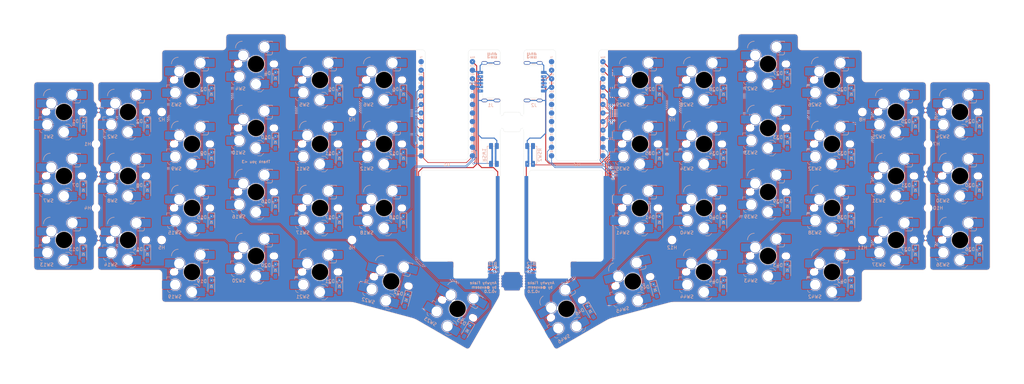
<source format=kicad_pcb>
(kicad_pcb (version 20240108) (generator "pcbnew") (generator_version "8.0")
  (layers (0 "F.Cu" signal) (31 "B.Cu" signal) (34 "B.Paste" user) (35 "F.Paste" user) (36 "B.SilkS" user "B.Silkscreen") (37 "F.SilkS" user "F.Silkscreen") (38 "B.Mask" user) (39 "F.Mask" user) (44 "Edge.Cuts" user))
  (net 0 "")
  (net 1 "Net-(D24-A)")
  (net 2 "Net-(D25-A)")
  (net 3 "Net-(D26-A)")
  (net 4 "Net-(D27-A)")
  (net 5 "Net-(D28-A)")
  (net 6 "Net-(D29-A)")
  (net 7 "Net-(D30-A)")
  (net 8 "Net-(D31-A)")
  (net 9 "Net-(D32-A)")
  (net 10 "Net-(D33-A)")
  (net 11 "Net-(D34-A)")
  (net 12 "Net-(D35-A)")
  (net 13 "Net-(D36-A)")
  (net 14 "Net-(D37-A)")
  (net 15 "Net-(D38-A)")
  (net 16 "Net-(D39-A)")
  (net 17 "Net-(D40-A)")
  (net 18 "Net-(D41-A)")
  (net 19 "Net-(D42-A)")
  (net 20 "Net-(D43-A)")
  (net 21 "Net-(D44-A)")
  (net 22 "Net-(D45-A)")
  (net 23 "Net-(D46-A)")
  (net 24 "Net-(D1-A)")
  (net 25 "Net-(D2-A)")
  (net 26 "Net-(D3-A)")
  (net 27 "Net-(D4-A)")
  (net 28 "Net-(D5-A)")
  (net 29 "Net-(D6-A)")
  (net 30 "Net-(D7-A)")
  (net 31 "Net-(D8-A)")
  (net 32 "Net-(D9-A)")
  (net 33 "Net-(D10-A)")
  (net 34 "Net-(D11-A)")
  (net 35 "Net-(D12-A)")
  (net 36 "Net-(D13-A)")
  (net 37 "Net-(D14-A)")
  (net 38 "Net-(D15-A)")
  (net 39 "Net-(D16-A)")
  (net 40 "Net-(D17-A)")
  (net 41 "Net-(D18-A)")
  (net 42 "Net-(D19-A)")
  (net 43 "Net-(D20-A)")
  (net 44 "Net-(D21-A)")
  (net 45 "Net-(D22-A)")
  (net 46 "Net-(D23-A)")
  (net 61 "LGND")
  (net 62 "LRaw")
  (net 63 "LRow 0")
  (net 64 "LRow 1")
  (net 65 "LRow 2")
  (net 66 "LRow 3")
  (net 67 "LVCC")
  (net 68 "LData")
  (net 69 "LReset")
  (net 70 "LCol 0")
  (net 71 "LCol 1")
  (net 72 "LCol 2")
  (net 73 "LCol 3")
  (net 74 "LCol 4")
  (net 75 "LCol 5")
  (net 76 "RGND")
  (net 77 "RRaw")
  (net 78 "RRow 0")
  (net 79 "RRow 1")
  (net 80 "RRow 2")
  (net 81 "RRow 3")
  (net 82 "RVCC")
  (net 83 "RData")
  (net 84 "RReset")
  (net 85 "RCol 0")
  (net 86 "RCol 1")
  (net 87 "RCol 2")
  (net 88 "RCol 3")
  (net 89 "RCol 4")
  (net 90 "RCol 5")
  (footprint "axseem:ProMicro_SMD" (layer "F.Cu") (at 228.36 121.26)
    (property "Reference" "U2")
    (property "Value" "ProMicro" (hide yes))
  )
  (footprint "axseem:SW_MX_Choc-v1v2_Hotswap" (layer "F.Cu") (at 76 161.5)
    (property "Reference" "SW13")
    (property "Value" "SW_Push" (hide yes))
  )
  (footprint "" (layer "F.Cu") (at 205.5 174.95)
    (property "Reference" "")
    (property "Value" "")
  )
  (footprint "axseem:SW_MX_Choc-v1v2_Hotswap" (layer "F.Cu") (at 95 142.5)
    (property "Reference" "SW8")
    (property "Value" "SW_Push" (hide yes))
  )
  (footprint "axseem:Hole_0.5mm" (layer "F.Cu") (at 205.5 128.45)
    (property "Reference" "REF**" (hide yes))
    (property "Value" "Hole_0.5mm" (hide yes))
  )
  (footprint "" (layer "F.Cu") (at 205.5 175.75)
    (property "Reference" "")
    (property "Value" "")
  )
  (footprint "axseem:SW_MX_Choc-v1v2_Hotswap" (layer "F.Cu") (at 171 133)
    (property "Reference" "SW12")
    (property "Value" "SW_Push" (hide yes))
  )
  (footprint "axseem:Hole_0.5mm" (layer "F.Cu") (at 86.25 161)
    (property "Reference" "REF**" (hide yes))
    (property "Value" "Hole_0.5mm" (hide yes))
  )
  (footprint "axseem:Hole_0.5mm" (layer "F.Cu") (at 205.5 126.05)
    (property "Reference" "REF**" (hide yes))
    (property "Value" "Hole_0.5mm" (hide yes))
  )
  (footprint "" (layer "F.Cu") (at 212.5 173.35)
    (property "Reference" "")
    (property "Value" "")
  )
  (footprint "axseem:SW_MX_Choc-v1v2_Hotswap" (layer "F.Cu") (at 285 128.25)
    (property "Reference" "SW33")
    (property "Value" "SW_Push" (hide yes))
  )
  (footprint "axseem:SW_MX_Choc-v1v2_Hotswap" (layer "F.Cu") (at 247 152)
    (property "Reference" "SW41")
    (property "Value" "SW_Push" (hide yes))
  )
  (footprint "" (layer "F.Cu") (at 212.5 128.45)
    (property "Reference" "")
    (property "Value" "")
  )
  (footprint "axseem:Hole_0.5mm" (layer "F.Cu") (at 205.5 125.25)
    (property "Reference" "REF**" (hide yes))
    (property "Value" "Hole_0.5mm" (hide yes))
  )
  (footprint "" (layer "F.Cu") (at 212.5 174.15)
    (property "Reference" "")
    (property "Value" "")
  )
  (footprint "" (layer "F.Cu") (at 212.5 174.95)
    (property "Reference" "")
    (property "Value" "")
  )
  (footprint "axseem:SW_MX_Choc-v1v2_Hotswap" (layer "F.Cu") (at 342 161.5)
    (property "Reference" "SW36")
    (property "Value" "SW_Push" (hide yes))
  )
  (footprint "axseem:Hole_0.5mm" (layer "F.Cu") (at 212.5 172.55)
    (property "Reference" "REF**" (hide yes))
    (property "Value" "Hole_0.5mm" (hide yes))
  )
  (footprint "axseem:SW_MX_Choc-v1v2_Hotswap" (layer "F.Cu") (at 225.170169 181.940321 30)
    (property "Reference" "SW46")
    (property "Value" "SW_Push" (hide yes))
  )
  (footprint "axseem:Hole_0.5mm" (layer "F.Cu") (at 212.5 124.45)
    (property "Reference" "REF**" (hide yes))
    (property "Value" "Hole_0.5mm" (hide yes))
  )
  (footprint "axseem:SW_MX_Choc-v1v2_Hotswap" (layer "F.Cu") (at 323 161.5)
    (property "Reference" "SW37")
    (property "Value" "SW_Push" (hide yes))
  )
  (footprint "axseem:SW_MX_Choc-v1v2_Hotswap" (layer "F.Cu") (at 285 109.25)
    (property "Reference" "SW27")
    (property "Value" "SW_Push" (hide yes))
  )
  (footprint "axseem:SW_MX_Choc-v1v2_Hotswap" (layer "F.Cu") (at 323 142.5)
    (property "Reference" "SW31")
    (property "Value" "SW_Push" (hide yes))
  )
  (footprint "axseem:Hole_0.5mm" (layer "F.Cu") (at 212.5 126.85)
    (property "Reference" "REF**" (hide yes))
    (property "Value" "Hole_0.5mm" (hide yes))
  )
  (footprint "axseem:SW_MX_Choc-v1v2_Hotswap" (layer "F.Cu") (at 266 133)
    (property "Reference" "SW34")
    (property "Value" "SW_Push" (hide yes))
  )
  (footprint "" (layer "F.Cu") (at 205.5 173.35)
    (property "Reference" "")
    (property "Value" "")
  )
  (footprint "axseem:SW_MX_Choc-v1v2_Hotswap" (layer "F.Cu") (at 171 114)
    (property "Reference" "SW6")
    (property "Value" "SW_Push" (hide yes))
  )
  (footprint "axseem:SW_MX_Choc-v1v2_Hotswap" (layer "F.Cu") (at 114 171)
    (property "Reference" "SW19")
    (property "Value" "SW_Push" (hide yes))
  )
  (footprint "" (layer "F.Cu") (at 205.5 127.65)
    (property "Reference" "")
    (property "Value" "")
  )
  (footprint "axseem:SW_MX_Choc-v1v2_Hotswap" (layer "F.Cu") (at 114 133)
    (property "Reference" "SW9")
    (property "Value" "SW_Push" (hide yes))
  )
  (footprint "axseem:SW_MX_Choc-v1v2_Hotswap" (layer "F.Cu") (at 152 152)
    (property "Reference" "SW17")
    (property "Value" "SW_Push" (hide yes))
  )
  (footprint "axseem:SW_MX_Choc-v1v2_Hotswap" (layer "F.Cu") (at 114 152)
    (property "Reference" "SW15")
    (property "Value" "SW_Push" (hide yes))
  )
  (footprint "axseem:SW_MX_Choc-v1v2_Hotswap" (layer "F.Cu") (at 244.864924 173.782486 15)
    (property "Reference" "SW45")
    (property "Value" "SW_Push" (hide yes))
  )
  (footprint "axseem:SW_MX_Choc-v1v2_Hotswap" (layer "F.Cu") (at 266 152)
    (property "Reference" "SW40")
    (property "Value" "SW_Push" (hide yes))
  )
  (footprint "" (layer "F.Cu") (at 205.5 174.15)
    (property "Reference" "")
    (property "Value" "")
  )
  (footprint "axseem:SW_MX_Choc-v1v2_Hotswap" (layer "F.Cu") (at 76 123.5)
    (property "Reference" "SW1")
    (property "Value" "SW_Push" (hide yes))
  )
  (footprint "axseem:SW_MX_Choc-v1v2_Hotswap" (layer "F.Cu") (at 133 109.25)
    (property "Reference" "SW4")
    (property "Value" "SW_Push" (hide yes))
  )
  (footprint "" (layer "F.Cu") (at 212.5 127.65)
    (property "Reference" "")
    (property "Value" "")
  )
  (footprint "" (layer "F.Cu") (at 205.5 126.85)
    (property "Reference" "")
    (property "Value" "")
  )
  (footprint "axseem:SW_MX_Choc-v1v2_Hotswap" (layer "F.Cu") (at 342 142.5)
    (property "Reference" "SW30")
    (property "Value" "SW_Push" (hide yes))
  )
  (footprint "axseem:SW_MX_Choc-v1v2_Hotswap" (layer "F.Cu") (at 323 123.5)
    (property "Reference" "SW25")
    (property "Value" "SW_Push" (hide yes))
  )
  (footprint "axseem:Hole_0.5mm" (layer "F.Cu") (at 212.5 174.95)
    (property "Reference" "REF**" (hide yes))
    (property "Value" "Hole_0.5mm" (hide yes))
  )
  (footprint "axseem:Hole_0.5mm" (layer "F.Cu") (at 212.5 127.65)
    (property "Reference" "REF**" (hide yes))
    (property "Value" "Hole_0.5mm" (hide yes))
  )
  (footprint "" (layer "F.Cu") (at 205.5 126.05)
    (property "Reference" "")
    (property "Value" "")
  )
  (footprint "axseem:SW_MX_Choc-v1v2_Hotswap" (layer "F.Cu") (at 285 147.25)
    (property "Reference" "SW39")
    (property "Value" "SW_Push" (hide yes))
  )
  (footprint "axseem:SW_MX_Choc-v1v2_Hotswap" (layer "F.Cu") (at 173.135076 173.782486 -15)
    (property "Reference" "SW22")
    (property "Value" "SW_Push" (hide yes))
  )
  (footprint "" (layer "F.Cu") (at 212.5 126.05)
    (property "Reference" "")
    (property "Value" "")
  )
  (footprint "axseem:Hole_0.5mm" (layer "F.Cu") (at 212.5 175.75)
    (property "Reference" "REF**" (hide yes))
    (property "Value" "Hole_0.5mm" (hide yes))
  )
  (footprint "axseem:Hole_0.5mm" (layer "F.Cu") (at 86.25 123)
    (property "Reference" "REF**" (hide yes))
    (property "Value" "Hole_0.5mm" (hide yes))
  )
  (footprint "axseem:Hole_0.5mm" (layer "F.Cu") (at 205.5 127.65)
    (property "Reference" "REF**" (hide yes))
    (property "Value" "Hole_0.5mm" (hide yes))
  )
  (footprint "axseem:SW_MX_Choc-v1v2_Hotswap" (layer "F.Cu") (at 133 147.25)
    (property "Reference" "SW16")
    (property "Value" "SW_Push" (hide yes))
  )
  (footprint "axseem:SW_MX_Choc-v1v2_Hotswap" (layer "F.Cu") (at 133 166.25)
    (property "Reference" "SW20")
    (property "Value" "SW_Push" (hide yes))
  )
  (footprint "axseem:SW_MX_Choc-v1v2_Hotswap" (layer "F.Cu") (at 152 114)
    (property "Reference" "SW5")
    (property "Value" "SW_Push" (hide yes))
  )
  (footprint "axseem:SW_MX_Choc-v1v2_Hotswap" (layer "F.Cu") (at 247 114)
    (property "Reference" "SW29")
    (property "Value" "SW_Push" (hide yes))
  )
  (footprint "axseem:SW_MX_Choc-v1v2_Hotswap" (layer "F.Cu") (at 304 171)
    (property "Reference" "SW42")
    (property "Value" "SW_Push" (hide yes))
  )
  (footprint "axseem:SW_MX_Choc-v1v2_Hotswap" (layer "F.Cu") (at 304 133)
    (property "Reference" "SW32")
    (property "Value" "SW_Push" (hide yes))
  )
  (footprint "axseem:Hole_0.5mm" (layer "F.Cu") (at 205.5 171.75)
    (property "Reference" "REF**" (hide yes))
    (property "Value" "Hole_0.5mm" (hide yes))
  )
  (footprint "axseem:SW_MX_Choc-v1v2_Hotswap" (layer "F.Cu") (at 285 166.25)
    (property "Reference" "SW43")
    (property "Value" "SW_Push" (hide yes))
  )
  (footprint "axseem:Hole_0.5mm" (layer "F.Cu") (at 331.75 123)
    (property "Reference" "REF**" (hide yes))
    (property "Value" "Hole_0.5mm" (hide yes))
  )
  (footprint "axseem:Hole_0.5mm" (layer "F.Cu") (at 205.5 172.55)
    (property "Reference" "REF**" (hide yes))
    (property "Value" "Hole_0.5mm" (hide yes))
  )
  (footprint "axseem:SW_MX_Choc-v1v2_Hotswap" (layer "F.Cu") (at 304 152)
    (property "Reference" "SW38")
    (property "Value" "SW_Push" (hide yes))
  )
  (footprint "axseem:Hole_0.5mm" (layer "F.Cu") (at 331.75 142)
    (property "Reference" "REF**" (hide yes))
    (property "Value" "Hole_0.5mm" (hide yes))
  )
  (footprint "axseem:SW_MX_Choc-v1v2_Hotswap" (layer "F.Cu") (at 247 133)
    (property "Reference" "SW35")
    (property "Value" "SW_Push" (hide yes))
  )
  (footprint "axseem:SW_MX_Choc-v1v2_Hotswap" (layer "F.Cu") (at 76 142.5)
    (property "Reference" "SW7")
    (property "Value" "SW_Push" (hide yes))
  )
  (footprint "" (layer "F.Cu") (at 212.5 126.85)
    (property "Reference" "")
    (property "Value" "")
  )
  (footprint "axseem:SW_MX_Choc-v1v2_Hotswap" (layer "F.Cu") (at 304 114)
    (property "Reference" "SW26")
    (property "Value" "SW_Push" (hide yes))
  )
  (footprint "axseem:Hole_0.5mm" (layer "F.Cu") (at 86.25 142)
    (property "Reference" "REF**" (hide yes))
    (property "Value" "Hole_0.5mm" (hide yes))
  )
  (footprint "axseem:SW_MX_Choc-v1v2_Hotswap" (layer "F.Cu") (at 342 123.5)
    (property "Reference" "SW24")
    (property "Value" "SW_Push" (hide yes))
  )
  (footprint "" (layer "F.Cu") (at 212.5 175.75)
    (property "Reference" "")
    (property "Value" "")
  )
  (footprint "axseem:Hole_0.5mm" (layer "F.Cu") (at 212.5 171.75)
    (property "Reference" "REF**" (hide yes))
    (property "Value" "Hole_0.5mm" (hide yes))
  )
  (footprint "axseem:SW_MX_Choc-v1v2_Hotswap" (layer "F.Cu") (at 192.829831 181.940321 -30)
    (property "Reference" "SW23")
    (property "Value" "SW_Push" (hide yes))
  )
  (footprint "axseem:Hole_0.5mm" (layer "F.Cu") (at 212.5 174.15)
    (property "Reference" "REF**" (hide yes))
    (property "Value" "Hole_0.5mm" (hide yes))
  )
  (footprint "axseem:SW_MX_Choc-v1v2_Hotswap" (layer "F.Cu") (at 266 114)
    (property "Reference" "SW28")
    (property "Value" "SW_Push" (hide yes))
  )
  (footprint "axseem:Hole_0.5mm" (layer "F.Cu") (at 331.75 161)
    (property "Reference" "REF**" (hide yes))
    (property "Value" "Hole_0.5mm" (hide yes))
  )
  (footprint "" (layer "F.Cu") (at 205.5 128.45)
    (property "Reference" "")
    (property "Value" "")
  )
  (footprint "axseem:SW_MX_Choc-v1v2_Hotswap" (layer "F.Cu") (at 152 133)
    (property "Reference" "SW11")
    (property "Value" "SW_Push" (hide yes))
  )
  (footprint "axseem:SW_MX_Choc-v1v2_Hotswap" (layer "F.Cu") (at 95 161.5)
    (property "Reference" "SW14")
    (property "Value" "SW_Push" (hide yes))
  )
  (footprint "axseem:ProMicro_SMD" (layer "F.Cu") (at 189.64 121.26)
    (property "Reference" "U1")
    (property "Value" "ProMicro" (hide yes))
  )
  (footprint "axseem:SW_MX_Choc-v1v2_Hotswap" (layer "F.Cu") (at 171 152)
    (property "Reference" "SW18")
    (property "Value" "SW_Push" (hide yes))
  )
  (footprint "axseem:SW_MX_Choc-v1v2_Hotswap" (layer "F.Cu") (at 114 114)
    (property "Reference" "SW3")
    (property "Value" "SW_Push" (hide yes))
  )
  (footprint "axseem:Hole_0.5mm" (layer "F.Cu") (at 205.5 174.95)
    (property "Reference" "REF**" (hide yes))
    (property "Value" "Hole_0.5mm" (hide yes))
  )
  (footprint "axseem:Hole_0.5mm" (layer "F.Cu") (at 212.5 125.25)
    (property "Reference" "REF**" (hide yes))
    (property "Value" "Hole_0.5mm" (hide yes))
  )
  (footprint "axseem:Hole_0.5mm" (layer "F.Cu") (at 205.5 126.85)
    (property "Reference" "REF**" (hide yes))
    (property "Value" "Hole_0.5mm" (hide yes))
  )
  (footprint "axseem:SW_MX_Choc-v1v2_Hotswap" (layer "F.Cu") (at 133 128.25)
    (property "Reference" "SW10")
    (property "Value" "SW_Push" (hide yes))
  )
  (footprint "axseem:SW_MX_Choc-v1v2_Hotswap" (layer "F.Cu") (at 152 171)
    (property "Reference" "SW21")
    (property "Value" "SW_Push" (hide yes))
  )
  (footprint "axseem:Hole_0.5mm" (layer "F.Cu") (at 205.5 175.75)
    (property "Reference" "REF**" (hide yes))
    (property "Value" "Hole_0.5mm" (hide yes))
  )
  (footprint "axseem:SW_MX_Choc-v1v2_Hotswap" (layer "F.Cu") (at 266 171)
    (property "Reference" "SW44")
    (property "Value" "SW_Push" (hide yes))
  )
  (footprint "axseem:Hole_0.5mm" (layer "F.Cu") (at 205.5 124.45)
    (property "Reference" "REF**" (hide yes))
    (property "Value" "Hole_0.5mm" (hide yes))
  )
  (footprint "axseem:Hole_0.5mm" (layer "F.Cu") (at 212.5 128.45)
    (property "Reference" "REF**" (hide yes))
    (property "Value" "Hole_0.5mm" (hide yes))
  )
  (footprint "axseem:Hole_0.5mm" (layer "F.Cu") (at 212.5 173.35)
    (property "Reference" "REF**" (hide yes))
    (property "Value" "Hole_0.5mm" (hide yes))
  )
  (footprint "axseem:Hole_0.5mm" (layer "F.Cu") (at 212.5 126.05)
    (property "Reference" "REF**" (hide yes))
    (property "Value" "Hole_0.5mm" (hide yes))
  )
  (footprint "axseem:Hole_0.5mm" (layer "F.Cu") (at 205.5 173.35)
    (property "Reference" "REF**" (hide yes))
    (property "Value" "Hole_0.5mm" (hide yes))
  )
  (footprint "axseem:SW_MX_Choc-v1v2_Hotswap" (layer "F.Cu") (at 95 123.5)
    (property "Reference" "SW2")
    (property "Value" "SW_Push" (hide yes))
  )
  (footprint "axseem:Hole_0.5mm" (layer "F.Cu") (at 205.5 174.15)
    (property "Reference" "REF**" (hide yes))
    (property "Value" "Hole_0.5mm" (hide yes))
  )
  (footprint "axseem:D_SOD-123_Handsoldering" (layer "B.Cu") (at 309.75 175.25 -90)
    (property "Reference" "D42")
    (property "Value" "D" (hide yes))
  )
  (footprint "axseem:D_SOD-123_Handsoldering" (layer "B.Cu") (at 328.75 146.75 -90)
    (property "Reference" "D31")
    (property "Value" "D" (hide yes))
  )
  (footprint "axseem:D_SOD-123_Handsoldering" (layer "B.Cu") (at 138.75 113.5 -90)
    (property "Reference" "D4")
    (property "Value" "D" (hide yes))
  )
  (footprint "axseem:D_SOD-123_Handsoldering" (layer "B.Cu") (at 176.75 156.25 -90)
    (property "Reference" "D18")
    (property "Value" "D" (hide yes))
  )
  (footprint "axseem:D_SOD-123_Handsoldering" (layer "B.Cu") (at 81.75 127.75 -90)
    (property "Reference" "D1")
    (property "Value" "D" (hide yes))
  )
  (footprint "axseem:D_SOD-123_Handsoldering" (layer "B.Cu") (at 232.274815 182.745929 -60)
    (property "Reference" "D46")
    (property "Value" "D" (hide yes))
  )
  (footprint "axseem:D_SOD-123_Handsoldering" (layer "B.Cu") (at 271.75 156.25 -90)
    (property "Reference" "D40")
    (property "Value" "D" (hide yes))
  )
  (footprint "axseem:D_SOD-123_Handsoldering" (layer "B.Cu") (at 100.75 127.75 -90)
    (property "Reference" "D2")
    (property "Value" "D" (hide yes))
  )
  (footprint "axseem:D_SOD-123_Handsoldering" (layer "B.Cu") (at 119.75 118.25 -90)
    (property "Reference" "D3")
    (property "Value" "D" (hide yes))
  )
  (footprint "axseem:TS-1289VE-4" (layer "B.Cu") (at 214.375 136.25 -90)
    (property "Reference" "RSW2")
    (property "Value" "Reset_SW" (hide yes))
  )
  (footprint "axseem:D_SOD-123_Handsoldering" (layer "B.Cu") (at 347.75 127.75 -90)
    (property "Reference" "D24")
    (property "Value" "D" (hide yes))
  )
  (footprint "axseem:D_SOD-123_Handsoldering" (layer "B.Cu") (at 347.75 165.75 -90)
    (property "Reference" "D36")
    (property "Value" "D" (hide yes))
  )
  (footprint "MountingHole:MountingHole_2.2mm_M2" (layer "B.Cu") (at 85.5 152 180)
    (property "Reference" "H4")
    (property "Value" "MountingHole" (hide yes))
  )
  (footprint "axseem:D_SOD-123_Handsoldering" (layer "B.Cu") (at 252.75 118.25 -90)
    (property "Reference" "D29")
    (property "Value" "D" (hide yes))
  )
  (footprint "axseem:D_SOD-123_Handsoldering" (layer "B.Cu") (at 119.75 156.25 -90)
    (property "Reference" "D15")
    (property "Value" "D" (hide yes))
  )
  (footprint "axseem:USB-C_6Pin_Mid-mount" (layer "B.Cu") (at 198.725 114.5 -90)
    (property "Reference" "J1")
    (property "Value" "USB_C_Receptacle_PowerOnly_6P" (hide yes))
  )
  (footprint "axseem:D_SOD-123_Handsoldering" (layer "B.Cu") (at 309.75 137.25 -90)
    (property "Reference" "D32")
    (property "Value" "D" (hide yes))
  )
  (footprint "axseem:D_SOD-123_Handsoldering" (layer "B.Cu") (at 252.75 137.25 -90)
    (property "Reference" "D35")
    (property "Value" "D" (hide yes))
  )
  (footprint "axseem:D_SOD-123_Handsoldering" (layer "B.Cu") (at 252.75 156.25 -90)
    (property "Reference" "D41")
    (property "Value" "D" (hide yes))
  )
  (footprint "axseem:D_SOD-123_Handsoldering" (layer "B.Cu") (at 347.75 146.75 -90)
    (property "Reference" "D30")
    (property "Value" "D" (hide yes))
  )
  (footprint "MountingHole:MountingHole_2.2mm_M2" (layer "B.Cu") (at 85.5 133 180)
    (property "Reference" "H1")
    (property "Value" "MountingHole" (hide yes))
  )
  (footprint "MountingHole:MountingHole_2.2mm_M2" (layer "B.Cu") (at 256.5 123.5 180)
    (property "Reference" "H9")
    (property "Value" "MountingHole" (hide yes))
  )
  (footprint "MountingHole:MountingHole_2.2mm_M2" (layer "B.Cu") (at 256.5 161.5 180)
    (property "Reference" "H12")
    (property "Value" "MountingHole" (hide yes))
  )
  (footprint "MountingHole:MountingHole_2.2mm_M2" (layer "B.Cu") (at 105 161.5 180)
    (property "Reference" "H5")
    (property "Value" "MountingHole" (hide yes))
  )
  (footprint "axseem:D_SOD-123_Handsoldering" (layer "B.Cu") (at 138.75 170.5 -90)
    (property "Reference" "D20")
    (property "Value" "D" (hide yes))
  )
  (footprint "MountingHole:MountingHole_2.2mm_M2" (layer "B.Cu") (at 161.5 161.5 180)
    (property "Reference" "H6")
    (property "Value" "MountingHole" (hide yes))
  )
  (footprint "axseem:D_SOD-123_Handsoldering" (layer "B.Cu") (at 251.518978 176.399461 -75)
    (property "Reference" "D45")
    (property "Value" "D" (hide yes))
  )
  (footprint "MountingHole:MountingHole_2.2mm_M2" (layer "B.Cu") (at 332.5 152 180)
    (property "Reference" "H10")
    (property "Value" "MountingHole" (hide yes))
  )
  (footprint "axseem:D_SOD-123_Handsoldering" (layer "B.Cu") (at 271.75 175.25 -90)
    (property "Reference" "D44")
    (property "Value" "D" (hide yes))
  )
  (footprint "axseem:D_SOD-123_Handsoldering" (layer "B.Cu") (at 81.75 146.75 -90)
    (property "Reference" "D7")
    (property "Value" "D" (hide yes))
  )
  (footprint "axseem:D_SOD-123_Handsoldering" (layer "B.Cu") (at 290.75 113.5 -90)
    (property "Reference" "D27")
    (property "Value" "D" (hide yes))
  )
  (footprint "axseem:USB-C_6Pin_Mid-mount" (layer "B.Cu") (at 219.275 114.5 90)
    (property "Reference" "J2")
    (property "Value" "USB_C_Receptacle_PowerOnly_6P" (hide yes))
  )
  (footprint "MountingHole:MountingHole_2.2mm_M2" (layer "B.Cu") (at 332.5 133 180)
    (property "Reference" "H7")
    (property "Value" "MountingHole" (hide yes))
  )
  (footprint "axseem:D_SOD-123_Handsoldering" (layer "B.Cu") (at 81.75 165.75 -90)
    (property "Reference" "D13")
    (property "Value" "D" (hide yes))
  )
  (footprint "axseem:D_SOD-123_Handsoldering" (layer "B.Cu") (at 290.75 170.5 -90)
    (property "Reference" "D43")
    (property "Value" "D" (hide yes))
  )
  (footprint "axseem:D_SOD-123_Handsoldering" (layer "B.Cu") (at 119.75 137.25 -90)
    (property "Reference" "D9")
    (property "Value" "D" (hide yes))
  )
  (footprint "axseem:TS-1289VE-4" (layer "B.Cu") (at 203.625 136.25 90)
    (property "Reference" "RSW1")
    (property "Value" "Reset_SW" (hide yes))
  )
  (footprint "MountingHole:MountingHole_2.2mm_M2" (layer "B.Cu") (at 313 123.5 180)
    (property "Reference" "H8")
    (property "Value" "MountingHole" (hide yes))
  )
  (footprint "MountingHole:MountingHole_2.2mm_M2" (layer "B.Cu") (at 105 123.5 180)
    (property "Reference" "H2")
    (property "Value" "MountingHole" (hide yes))
  )
  (footprint "axseem:D_SOD-123_Handsoldering" (layer "B.Cu") (at 309.75 156.25 -90)
    (property "Reference" "D38")
    (property "Value" "D" (hide yes))
  )
  (footprint "axseem:D_SOD-123_Handsoldering" (layer "B.Cu") (at 157.75 118.25 -90)
    (property "Reference" "D5")
    (property "Value" "D" (hide yes))
  )
  (footprint "axseem:D_SOD-123_Handsoldering" (layer "B.Cu") (at 138.75 132.5 -90)
    (property "Reference" "D10")
    (property "Value" "D" (hide yes))
  )
  (footprint "axseem:D_SOD-123_Handsoldering" (layer "B.Cu") (at 138.75 151.5 -90)
    (property "Reference" "D16")
    (property "Value" "D" (hide yes))
  )
  (footprint "axseem:D_SOD-123_Handsoldering" (layer "B.Cu") (at 177.589169 179.37588 -105)
    (property "Reference" "D22")
    (property "Value" "D" (hide yes))
  )
  (footprint "axseem:D_SOD-123_Handsoldering" (layer "B.Cu") (at 271.75 118.25 -90)
    (property "Reference" "D28")
    (property "Value" "D" (hide yes))
  )
  (footprint "axseem:D_SOD-123_Handsoldering" (layer "B.Cu") (at 290.75 151.5 -90)
    (property "Reference" "D39")
    (property "Value" "D" (hide yes))
  )
  (footprint "axseem:D_SOD-123_Handsoldering" (layer "B.Cu") (at 100.75 165.75 -90)
    (property "Reference" "D14")
    (property "Value" "D" (hide yes))
  )
  (footprint "axseem:D_SOD-123_Handsoldering" (layer "B.Cu") (at 157.75 175.25 -90)
    (property "Reference" "D21")
    (property "Value" "D" (hide yes))
  )
  (footprint "axseem:D_SOD-123_Handsoldering" (layer "B.Cu") (at 271.75 137.25 -90)
    (property "Reference" "D34")
    (property "Value" "D" (hide yes))
  )
  (footprint "axseem:D_SOD-123_Handsoldering" (layer "B.Cu") (at 290.75 132.5 -90)
    (property "Reference" "D33")
    (property "Value" "D" (hide yes))
  )
  (footprint "axseem:D_SOD-123_Handsoldering" (layer "B.Cu") (at 100.75 146.75 -90)
    (property "Reference" "D8")
    (property "Value" "D" (hide yes))
  )
  (footprint "axseem:D_SOD-123_Handsoldering" (layer "B.Cu") (at 309.75 118.25 -90)
    (property "Reference" "D26")
    (property "Value" "D" (hide yes))
  )
  (footprint "axseem:JST_1.25mm_mid-mount" (layer "B.Cu") (at 201.75 170.25 90)
    (property "Reference" "BT1")
    (property "Value" "Battery" (hide yes))
  )
  (footprint "axseem:D_SOD-123_Handsoldering" (layer "B.Cu") (at 176.75 137.25 -90)
    (property "Reference" "D12")
    (property "Value" "D" (hide yes))
  )
  (footprint "axseem:JST_1.25mm_mid-mount" (layer "B.Cu") (at 216.25 170.25 -90)
    (property "Reference" "BT2")
    (property "Value" "Battery" (hide yes))
  )
  (footprint "MountingHole:MountingHole_2.2mm_M2" (layer "B.Cu") (at 313 161.5 180)
    (property "Reference" "H11")
    (property "Value" "MountingHole" (hide yes))
  )
  (footprint "axseem:D_SOD-123_Handsoldering" (layer "B.Cu") (at 157.75 156.25 -90)
    (property "Reference" "D17")
    (property "Value" "D" (hide yes))
  )
  (footprint "axseem:D_SOD-123_Handsoldering" (layer "B.Cu") (at 176.75 118.25 -90)
    (property "Reference" "D6")
    (property "Value" "D" (hide yes))
  )
  (footprint "axseem:D_SOD-123_Handsoldering" (layer "B.Cu") (at 328.75 165.75 -90)
    (property "Reference" "D37")
    (property "Value" "D" (hide yes))
  )
  (footprint "axseem:D_SOD-123_Handsoldering" (layer "B.Cu") (at 328.75 127.75 -90)
    (property "Reference" "D25")
    (property "Value" "D" (hide yes))
  )
  (footprint "axseem:D_SOD-123_Handsoldering" (layer "B.Cu") (at 157.75 137.25 -90)
    (property "Reference" "D11")
    (property "Value" "D" (hide yes))
  )
  (footprint "axseem:D_SOD-123_Handsoldering" (layer "B.Cu") (at 119.75 175.25 -90)
    (property "Reference" "D19")
    (property "Value" "D" (hide yes))
  )
  (footprint "MountingHole:MountingHole_2.2mm_M2" (layer "B.Cu") (at 161.5 123.5 180)
    (property "Reference" "H3")
    (property "Value" "MountingHole" (hide yes))
  )
  (footprint "axseem:D_SOD-123_Handsoldering" (layer "B.Cu") (at 195.684477 188.495929 -120)
    (property "Reference" "D23")
    (property "Value" "D" (hide yes))
  )
  (gr_rect (start 214.5 107.375) (end 214.75 107.625) (fill solid) (layer "B.SilkS"))
  (gr_rect (start 201.75 105.875) (end 202 107.625) (fill solid) (layer "B.SilkS"))
  (gr_rect (start 203.75 107.375) (end 204 107.625) (fill solid) (layer "B.SilkS"))
  (gr_rect (start 216 106.375) (end 216.25 106.625) (fill solid) (layer "B.SilkS"))
  (gr_rect (start 202.25 105.875) (end 202.5 106.625) (fill solid) (layer "B.SilkS"))
  (gr_rect (start 203.75 106.875) (end 204 107.125) (fill solid) (layer "B.SilkS"))
  (gr_rect (start 204.25 106.125) (end 204.5 106.375) (fill solid) (layer "B.SilkS"))
  (gr_rect (start 216 107.375) (end 216.25 107.625) (fill solid) (layer "B.SilkS"))
  (gr_rect (start 215.5 106.375) (end 215.75 106.625) (fill solid) (layer "B.SilkS"))
  (gr_rect (start 216 107.125) (end 216.25 107.375) (fill solid) (layer "B.SilkS"))
  (gr_rect (start 215.5 107.125) (end 215.75 107.375) (fill solid) (layer "B.SilkS"))
  (gr_rect (start 214.5 107.125) (end 214.75 107.375) (fill solid) (layer "B.SilkS"))
  (gr_rect (start 203.75 106.375) (end 204 106.625) (fill solid) (layer "B.SilkS"))
  (gr_rect (start 215 106.125) (end 215.25 106.375) (fill solid) (layer "B.SilkS"))
  (gr_rect (start 203.25 106.125) (end 203.5 106.375) (fill solid) (layer "B.SilkS"))
  (gr_rect (start 214.5 106.125) (end 214.75 106.375) (fill solid) (layer "B.SilkS"))
  (gr_rect (start 216 106.125) (end 216.25 106.375) (fill solid) (layer "B.SilkS"))
  (gr_rect (start 202 107.375) (end 202.25 107.625) (fill solid) (layer "B.SilkS"))
  (gr_rect (start 203.75 105.875) (end 204 106.125) (fill solid) (layer "B.SilkS"))
  (gr_rect (start 216 106.875) (end 216.25 107.125) (fill solid) (layer "B.SilkS"))
  (gr_rect (start 215 106.875) (end 215.25 107.125) (fill solid) (layer "B.SilkS"))
  (gr_rect (start 215.5 106.375) (end 215.75 106.625) (fill solid) (layer "B.SilkS"))
  (gr_rect (start 215.75 105.875) (end 216 106.125) (fill solid) (layer "B.SilkS"))
  (gr_rect (start 214.5 106.875) (end 214.75 107.125) (fill solid) (layer "B.SilkS"))
  (gr_rect (start 203.25 106.875) (end 203.5 107.125) (fill solid) (layer "B.SilkS"))
  (gr_rect (start 215 106.375) (end 215.25 106.625) (fill solid) (layer "B.SilkS"))
  (gr_rect (start 201.75 105.875) (end 202 107.625) (fill solid) (layer "B.SilkS"))
  (gr_rect (start 202.75 107.125) (end 203 107.375) (fill solid) (layer "B.SilkS"))
  (gr_rect (start 204.25 107.125) (end 204.5 107.375) (fill solid) (layer "B.SilkS"))
  (gr_rect (start 204 107.375) (end 204.25 107.625) (fill solid) (layer "B.SilkS"))
  (gr_rect (start 214.75 107.125) (end 215 107.375) (fill solid) (layer "B.SilkS"))
  (gr_rect (start 214 105.875) (end 214.25 106.625) (fill solid) (layer "B.SilkS"))
  (gr_rect (start 203 105.875) (end 203.25 106.125) (fill solid) (layer "B.SilkS"))
  (gr_rect (start 202 106.625) (end 202.25 106.875) (fill solid) (layer "B.SilkS"))
  (gr_rect (start 202.75 107.125) (end 203 107.375) (fill solid) (layer "B.SilkS"))
  (gr_rect (start 216 106.875) (end 216.25 107.125) (fill solid) (layer "B.SilkS"))
  (gr_rect (start 204 107.125) (end 204.25 107.375) (fill solid) (layer "B.SilkS"))
  (gr_rect (start 203 107.125) (end 203.25 107.375) (fill solid) (layer "B.SilkS"))
  (gr_rect (start 203.75 107.375) (end 204 107.625) (fill solid) (layer "B.SilkS"))
  (gr_rect (start 202.75 106.375) (end 203 106.625) (fill solid) (layer "B.SilkS"))
  (gr_rect (start 204 106.375) (end 204.25 106.625) (fill solid) (layer "B.SilkS"))
  (gr_rect (start 214.5 107.125) (end 214.75 107.375) (fill solid) (layer "B.SilkS"))
  (gr_rect (start 203.75 106.875) (end 204 107.125) (fill solid) (layer "B.SilkS"))
  (gr_rect (start 203.75 106.375) (end 204 106.625) (fill solid) (layer "B.SilkS"))
  (gr_rect (start 204.25 106.875) (end 204.5 107.125) (fill solid) (layer "B.SilkS"))
  (gr_rect (start 215.75 107.125) (end 216 107.375) (fill solid) (layer "B.SilkS"))
  (gr_rect (start 202.75 106.875) (end 203 107.125) (fill solid) (layer "B.SilkS"))
  (gr_rect (start 203.75 106.125) (end 204 106.375) (fill solid) (layer "B.SilkS"))
  (gr_rect (start 203.25 106.375) (end 203.5 106.625) (fill solid) (layer "B.SilkS"))
  (gr_rect (start 213.75 106.625) (end 214 106.875) (fill solid) (layer "B.SilkS"))
  (gr_rect (start 204.25 106.875) (end 204.5 107.125) (fill solid) (layer "B.SilkS"))
  (gr_rect (start 204.25 106.125) (end 204.5 106.375) (fill solid) (layer "B.SilkS"))
  (gr_rect (start 214.5 107.375) (end 214.75 107.625) (fill solid) (layer "B.SilkS"))
  (gr_rect (start 204 106.375) (end 204.25 106.625) (fill solid) (layer "B.SilkS"))
  (gr_rect (start 213.5 105.875) (end 213.75 107.625) (fill solid) (layer "B.SilkS"))
  (gr_rect (start 214.5 106.875) (end 214.75 107.125) (fill solid) (layer "B.SilkS"))
  (gr_rect (start 215.75 107.375) (end 216 107.625) (fill solid) (layer "B.SilkS"))
  (gr_rect (start 215.5 106.125) (end 215.75 106.375) (fill solid) (layer "B.SilkS"))
  (gr_rect (start 214.5 106.125) (end 214.75 106.375) (fill solid) (layer "B.SilkS"))
  (gr_rect (start 204 105.875) (end 204.25 106.125) (fill solid) (layer "B.SilkS"))
  (gr_rect (start 203.75 106.125) (end 204 106.375) (fill solid) (layer "B.SilkS"))
  (gr_rect (start 215.75 106.375) (end 216 106.625) (fill solid) (layer "B.SilkS"))
  (gr_rect (start 215.5 106.875) (end 215.75 107.125) (fill solid) (layer "B.SilkS"))
  (gr_rect (start 204 107.375) (end 204.25 107.625) (fill solid) (layer "B.SilkS"))
  (gr_rect (start 216 107.125) (end 216.25 107.375) (fill solid) (layer "B.SilkS"))
  (gr_rect (start 204.25 106.375) (end 204.5 106.625) (fill solid) (layer "B.SilkS"))
  (gr_rect (start 216 106.125) (end 216.25 106.375) (fill solid) (layer "B.SilkS"))
  (gr_rect (start 215 107.375) (end 215.25 107.625) (fill solid) (layer "B.SilkS"))
  (gr_rect (start 203.75 107.125) (end 204 107.375) (fill solid) (layer "B.SilkS"))
  (gr_rect (start 204 107.125) (end 204.25 107.375) (fill solid) (layer "B.SilkS"))
  (gr_rect (start 215.5 107.375) (end 215.75 107.625) (fill solid) (layer "B.SilkS"))
  (gr_rect (start 216 107.375) (end 216.25 107.625) (fill solid) (layer "B.SilkS"))
  (gr_rect (start 215.75 106.375) (end 216 106.625) (fill solid) (layer "B.SilkS"))
  (gr_rect (start 215.5 106.875) (end 215.75 107.125) (fill solid) (layer "B.SilkS"))
  (gr_rect (start 213.75 107.375) (end 214 107.625) (fill solid) (layer "B.SilkS"))
  (gr_rect (start 214 107.125) (end 214.25 107.375) (fill solid) (layer "B.SilkS"))
  (gr_rect (start 203.25 105.875) (end 203.5 106.125) (fill solid) (layer "B.SilkS"))
  (gr_rect (start 204.25 107.125) (end 204.5 107.375) (fill solid) (layer "B.SilkS"))
  (gr_rect (start 214 107.125) (end 214.25 107.375) (fill solid) (layer "B.SilkS"))
  (gr_rect (start 203.25 107.375) (end 203.5 107.625) (fill solid) (layer "B.SilkS"))
  (gr_rect (start 202.25 107.125) (end 202.5 107.375) (fill solid) (layer "B.SilkS"))
  (gr_rect (start 215.75 105.875) (end 216 106.125) (fill solid) (layer "B.SilkS"))
  (gr_rect (start 215.5 106.125) (end 215.75 106.375) (fill solid) (layer "B.SilkS"))
  (gr_rect (start 202.75 106.375) (end 203 106.625) (fill solid) (layer "B.SilkS"))
  (gr_rect (start 215 105.875) (end 215.25 106.125) (fill solid) (layer "B.SilkS"))
  (gr_rect (start 213.5 105.875) (end 213.75 107.625) (fill solid) (layer "B.SilkS"))
  (gr_rect (start 215.75 107.375) (end 216 107.625) (fill solid) (layer "B.SilkS"))
  (gr_rect (start 202.25 107.125) (end 202.5 107.375) (fill solid) (layer "B.SilkS"))
  (gr_rect (start 215.5 105.875) (end 215.75 106.125) (fill solid) (layer "B.SilkS"))
  (gr_rect (start 214.5 106.375) (end 214.75 106.625) (fill solid) (layer "B.SilkS"))
  (gr_rect (start 202.75 106.125) (end 203 106.375) (fill solid) (layer "B.SilkS"))
  (gr_rect (start 214 105.875) (end 214.25 106.625) (fill solid) (layer "B.SilkS"))
  (gr_rect (start 202.25 105.875) (end 202.5 106.625) (fill solid) (layer "B.SilkS"))
  (gr_rect (start 213.75 107.375) (end 214 107.625) (fill solid) (layer "B.SilkS"))
  (gr_rect (start 202.75 107.375) (end 203 107.625) (fill solid) (layer "B.SilkS"))
  (gr_rect (start 204.25 107.375) (end 204.5 107.625) (fill solid) (layer "B.SilkS"))
  (gr_rect (start 202 107.375) (end 202.25 107.625) (fill solid) (layer "B.SilkS"))
  (gr_rect (start 215 107.125) (end 215.25 107.375) (fill solid) (layer "B.SilkS"))
  (gr_rect (start 203.25 106.125) (end 203.5 106.375) (fill solid) (layer "B.SilkS"))
  (gr_rect (start 214.5 106.375) (end 214.75 106.625) (fill solid) (layer "B.SilkS"))
  (gr_rect (start 203.25 105.875) (end 203.5 106.125) (fill solid) (layer "B.SilkS"))
  (gr_rect (start 215 106.125) (end 215.25 106.375) (fill solid) (layer "B.SilkS"))
  (gr_rect (start 214.75 107.125) (end 215 107.375) (fill solid) (layer "B.SilkS"))
  (gr_rect (start 203.25 106.875) (end 203.5 107.125) (fill solid) (layer "B.SilkS"))
  (gr_rect (start 215 106.875) (end 215.25 107.125) (fill solid) (layer "B.SilkS"))
  (gr_rect (start 215 107.125) (end 215.25 107.375) (fill solid) (layer "B.SilkS"))
  (gr_rect (start 216 106.375) (end 216.25 106.625) (fill solid) (layer "B.SilkS"))
  (gr_rect (start 215 105.875) (end 215.25 106.125) (fill solid) (layer "B.SilkS"))
  (gr_rect (start 215 106.375) (end 215.25 106.625) (fill solid) (layer "B.SilkS"))
  (gr_rect (start 202 106.625) (end 202.25 106.875) (fill solid) (layer "B.SilkS"))
  (gr_rect (start 202.75 106.875) (end 203 107.125) (fill solid) (layer "B.SilkS"))
  (gr_rect (start 203.25 107.125) (end 203.5 107.375) (fill solid) (layer "B.SilkS"))
  (gr_rect (start 202.75 107.375) (end 203 107.625) (fill solid) (layer "B.SilkS"))
  (gr_rect (start 215.75 107.125) (end 216 107.375) (fill solid) (layer "B.SilkS"))
  (gr_rect (start 215.5 105.875) (end 215.75 106.125) (fill solid) (layer "B.SilkS"))
  (gr_rect (start 203 107.125) (end 203.25 107.375) (fill solid) (layer "B.SilkS"))
  (gr_rect (start 203.25 106.375) (end 203.5 106.625) (fill solid) (layer "B.SilkS"))
  (gr_rect (start 214.75 105.875) (end 215 106.125) (fill solid) (layer "B.SilkS"))
  (gr_rect (start 215 107.375) (end 215.25 107.625) (fill solid) (layer "B.SilkS"))
  (gr_rect (start 203.75 107.125) (end 204 107.375) (fill solid) (layer "B.SilkS"))
  (gr_rect (start 202.75 106.125) (end 203 106.375) (fill solid) (layer "B.SilkS"))
  (gr_rect (start 215.5 107.375) (end 215.75 107.625) (fill solid) (layer "B.SilkS"))
  (gr_rect (start 204.25 107.375) (end 204.5 107.625) (fill solid) (layer "B.SilkS"))
  (gr_rect (start 214.75 105.875) (end 215 106.125) (fill solid) (layer "B.SilkS"))
  (gr_rect (start 203.25 107.125) (end 203.5 107.375) (fill solid) (layer "B.SilkS"))
  (gr_rect (start 204.25 106.375) (end 204.5 106.625) (fill solid) (layer "B.SilkS"))
  (gr_rect (start 204 105.875) (end 204.25 106.125) (fill solid) (layer "B.SilkS"))
  (gr_rect (start 213.75 106.625) (end 214 106.875) (fill solid) (layer "B.SilkS"))
  (gr_rect (start 203.75 105.875) (end 204 106.125) (fill solid) (layer "B.SilkS"))
  (gr_rect (start 203.25 107.375) (end 203.5 107.625) (fill solid) (layer "B.SilkS"))
  (gr_rect (start 215.5 107.125) (end 215.75 107.375) (fill solid) (layer "B.SilkS"))
  (gr_rect (start 203 105.875) (end 203.25 106.125) (fill solid) (layer "B.SilkS"))
  (gr_arc (start 85.75 124.5) (mid 86.25 124) (end 86.75 124.5) (stroke (width 0.05)) (layer "Edge.Cuts"))
  (gr_arc (start 313.000001 171.499999) (mid 313.292895 170.792893) (end 314.000001 170.499999) (stroke (width 0.05)) (layer "Edge.Cuts"))
  (gr_arc (start 332.25 121.5) (mid 331.75 122) (end 331.25 121.5) (stroke (width 0.05)) (layer "Edge.Cuts"))
  (gr_arc (start 85 163.75) (mid 85.045946 163.519033) (end 85.176777 163.323223) (stroke (width 0.05)) (layer "Edge.Cuts"))
  (gr_arc (start 211.5 128.85) (mid 211.646447 128.496447) (end 212 128.35) (stroke (width 0.05)) (layer "Edge.Cuts"))
  (gr_line (start 331.25 159) (end 331.25 159.5) (stroke (width 0.05)) (layer "Edge.Cuts"))
  (gr_arc (start 331.426777 163.176777) (mid 331.295932 162.980973) (end 331.25 162.75) (stroke (width 0.05)) (layer "Edge.Cuts"))
  (gr_arc (start 332.426777 143.926777) (mid 332.295932 143.730973) (end 332.25 143.5) (stroke (width 0.05)) (layer "Edge.Cuts"))
  (gr_arc (start 191.25 167.75) (mid 191.603553 167.896447) (end 191.75 168.25) (stroke (width 0.05)) (layer "Edge.Cuts"))
  (gr_line (start 333.000001 139) (end 333 125.75) (stroke (width 0.05)) (layer "Edge.Cuts"))
  (gr_arc (start 86 145) (mid 86.045946 144.769033) (end 86.176777 144.573223) (stroke (width 0.05)) (layer "Edge.Cuts"))
  (gr_line (start 331.823223 163.573223) (end 331.426777 163.176777) (stroke (width 0.05)) (layer "Edge.Cuts"))
  (gr_arc (start 332.25 121.25) (mid 332.29592 121.019018) (end 332.426777 120.823223) (stroke (width 0.05)) (layer "Edge.Cuts"))
  (gr_arc (start 331.25 159) (mid 331.29592 158.769018) (end 331.426777 158.573223) (stroke (width 0.05)) (layer "Edge.Cuts"))
  (gr_arc (start 105 113.5) (mid 104.707107 114.207107) (end 104 114.5) (stroke (width 0.05)) (layer "Edge.Cuts"))
  (gr_arc (start 85.573223 120.823223) (mid 85.704057 121.019027) (end 85.75 121.25) (stroke (width 0.05)) (layer "Edge.Cuts"))
  (gr_line (start 205.5 106) (end 205.5 109.25) (stroke (width 0.05)) (layer "Edge.Cuts"))
  (gr_arc (start 206.5 124.05) (mid 206.646447 123.696447) (end 207 123.55) (stroke (width 0.05)) (layer "Edge.Cuts"))
  (gr_arc (start 201.75 172.25) (mid 201.603553 172.603553) (end 201.25 172.75) (stroke (width 0.05)) (layer "Edge.Cuts"))
  (gr_line (start 183.25 136.75) (end 183.25 106) (stroke (width 0.05)) (layer "Edge.Cuts"))
  (gr_arc (start 86.75 162.75) (mid 86.704054 162.980967) (end 86.573223 163.176777) (stroke (width 0.05)) (layer "Edge.Cuts"))
  (gr_arc (start 212 171.85) (mid 211.646447 171.703553) (end 211.5 171.35) (stroke (width 0.05)) (layer "Edge.Cuts"))
  (gr_arc (start 332.250001 140.25) (mid 332.295921 140.019018) (end 332.426778 139.823223) (stroke (width 0.05)) (layer "Edge.Cuts"))
  (gr_arc (start 293.000001 100.249999) (mid 293.707107 100.542893) (end 294.000001 101.249999) (stroke (width 0.05)) (layer "Edge.Cuts"))
  (gr_arc (start 255.468258 180.258815) (mid 256.442739 180.064975) (end 257.434184 179.999999) (stroke (width 0.05)) (layer "Edge.Cuts"))
  (gr_line (start 85 139) (end 85 125.75) (stroke (width 0.05)) (layer "Edge.Cuts"))
  (gr_line (start 233.75 138) (end 223 138) (stroke (width 0.05)) (layer "Edge.Cuts"))
  (gr_line (start 85.176777 139.426777) (end 85.573223 139.823223) (stroke (width 0.05)) (layer "Edge.Cuts"))
  (gr_arc (start 333 158) (mid 332.954081 158.230983) (end 332.823223 158.426777) (stroke (width 0.05)) (layer "Edge.Cuts"))
  (gr_line (start 200.25 119.25) (end 205 119.25) (stroke (width 0.05)) (layer "Edge.Cuts"))
  (gr_arc (start 203 140.75) (mid 203.707107 141.042893) (end 204 141.75) (stroke (width 0.05)) (layer "Edge.Cuts"))
  (gr_line (start 125 100.25) (end 141 100.25) (stroke (width 0.05)) (layer "Edge.Cuts"))
  (gr_arc (start 196 136.75) (mid 195.707107 137.457107) (end 195 137.75) (stroke (width 0.05)) (layer "Edge.Cuts"))
  (gr_arc (start 332 119.75) (mid 331.954081 119.980983) (end 331.823223 120.176777) (stroke (width 0.05)) (layer "Edge.Cuts"))
  (gr_arc (start 313.000001 178.999999) (mid 312.707108 179.707107) (end 312.000001 179.999999) (stroke (width 0.05)) (layer "Edge.Cuts"))
  (gr_line (start 86 157.75) (end 86 153.145643) (stroke (width 0.05)) (layer "Edge.Cuts"))
  (gr_line (start 212.5 124.55) (end 212 124.55) (stroke (width 0.05)) (layer "Edge.Cuts"))
  (gr_line (start 332.25 159.5) (end 332.25 159.25) (stroke (width 0.05)) (layer "Edge.Cuts"))
  (gr_arc (start 331.25 162.5) (mid 331.75 162) (end 332.25 162.5) (stroke (width 0.05)) (layer "Edge.Cuts"))
  (gr_line (start 331.25 121) (end 331.25 121.5) (stroke (width 0.05)) (layer "Edge.Cuts"))
  (gr_arc (start 332.25 159.5) (mid 331.75 160) (end 331.25 159.5) (stroke (width 0.05)) (layer "Edge.Cuts"))
  (gr_arc (start 331.426777 125.176777) (mid 331.295932 124.980973) (end 331.25 124.75) (stroke (width 0.05)) (layer "Edge.Cuts"))
  (gr_line (start 207 123.55) (end 211 123.55) (stroke (width 0.05)) (layer "Edge.Cuts"))
  (gr_arc (start 222.741968 193.734548) (mid 221.98313 193.834526) (end 221.375942 193.368523) (stroke (width 0.05)) (layer "Edge.Cuts"))
  (gr_line (start 331.823223 120.176777) (end 331.426777 120.573223) (stroke (width 0.05)) (layer "Edge.Cuts"))
  (gr_arc (start 105 106) (mid 105.292893 105.292893) (end 106 105) (stroke (width 0.05)) (layer "Edge.Cuts"))
  (gr_line (start 196.624059 193.368524) (end 205 178.860969) (stroke (width 0.05)) (layer "Edge.Cuts"))
  (gr_arc (start 276.000001 101.249999) (mid 276.292895 100.542893) (end 277.000001 100.249999) (stroke (width 0.05)) (layer "Edge.Cuts"))
  (gr_line (start 332 157.75) (end 332.000001 153.145642) (stroke (width 0.05)) (layer "Edge.Cuts"))
  (gr_arc (start 213 109.75) (mid 212.646447 109.603553) (end 212.5 109.25) (stroke (width 0.05)) (layer "Edge.Cuts"))
  (gr_line (start 85.176777 120.426777) (end 85.573223 120.823223) (stroke (width 0.05)) (layer "Edge.Cuts"))
  (gr_line (start 331.823223 125.573223) (end 331.426777 125.176777) (stroke (width 0.05)) (layer "Edge.Cuts"))
  (gr_arc (start 86 164) (mid 86.045946 163.769033) (end 86.176777 163.573223) (stroke (width 0.05)) (layer "Edge.Cuts"))
  (gr_line (start 314.000001 170.499999) (end 331.000001 170.499999) (stroke (width 0.05)) (layer "Edge.Cuts"))
  (gr_line (start 332.000001 138.75) (end 332 126) (stroke (width 0.05)) (layer "Edge.Cuts"))
  (gr_line (start 333 158) (end 333.000001 153.145641) (stroke (width 0.05)) (layer "Edge.Cuts"))
  (gr_arc (start 226.25 168.25) (mid 226.396447 167.896447) (end 226.75 167.75) (stroke (width 0.05)) (layer "Edge.Cuts"))
  (gr_arc (start 295.000001 104.999999) (mid 294.292894 104.707106) (end 294.000001 103.999999) (stroke (width 0.05)) (layer "Edge.Cuts"))
  (gr_arc (start 213.000001 178.860968) (mid 212.627501 177.963396) (end 212.500001 176.999999) (stroke (width 0.05)) (layer "Edge.Cuts"))
  (gr_arc (start 86.573223 158.573223) (mid 86.704057 158.769027) (end 86.75 159) (stroke (width 0.05)) (layer "Edge.Cuts"))
  (gr_line (start 332.000001 115.499999) (end 332 119.75) (stroke (width 0.05)) (layer "Edge.Cuts"))
  (gr_line (start 212.5 171.85) (end 212 171.85) (stroke (width 0.05)) (layer "Edge.Cuts"))
  (gr_line (start 351.000001 115.499999) (end 351.000001 169.499999) (stroke (width 0.05)) (layer "Edge.Cuts"))
  (gr_line (start 201.75 168.25) (end 201.75 172.25) (stroke (width 0.05)) (layer "Edge.Cuts"))
  (gr_arc (start 143 105) (mid 142.292893 104.707107) (end 142 104) (stroke (width 0.05)) (layer "Edge.Cuts"))
  (gr_line (start 212.5 128.35) (end 212 128.35) (stroke (width 0.05)) (layer "Edge.Cuts"))
  (gr_arc (start 331.823223 125.573223) (mid 331.954069 125.769027) (end 332 126) (stroke (width 0.05)) (layer "Edge.Cuts"))
  (gr_arc (start 85.176777 120.426777) (mid 85.045943 120.230973) (end 85 120) (stroke (width 0.05)) (layer "Edge.Cuts"))
  (gr_line (start 212.500001 105.999999) (end 212.5 109.25) (stroke (width 0.05)) (layer "Edge.Cuts"))
  (gr_line (start 85 163.75) (end 85 169.5) (stroke (width 0.05)) (layer "Edge.Cuts"))
  (gr_arc (start 205 119.25) (mid 205.353553 119.396447) (end 205.5 119.75) (stroke (width 0.05)) (layer "Edge.Cuts"))
  (gr_line (start 124 104) (end 124 101.25) (stroke (width 0.05)) (layer "Edge.Cuts"))
  (gr_arc (start 196.624059 193.368524) (mid 196.016868 193.834489) (end 195.258033 193.734549) (stroke (width 0.05)) (layer "Edge.Cuts"))
  (gr_line (start 203 140.75) (end 183 140.75) (stroke (width 0.05)) (layer "Edge.Cuts"))
  (gr_line (start 332.25 121.5) (end 332.25 121.25) (stroke (width 0.05)) (layer "Edge.Cuts"))
  (gr_arc (start 332 157.75) (mid 331.954081 157.980983) (end 331.823223 158.176777) (stroke (width 0.05)) (layer "Edge.Cuts"))
  (gr_line (start 205.5 128.35) (end 205.5 171.85) (stroke (width 0.05)) (layer "Edge.Cuts"))
  (gr_arc (start 331.25 121) (mid 331.29592 120.769018) (end 331.426777 120.573223) (stroke (width 0.05)) (layer "Edge.Cuts"))
  (gr_arc (start 212 124.55) (mid 211.646447 124.403553) (end 211.5 124.05) (stroke (width 0.05)) (layer "Edge.Cuts"))
  (gr_arc (start 206.5 171.35) (mid 206.646447 170.996447) (end 207 170.85) (stroke (width 0.05)) (layer "Edge.Cuts"))
  (gr_line (start 331.250001 140) (end 331.250001 140.5) (stroke (width 0.05)) (layer "Edge.Cuts"))
  (gr_arc (start 334.000001 170.499999) (mid 333.292894 170.207106) (end 333.000001 169.499999) (stroke (width 0.05)) (layer "Edge.Cuts"))
  (gr_arc (start 350.000001 114.499999) (mid 350.707107 114.792893) (end 351.000001 115.499999) (stroke (width 0.05)) (layer "Edge.Cuts"))
  (gr_line (start 222 137) (end 222 106) (stroke (width 0.05)) (layer "Edge.Cuts"))
  (gr_arc (start 205.5 109.25) (mid 205.353553 109.603553) (end 205 109.75) (stroke (width 0.05)) (layer "Edge.Cuts"))
  (gr_line (start 85.176777 125.323223) (end 85.573223 124.926777) (stroke (width 0.05)) (layer "Edge.Cuts"))
  (gr_arc (start 206.5 124.05) (mid 206.353553 124.403553) (end 206 124.55) (stroke (width 0.05)) (layer "Edge.Cuts"))
  (gr_arc (start 212.5 119.75) (mid 212.646447 119.396447) (end 213 119.25) (stroke (width 0.05)) (layer "Edge.Cuts"))
  (gr_arc (start 184.25 137.75) (mid 183.542893 137.457107) (end 183.25 136.75) (stroke (width 0.05)) (layer "Edge.Cuts"))
  (gr_arc (start 212.500001 105.999999) (mid 212.792895 105.292893) (end 213.500001 104.999999) (stroke (width 0.05)) (layer "Edge.Cuts"))
  (gr_line (start 85 144.75) (end 85 153.145642) (stroke (width 0.05)) (layer "Edge.Cuts"))
  (gr_line (start 143 105) (end 182.25 105) (stroke (width 0.05)) (layer "Edge.Cuts"))
  (gr_arc (start 207 176.65) (mid 206.646447 176.503553) (end 206.5 176.15) (stroke (width 0.05)) (layer "Edge.Cuts"))
  (gr_line (start 216.25 168.25) (end 216.25 172.25) (stroke (width 0.05)) (layer "Edge.Cuts"))
  (gr_line (start 332.823223 144.323223) (end 332.426777 143.926777) (stroke (width 0.05)) (layer "Edge.Cuts"))
  (gr_line (start 85.75 121.5) (end 85.75 121.25) (stroke (width 0.05)) (layer "Edge.Cuts"))
  (gr_line (start 313.000001 113.499999) (end 313.000001 105.999999) (stroke (width 0.05)) (layer "Edge.Cuts"))
  (gr_arc (start 196 106) (mid 196.292893 105.292893) (end 197 105) (stroke (width 0.05)) (layer "Edge.Cuts"))
  (gr_arc (start 206 128.35) (mid 206.353553 128.496447) (end 206.5 128.85) (stroke (width 0.05)) (layer "Edge.Cuts"))
  (gr_arc (start 84 114.5) (mid 84.707107 114.792893) (end 85 115.5) (stroke (width 0.05)) (layer "Edge.Cuts"))
  (gr_arc (start 85 169.5) (mid 84.707107 170.207107) (end 84 170.5) (stroke (width 0.05)) (layer "Edge.Cuts"))
  (gr_line (start 86 115.5) (end 86 119.75) (stroke (width 0.05)) (layer "Edge.Cuts"))
  (gr_line (start 225.75 172.75) (end 216.75 172.75) (stroke (width 0.05)) (layer "Edge.Cuts"))
  (gr_line (start 86.75 124.75) (end 86.75 124.5) (stroke (width 0.05)) (layer "Edge.Cuts"))
  (gr_arc (start 216.75 172.75) (mid 216.396447 172.603553) (end 216.25 172.25) (stroke (width 0.05)) (layer "Edge.Cuts"))
  (gr_arc (start 221 105) (mid 221.707107 105.292893) (end 222 106) (stroke (width 0.05)) (layer "Edge.Cuts"))
  (gr_arc (start 211.5 176.15) (mid 211.353553 176.503553) (end 211 176.65) (stroke (width 0.05)) (layer "Edge.Cuts"))
  (gr_arc (start 314.000001 114.499999) (mid 313.292894 114.207106) (end 313.000001 113.499999) (stroke (width 0.05)) (layer "Edge.Cuts"))
  (gr_line (start 85.75 140.5) (end 85.75 140.25) (stroke (width 0.05)) (layer "Edge.Cuts"))
  (gr_line (start 211 176.65) (end 207 176.65) (stroke (width 0.05)) (layer "Edge.Cuts"))
  (gr_line (start 86.176777 139.176777) (end 86.573223 139.573223) (stroke (width 0.05)) (layer "Edge.Cuts"))
  (gr_line (start 332.823223 158.426777) (end 332.426777 158.823223) (stroke (width 0.05)) (layer "Edge.Cuts"))
  (gr_line (start 217.75 109.75) (end 217.75 119.25) (stroke (width 0.05)) (layer "Edge.Cuts"))
  (gr_line (start 85.176777 163.323223) (end 85.573223 162.926777) (stroke (width 0.05)) (layer "Edge.Cuts"))
  (gr_line (start 236.000001 141.749999) (end 236.000001 166.749999) (stroke (width 0.05)) (layer "Edge.Cuts"))
  (gr_line (start 332 145) (end 332.000001 153.145642) (stroke (width 0.05)) (layer "Edge.Cuts"))
  (gr_arc (start 86.176777 139.176777) (mid 86.045943 138.980973) (end 86 138.75) (stroke (width 0.05)) (layer "Edge.Cuts"))
  (gr_arc (start 332.000001 169.499999) (mid 331.707108 170.207107) (end 331.000001 170.499999) (stroke (width 0.05)) (layer "Edge.Cuts"))
  (gr_arc (start 214.000001 141.749999) (mid 214.292895 141.042893) (end 215.000001 140.749999) (stroke (width 0.05)) (layer "Edge.Cuts"))
  (gr_arc (start 226.25 172.25) (mid 226.103553 172.603553) (end 225.75 172.75) (stroke (width 0.05)) (layer "Edge.Cuts"))
  (gr_line (start 162.531743 180.258816) (end 179.079652 184.692815) (stroke (width 0.05)) (layer "Edge.Cuts"))
  (gr_arc (start 331.823223 144.573223) (mid 331.954069 144.769027) (end 332 145) (stroke (width 0.05)) (layer "Edge.Cuts"))
  (gr_line (start 331.823223 158.176777) (end 331.426777 158.573223) (stroke (width 0.05)) (layer "Edge.Cuts"))
  (gr_arc (start 215.000001 167.749999) (mid 214.292894 167.457106) (end 214.000001 166.749999) (stroke (width 0.05)) (layer "Edge.Cuts"))
  (gr_line (start 86 145) (end 86 153.145643) (stroke (width 0.05)) (layer "Edge.Cuts"))
  (gr_arc (start 331.823223 163.573223) (mid 331.954069 163.769027) (end 332 164) (stroke (width 0.05)) (layer "Edge.Cuts"))
  (gr_arc (start 205.5 177) (mid 205.372507 177.9634) (end 205 178.860969) (stroke (width 0.05)) (layer "Edge.Cuts"))
  (gr_arc (start 204.5 105) (mid 205.207107 105.292893) (end 205.5 106) (stroke (width 0.05)) (layer "Edge.Cuts"))
  (gr_line (start 332.823223 163.323223) (end 332.426777 162.926777) (stroke (width 0.05)) (layer "Edge.Cuts"))
  (gr_arc (start 85.573223 158.823223) (mid 85.704057 159.019027) (end 85.75 159.25) (stroke (width 0.05)) (layer "Edge.Cuts"))
  (gr_line (start 67 115.5) (end 67 169.5) (stroke (width 0.05)) (layer "Edge.Cuts"))
  (gr_arc (start 211 170.85) (mid 211.353553 170.996447) (end 211.5 171.35) (stroke (width 0.05)) (layer "Edge.Cuts"))
  (gr_arc (start 333.000001 139) (mid 332.954082 139.230983) (end 332.823224 139.426777) (stroke (width 0.05)) (layer "Edge.Cuts"))
  (gr_line (start 197 105) (end 204.5 105) (stroke (width 0.05)) (layer "Edge.Cuts"))
  (gr_line (start 221 105) (end 213.500001 104.999999) (stroke (width 0.05)) (layer "Edge.Cuts"))
  (gr_line (start 85.75 159.5) (end 85.75 159.25) (stroke (width 0.05)) (layer "Edge.Cuts"))
  (gr_arc (start 331.25 143.5) (mid 331.75 143) (end 332.25 143.5) (stroke (width 0.05)) (layer "Edge.Cuts"))
  (gr_line (start 202.25 167.75) (end 203 167.75) (stroke (width 0.05)) (layer "Edge.Cuts"))
  (gr_line (start 334.000001 170.499999) (end 350.000001 170.499999) (stroke (width 0.05)) (layer "Edge.Cuts"))
  (gr_line (start 182 141.75) (end 182 166.75) (stroke (width 0.05)) (layer "Edge.Cuts"))
  (gr_arc (start 235.000001 140.749999) (mid 235.707107 141.042893) (end 236.000001 141.749999) (stroke (width 0.05)) (layer "Edge.Cuts"))
  (gr_arc (start 183 167.75) (mid 182.292893 167.457107) (end 182 166.75) (stroke (width 0.05)) (layer "Edge.Cuts"))
  (gr_line (start 332.823223 120.426777) (end 332.426777 120.823223) (stroke (width 0.05)) (layer "Edge.Cuts"))
  (gr_line (start 333 163.75) (end 333.000001 169.499999) (stroke (width 0.05)) (layer "Edge.Cuts"))
  (gr_arc (start 67 115.5) (mid 67.292893 114.792893) (end 68 114.5) (stroke (width 0.05)) (layer "Edge.Cuts"))
  (gr_line (start 205 109.75) (end 200.25 109.75) (stroke (width 0.05)) (layer "Edge.Cuts"))
  (gr_line (start 106 180) (end 160.565817 180) (stroke (width 0.05)) (layer "Edge.Cuts"))
  (gr_arc (start 331.25 124.5) (mid 331.75 124) (end 332.25 124.5) (stroke (width 0.05)) (layer "Edge.Cuts"))
  (gr_line (start 332.250001 140.5) (end 332.250001 140.25) (stroke (width 0.05)) (layer "Edge.Cuts"))
  (gr_line (start 226.75 167.75) (end 235.000001 167.749999) (stroke (width 0.05)) (layer "Edge.Cuts"))
  (gr_arc (start 87 170.5) (mid 86.292893 170.207107) (end 86 169.5) (stroke (width 0.05)) (layer "Edge.Cuts"))
  (gr_line (start 104 170.5) (end 87 170.5) (stroke (width 0.05)) (layer "Edge.Cuts"))
  (gr_line (start 332.823223 125.323223) (end 332.426777 124.926777) (stroke (width 0.05)) (layer "Edge.Cuts"))
  (gr_line (start 105 113.5) (end 105 106) (stroke (width 0.05)) (layer "Edge.Cuts"))
  (gr_line (start 86.75 143.75) (end 86.75 143.5) (stroke (width 0.05)) (layer "Edge.Cuts"))
  (gr_line (start 212.5 175.65) (end 212.500001 176.999999) (stroke (width 0.05)) (layer "Edge.Cuts"))
  (gr_line (start 86.176777 120.176777) (end 86.573223 120.573223) (stroke (width 0.05)) (layer "Edge.Cuts"))
  (gr_arc (start 68 170.5) (mid 67.292893 170.207107) (end 67 169.5) (stroke (width 0.05)) (layer "Edge.Cuts"))
  (gr_arc (start 192.25 172.75) (mid 191.896447 172.603553) (end 191.75 172.25) (stroke (width 0.05)) (layer "Edge.Cuts"))
  (gr_arc (start 276.000001 103.999999) (mid 275.707108 104.707107) (end 275.000001 104.999999) (stroke (width 0.05)) (layer "Edge.Cuts"))
  (gr_line (start 215.75 167.75) (end 215.000001 167.749999) (stroke (width 0.05)) (layer "Edge.Cuts"))
  (gr_arc (start 106 180) (mid 105.292893 179.707107) (end 105 179) (stroke (width 0.05)) (layer "Edge.Cuts"))
  (gr_line (start 333.000001 115.499999) (end 333 120) (stroke (width 0.05)) (layer "Edge.Cuts"))
  (gr_arc (start 86.75 143.75) (mid 86.704054 143.980967) (end 86.573223 144.176777) (stroke (width 0.05)) (layer "Edge.Cuts"))
  (gr_arc (start 234.75 106) (mid 235.042893 105.292893) (end 235.75 105) (stroke (width 0.05)) (layer "Edge.Cuts"))
  (gr_line (start 332 164) (end 332.000001 169.499999) (stroke (width 0.05)) (layer "Edge.Cuts"))
  (gr_arc (start 206 175.65) (mid 206.353553 175.796447) (end 206.5 176.15) (stroke (width 0.05)) (layer "Edge.Cuts"))
  (gr_arc (start 85.75 143.5) (mid 85.704054 143.730967) (end 85.573223 143.926777) (stroke (width 0.05)) (layer "Edge.Cuts"))
  (gr_arc (start 332.823223 125.323223) (mid 332.954069 125.519027) (end 333 125.75) (stroke (width 0.05)) (layer "Edge.Cuts"))
  (gr_line (start 331.823223 144.573223) (end 331.426777 144.176777) (stroke (width 0.05)) (layer "Edge.Cuts"))
  (gr_line (start 331.25 162.75) (end 331.25 162.5) (stroke (width 0.05)) (layer "Edge.Cuts"))
  (gr_arc (start 86.75 121.5) (mid 86.25 122) (end 85.75 121.5) (stroke (width 0.05)) (layer "Edge.Cuts"))
  (gr_arc (start 86.176777 120.176777) (mid 86.045943 119.980973) (end 86 119.75) (stroke (width 0.05)) (layer "Edge.Cuts"))
  (gr_arc (start 331.000001 114.499999) (mid 331.707107 114.792893) (end 332.000001 115.499999) (stroke (width 0.05)) (layer "Edge.Cuts"))
  (gr_line (start 312.000001 104.999999) (end 295.000001 104.999999) (stroke (width 0.05)) (layer "Edge.Cuts"))
  (gr_line (start 226.25 168.25) (end 226.25 172.25) (stroke (width 0.05)) (layer "Edge.Cuts"))
  (gr_line (start 106 105) (end 123 105) (stroke (width 0.05)) (layer "Edge.Cuts"))
  (gr_arc (start 332.426777 124.926777) (mid 332.295932 124.730973) (end 332.25 124.5) (stroke (width 0.05)) (layer "Edge.Cuts"))
  (gr_line (start 293.000001 100.249999) (end 277.000001 100.249999) (stroke (width 0.05)) (layer "Edge.Cuts"))
  (gr_line (start 86.176777 163.573223) (end 86.573223 163.176777) (stroke (width 0.05)) (layer "Edge.Cuts"))
  (gr_arc (start 333.000001 115.499999) (mid 333.292895 114.792893) (end 334.000001 114.499999) (stroke (width 0.05)) (layer "Edge.Cuts"))
  (gr_arc (start 85.75 162.5) (mid 85.704054 162.730967) (end 85.573223 162.926777) (stroke (width 0.05)) (layer "Edge.Cuts"))
  (gr_arc (start 332.250001 140.5) (mid 331.750001 141) (end 331.250001 140.5) (stroke (width 0.05)) (layer "Edge.Cuts"))
  (gr_arc (start 104 170.5) (mid 104.707107 170.792893) (end 105 171.5) (stroke (width 0.05)) (layer "Edge.Cuts"))
  (gr_arc (start 332.000001 138.75) (mid 331.954082 138.980983) (end 331.823224 139.176777) (stroke (width 0.05)) (layer "Edge.Cuts"))
  (gr_line (start 205.5 128.35) (end 206 128.35) (stroke (width 0.05)) (layer "Edge.Cuts"))
  (gr_arc (start 141 100.25) (mid 141.707107 100.542893) (end 142 101.25) (stroke (width 0.05)) (layer "Edge.Cuts"))
  (gr_line (start 205.5 124.55) (end 205.5 119.75) (stroke (width 0.05)) (layer "Edge.Cuts"))
  (gr_line (start 275.000001 104.999999) (end 235.75 105) (stroke (width 0.05)) (layer "Edge.Cuts"))
  (gr_line (start 222.741968 193.734548) (end 237.088398 185.451633) (stroke (width 0.05)) (layer "Edge.Cuts"))
  (gr_arc (start 331.426777 144.176777) (mid 331.295932 143.980973) (end 331.25 143.75) (stroke (width 0.05)) (layer "Edge.Cuts"))
  (gr_arc (start 211.5 176.15) (mid 211.646447 175.796447) (end 212 175.65) (stroke (width 0.05)) (layer "Edge.Cuts"))
  (gr_arc (start 223 138) (mid 222.292893 137.707107) (end 222 137) (stroke (width 0.05)) (layer "Edge.Cuts"))
  (gr_line (start 200.25 109.75) (end 200.25 119.25) (stroke (width 0.05)) (layer "Edge.Cuts"))
  (gr_line (start 212.5 128.35) (end 212.5 171.85) (stroke (width 0.05)) (layer "Edge.Cuts"))
  (gr_line (start 85.176777 158.426777) (end 85.573223 158.823223) (stroke (width 0.05)) (layer "Edge.Cuts"))
  (gr_line (start 350.000001 114.499999) (end 334.000001 114.499999) (stroke (width 0.05)) (layer "Edge.Cuts"))
  (gr_line (start 191.75 172.25) (end 191.75 168.25) (stroke (width 0.05)) (layer "Edge.Cuts"))
  (gr_line (start 333 144.75) (end 333.000001 153.145641) (stroke (width 0.05)) (layer "Edge.Cuts"))
  (gr_arc (start 206.5 171.35) (mid 206.353553 171.703553) (end 206 171.85) (stroke (width 0.05)) (layer "Edge.Cuts"))
  (gr_line (start 217.75 119.25) (end 213 119.25) (stroke (width 0.05)) (layer "Edge.Cuts"))
  (gr_arc (start 211 123.55) (mid 211.353553 123.696447) (end 211.5 124.05) (stroke (width 0.05)) (layer "Edge.Cuts"))
  (gr_arc (start 332.25 159.25) (mid 332.29592 159.019018) (end 332.426777 158.823223) (stroke (width 0.05)) (layer "Edge.Cuts"))
  (gr_line (start 331.25 143.75) (end 331.25 143.5) (stroke (width 0.05)) (layer "Edge.Cuts"))
  (gr_line (start 87 114.5) (end 104 114.5) (stroke (width 0.05)) (layer "Edge.Cuts"))
  (gr_arc (start 124 104) (mid 123.707107 104.707107) (end 123 105) (stroke (width 0.05)) (layer "Edge.Cuts"))
  (gr_line (start 212.5 175.65) (end 212 175.65) (stroke (width 0.05)) (layer "Edge.Cuts"))
  (gr_line (start 207 170.85) (end 211 170.85) (stroke (width 0.05)) (layer "Edge.Cuts"))
  (gr_line (start 86 138.75) (end 86 126) (stroke (width 0.05)) (layer "Edge.Cuts"))
  (gr_line (start 205.5 177) (end 205.5 175.65) (stroke (width 0.05)) (layer "Edge.Cuts"))
  (gr_line (start 191.25 167.75) (end 183 167.75) (stroke (width 0.05)) (layer "Edge.Cuts"))
  (gr_arc (start 332.823223 144.323223) (mid 332.954069 144.519027) (end 333 144.75) (stroke (width 0.05)) (layer "Edge.Cuts"))
  (gr_line (start 86 164) (end 86 169.5) (stroke (width 0.05)) (layer "Edge.Cuts"))
  (gr_line (start 331.000001 114.499999) (end 314.000001 114.499999) (stroke (width 0.05)) (layer "Edge.Cuts"))
  (gr_arc (start 234.75 137) (mid 234.457107 137.707107) (end 233.75 138) (stroke (width 0.05)) (layer "Edge.Cuts"))
  (gr_arc (start 333 120) (mid 332.954081 120.230983) (end 332.823223 120.426777) (stroke (width 0.05)) (layer "Edge.Cuts"))
  (gr_arc (start 86.75 124.75) (mid 86.704054 124.980967) (end 86.573223 125.176777) (stroke (width 0.05)) (layer "Edge.Cuts"))
  (gr_arc (start 85.75 124.5) (mid 85.704054 124.730967) (end 85.573223 124.926777) (stroke (width 0.05)) (layer "Edge.Cuts"))
  (gr_arc (start 85.573223 139.823223) (mid 85.704057 140.019027) (end 85.75 140.25) (stroke (width 0.05)) (layer "Edge.Cuts"))
  (gr_arc (start 85.75 162.5) (mid 86.25 162) (end 86.75 162.5) (stroke (width 0.05)) (layer "Edge.Cuts"))
  (gr_line (start 105 179) (end 105 171.5) (stroke (width 0.05)) (layer "Edge.Cuts"))
  (gr_arc (start 85.176777 139.426777) (mid 85.045943 139.230973) (end 85 139) (stroke (width 0.05)) (layer "Edge.Cuts"))
  (gr_arc (start 85.176777 158.426777) (mid 85.045943 158.230973) (end 85 158) (stroke (width 0.05)) (layer "Edge.Cuts"))
  (gr_arc (start 201.75 168.25) (mid 201.896447 167.896447) (end 202.25 167.75) (stroke (width 0.05)) (layer "Edge.Cuts"))
  (gr_line (start 85.176777 144.323223) (end 85.573223 143.926777) (stroke (width 0.05)) (layer "Edge.Cuts"))
  (gr_arc (start 86.573223 139.573223) (mid 86.704057 139.769027) (end 86.75 140) (stroke (width 0.05)) (layer "Edge.Cuts"))
  (gr_arc (start 86.573223 120.573223) (mid 86.704057 120.769027) (end 86.75 121) (stroke (width 0.05)) (layer "Edge.Cuts"))
  (gr_arc (start 124 101.25) (mid 124.292893 100.542893) (end 125 100.25) (stroke (width 0.05)) (layer "Edge.Cuts"))
  (gr_arc (start 331.250001 140) (mid 331.295921 139.769018) (end 331.426778 139.573223) (stroke (width 0.05)) (layer "Edge.Cuts"))
  (gr_arc (start 211.5 128.85) (mid 211.353553 129.203553) (end 211 129.35) (stroke (width 0.05)) (layer "Edge.Cuts"))
  (gr_line (start 332.823224 139.426777) (end 332.426778 139.823223) (stroke (width 0.05)) (layer "Edge.Cuts"))
  (gr_arc (start 204 166.75) (mid 203.707107 167.457107) (end 203 167.75) (stroke (width 0.05)) (layer "Edge.Cuts"))
  (gr_arc (start 86.176777 158.176777) (mid 86.045943 157.980973) (end 86 157.75) (stroke (width 0.05)) (layer "Edge.Cuts"))
  (gr_line (start 276.000001 101.249999) (end 276.000001 103.999999) (stroke (width 0.05)) (layer "Edge.Cuts"))
  (gr_line (start 86.75 159) (end 86.75 159.5) (stroke (width 0.05)) (layer "Edge.Cuts"))
  (gr_arc (start 182.25 105) (mid 182.957107 105.292893) (end 183.25 106) (stroke (width 0.05)) (layer "Edge.Cuts"))
  (gr_arc (start 215.75 167.75) (mid 216.103553 167.896447) (end 216.25 168.25) (stroke (width 0.05)) (layer "Edge.Cuts"))
  (gr_line (start 205.5 175.65) (end 206 175.65) (stroke (width 0.05)) (layer "Edge.Cuts"))
  (gr_line (start 215.000001 140.749999) (end 235.000001 140.749999) (stroke (width 0.05)) (layer "Edge.Cuts"))
  (gr_line (start 142 101.25) (end 142 104) (stroke (width 0.05)) (layer "Edge.Cuts"))
  (gr_arc (start 182 141.75) (mid 182.292893 141.042893) (end 183 140.75) (stroke (width 0.05)) (layer "Edge.Cuts"))
  (gr_arc (start 85 144.75) (mid 85.045946 144.519033) (end 85.176777 144.323223) (stroke (width 0.05)) (layer "Edge.Cuts"))
  (gr_line (start 86.176777 158.176777) (end 86.573223 158.573223) (stroke (width 0.05)) (layer "Edge.Cuts"))
  (gr_arc (start 312.000001 104.999999) (mid 312.707107 105.292893) (end 313.000001 105.999999) (stroke (width 0.05)) (layer "Edge.Cuts"))
  (gr_line (start 201.25 172.75) (end 192.25 172.75) (stroke (width 0.05)) (layer "Edge.Cuts"))
  (gr_arc (start 85 125.75) (mid 85.045946 125.519033) (end 85.176777 125.323223) (stroke (width 0.05)) (layer "Edge.Cuts"))
  (gr_line (start 86.176777 125.573223) (end 86.573223 125.176777) (stroke (width 0.05)) (layer "Edge.Cuts"))
  (gr_line (start 86.176777 144.573223) (end 86.573223 144.176777) (stroke (width 0.05)) (layer "Edge.Cuts"))
  (gr_line (start 205.5 171.85) (end 206 171.85) (stroke (width 0.05)) (layer "Edge.Cuts"))
  (gr_line (start 205.5 124.55) (end 206 124.55) (stroke (width 0.05)) (layer "Edge.Cuts"))
  (gr_line (start 86.75 140) (end 86.75 140.5) (stroke (width 0.05)) (layer "Edge.Cuts"))
  (gr_line (start 85 115.5) (end 85 120) (stroke (width 0.05)) (layer "Edge.Cuts"))
  (gr_line (start 196 136.75) (end 196 106) (stroke (width 0.05)) (layer "Edge.Cuts"))
  (gr_line (start 214.000001 166.749999) (end 214.000001 141.749999) (stroke (width 0.05)) (layer "Edge.Cuts"))
  (gr_arc (start 237.088398 185.451633) (mid 237.979504 185.012182) (end 238.920349 184.692815) (stroke (width 0.05)) (layer "Edge.Cuts"))
  (gr_arc (start 85.75 143.5) (mid 86.25 143) (end 86.75 143.5) (stroke (width 0.05)) (layer "Edge.Cuts"))
  (gr_line (start 221.375942 193.368523) (end 213.000001 178.860968) (stroke (width 0.05)) (layer "Edge.Cuts"))
  (gr_arc (start 160.565817 180) (mid 161.557261 180.064985) (end 162.531743 180.258816) (stroke (width 0.05)) (layer "Edge.Cuts"))
  (gr_line (start 204 166.75) (end 204 141.75) (stroke (width 0.05)) (layer "Edge.Cuts"))
  (gr_arc (start 207 129.35) (mid 206.646447 129.203553) (end 206.5 128.85) (stroke (width 0.05)) (layer "Edge.Cuts"))
  (gr_arc (start 86 115.5) (mid 86.292893 114.792893) (end 87 114.5) (stroke (width 0.05)) (layer "Edge.Cuts"))
  (gr_arc (start 86.75 159.5) (mid 86.25 160) (end 85.75 159.5) (stroke (width 0.05)) (layer "Edge.Cuts"))
  (gr_arc (start 86.75 140.5) (mid 86.25 141) (end 85.75 140.5) (stroke (width 0.05)) (layer "Edge.Cuts"))
  (gr_line (start 213 109.75) (end 217.75 109.75) (stroke (width 0.05)) (layer "Edge.Cuts"))
  (gr_arc (start 332.823223 163.323223) (mid 332.954069 163.519027) (end 333 163.75) (stroke (width 0.05)) (layer "Edge.Cuts"))
  (gr_line (start 331.25 124.75) (end 331.25 124.5) (stroke (width 0.05)) (layer "Edge.Cuts"))
  (gr_line (start 68 114.5) (end 84 114.5) (stroke (width 0.05)) (layer "Edge.Cuts"))
  (gr_line (start 331.823224 139.176777) (end 331.426778 139.573223) (stroke (width 0.05)) (layer "Edge.Cuts"))
  (gr_line (start 212.5 124.55) (end 212.5 119.75) (stroke (width 0.05)) (layer "Edge.Cuts"))
  (gr_line (start 195.258033 193.734549) (end 180.911603 185.451634) (stroke (width 0.05)) (layer "Edge.Cuts"))
  (gr_arc (start 332.426777 162.926777) (mid 332.295932 162.730973) (end 332.25 162.5) (stroke (width 0.05)) (layer "Edge.Cuts"))
  (gr_line (start 313.000001 178.999999) (end 313.000001 171.499999) (stroke (width 0.05)) (layer "Edge.Cuts"))
  (gr_line (start 211 129.35) (end 207 129.35) (stroke (width 0.05)) (layer "Edge.Cuts"))
  (gr_arc (start 86 126) (mid 86.045946 125.769033) (end 86.176777 125.573223) (stroke (width 0.05)) (layer "Edge.Cuts"))
  (gr_line (start 294.000001 103.999999) (end 294.000001 101.249999) (stroke (width 0.05)) (layer "Edge.Cuts"))
  (gr_line (start 234.75 137) (end 234.75 106) (stroke (width 0.05)) (layer "Edge.Cuts"))
  (gr_line (start 85 158) (end 85 153.145642) (stroke (width 0.05)) (layer "Edge.Cuts"))
  (gr_line (start 86.75 121) (end 86.75 121.5) (stroke (width 0.05)) (layer "Edge.Cuts"))
  (gr_line (start 312.000001 179.999999) (end 257.434184 179.999999) (stroke (width 0.05)) (layer "Edge.Cuts"))
  (gr_line (start 255.468258 180.258815) (end 238.920349 184.692814) (stroke (width 0.05)) (layer "Edge.Cuts"))
  (gr_arc (start 179.079652 184.692816) (mid 180.020498 185.012183) (end 180.911603 185.451634) (stroke (width 0.05)) (layer "Edge.Cuts"))
  (gr_line (start 86.75 162.75) (end 86.75 162.5) (stroke (width 0.05)) (layer "Edge.Cuts"))
  (gr_arc (start 236.000001 166.749999) (mid 235.707108 167.457107) (end 235.000001 167.749999) (stroke (width 0.05)) (layer "Edge.Cuts"))
  (gr_arc (start 351.000001 169.499999) (mid 350.707108 170.207107) (end 350.000001 170.499999) (stroke (width 0.05)) (layer "Edge.Cuts"))
  (gr_line (start 84 170.5) (end 68 170.5) (stroke (width 0.05)) (layer "Edge.Cuts"))
  (gr_line (start 184.25 137.75) (end 195 137.75) (stroke (width 0.05)) (layer "Edge.Cuts"))
  (gr_text "Thank you <3" (at 133 138.25 -0) (layer "B.SilkS") (effects (font (size 0.8 0.8) (thickness 0.15) (bold yes)) (justify mirror)))
  (gr_text "Anywhy Flake\nby @axseem\nv0.2.0" (at 204.5 173.75 0) (layer "B.SilkS") (effects (font (size 0.8 0.8) (thickness 0.15) (bold yes)) (justify left top mirror)))
  (gr_text "Anywhy Flake\nby @axseem\nv0.2.0" (at 213.5 173.75 0) (layer "B.SilkS") (effects (font (size 0.8 0.8) (thickness 0.15) (bold yes)) (justify right top mirror)))
  (segment (start 347.75 129.55) (end 345 129.55) (width 0.2) (layer "B.Cu") (net 1))
  (segment (start 344.9 118.78) (end 344.54 118.42) (width 0.2) (layer "B.Cu") (net 1))
  (segment (start 344.9 129.45) (end 344.9 118.78) (width 0.2) (layer "B.Cu") (net 1))
  (segment (start 345 129.55) (end 344.9 129.45) (width 0.2) (layer "B.Cu") (net 1))
  (segment (start 328.75 129.55) (end 326 129.55) (width 0.2) (layer "B.Cu") (net 2))
  (segment (start 325.9 118.78) (end 325.54 118.42) (width 0.2) (layer "B.Cu") (net 2))
  (segment (start 325.9 129.45) (end 325.9 118.78) (width 0.2) (layer "B.Cu") (net 2))
  (segment (start 326 129.55) (end 325.9 129.45) (width 0.2) (layer "B.Cu") (net 2))
  (segment (start 306.9 109.28) (end 306.54 108.92) (width 0.2) (layer "B.Cu") (net 3))
  (segment (start 306.9 119.95) (end 306.9 109.28) (width 0.2) (layer "B.Cu") (net 3))
  (segment (start 307 120.05) (end 306.9 119.95) (width 0.2) (layer "B.Cu") (net 3))
  (segment (start 309.75 120.05) (end 307 120.05) (width 0.2) (layer "B.Cu") (net 3))
  (segment (start 287.9 104.53) (end 287.54 104.17) (width 0.2) (layer "B.Cu") (net 4))
  (segment (start 287.9 115.2) (end 287.9 104.53) (width 0.2) (layer "B.Cu") (net 4))
  (segment (start 288 115.3) (end 287.9 115.2) (width 0.2) (layer "B.Cu") (net 4))
  (segment (start 290.75 115.3) (end 288 115.3) (width 0.2) (layer "B.Cu") (net 4))
  (segment (start 269 120.05) (end 268.9 119.95) (width 0.2) (layer "B.Cu") (net 5))
  (segment (start 271.75 120.05) (end 269 120.05) (width 0.2) (layer "B.Cu") (net 5))
  (segment (start 268.9 119.95) (end 268.9 109.28) (width 0.2) (layer "B.Cu") (net 5))
  (segment (start 268.9 109.28) (end 268.54 108.92) (width 0.2) (layer "B.Cu") (net 5))
  (segment (start 250 120.05) (end 249.9 119.95) (width 0.2) (layer "B.Cu") (net 6))
  (segment (start 249.9 119.95) (end 249.9 109.28) (width 0.2) (layer "B.Cu") (net 6))
  (segment (start 249.9 109.28) (end 249.54 108.92) (width 0.2) (layer "B.Cu") (net 6))
  (segment (start 252.75 120.05) (end 250 120.05) (width 0.2) (layer "B.Cu") (net 6))
  (segment (start 344.9 137.78) (end 344.54 137.42) (width 0.2) (layer "B.Cu") (net 7))
  (segment (start 347.75 148.55) (end 345 148.55) (width 0.2) (layer "B.Cu") (net 7))
  (segment (start 345 148.55) (end 344.9 148.45) (width 0.2) (layer "B.Cu") (net 7))
  (segment (start 344.9 148.45) (end 344.9 137.78) (width 0.2) (layer "B.Cu") (net 7))
  (segment (start 325.9 137.78) (end 325.54 137.42) (width 0.2) (layer "B.Cu") (net 8))
  (segment (start 326 148.55) (end 325.9 148.45) (width 0.2) (layer "B.Cu") (net 8))
  (segment (start 325.9 148.45) (end 325.9 137.78) (width 0.2) (layer "B.Cu") (net 8))
  (segment (start 328.75 148.55) (end 326 148.55) (width 0.2) (layer "B.Cu") (net 8))
  (segment (start 309.75 139.05) (end 307 139.05) (width 0.2) (layer "B.Cu") (net 9))
  (segment (start 307 139.05) (end 306.9 138.95) (width 0.2) (layer "B.Cu") (net 9))
  (segment (start 306.9 138.95) (end 306.9 128.28) (width 0.2) (layer "B.Cu") (net 9))
  (segment (start 306.9 128.28) (end 306.54 127.92) (width 0.2) (layer "B.Cu") (net 9))
  (segment (start 287.9 123.53) (end 287.54 123.17) (width 0.2) (layer "B.Cu") (net 10))
  (segment (start 287.9 134.2) (end 287.9 123.53) (width 0.2) (layer "B.Cu") (net 10))
  (segment (start 290.75 134.3) (end 288 134.3) (width 0.2) (layer "B.Cu") (net 10))
  (segment (start 288 134.3) (end 287.9 134.2) (width 0.2) (layer "B.Cu") (net 10))
  (segment (start 268.9 128.28) (end 268.54 127.92) (width 0.2) (layer "B.Cu") (net 11))
  (segment (start 269 139.05) (end 268.9 138.95) (width 0.2) (layer "B.Cu") (net 11))
  (segment (start 268.9 138.95) (end 268.9 128.28) (width 0.2) (layer "B.Cu") (net 11))
  (segment (start 271.75 139.05) (end 269 139.05) (width 0.2) (layer "B.Cu") (net 11))
  (segment (start 250 139.05) (end 249.9 138.95) (width 0.2) (layer "B.Cu") (net 12))
  (segment (start 252.75 139.05) (end 250 139.05) (width 0.2) (layer "B.Cu") (net 12))
  (segment (start 249.9 128.28) (end 249.54 127.92) (width 0.2) (layer "B.Cu") (net 12))
  (segment (start 249.9 138.95) (end 249.9 128.28) (width 0.2) (layer "B.Cu") (net 12))
  (segment (start 347.75 167.55) (end 345 167.55) (width 0.2) (layer "B.Cu") (net 13))
  (segment (start 344.9 167.45) (end 344.9 156.78) (width 0.2) (layer "B.Cu") (net 13))
  (segment (start 345 167.55) (end 344.9 167.45) (width 0.2) (layer "B.Cu") (net 13))
  (segment (start 344.9 156.78) (end 344.54 156.42) (width 0.2) (layer "B.Cu") (net 13))
  (segment (start 325.9 167.45) (end 325.9 156.78) (width 0.2) (layer "B.Cu") (net 14))
  (segment (start 326 167.55) (end 325.9 167.45) (width 0.2) (layer "B.Cu") (net 14))
  (segment (start 328.75 167.55) (end 326 167.55) (width 0.2) (layer "B.Cu") (net 14))
  (segment (start 325.9 156.78) (end 325.54 156.42) (width 0.2) (layer "B.Cu") (net 14))
  (segment (start 306.9 157.95) (end 306.9 147.28) (width 0.2) (layer "B.Cu") (net 15))
  (segment (start 307 158.05) (end 306.9 157.95) (width 0.2) (layer "B.Cu") (net 15))
  (segment (start 306.9 147.28) (end 306.54 146.92) (width 0.2) (layer "B.Cu") (net 15))
  (segment (start 309.75 158.05) (end 307 158.05) (width 0.2) (layer "B.Cu") (net 15))
  (segment (start 287.9 153.2) (end 287.9 142.53) (width 0.2) (layer "B.Cu") (net 16))
  (segment (start 288 153.3) (end 287.9 153.2) (width 0.2) (layer "B.Cu") (net 16))
  (segment (start 287.9 142.53) (end 287.54 142.17) (width 0.2) (layer "B.Cu") (net 16))
  (segment (start 290.75 153.3) (end 288 153.3) (width 0.2) (layer "B.Cu") (net 16))
  (segment (start 268.9 147.28) (end 268.54 146.92) (width 0.2) (layer "B.Cu") (net 17))
  (segment (start 269 158.05) (end 268.9 157.95) (width 0.2) (layer "B.Cu") (net 17))
  (segment (start 271.75 158.05) (end 269 158.05) (width 0.2) (layer "B.Cu") (net 17))
  (segment (start 268.9 157.95) (end 268.9 147.28) (width 0.2) (layer "B.Cu") (net 17))
  (segment (start 250 158.05) (end 249.9 157.95) (width 0.2) (layer "B.Cu") (net 18))
  (segment (start 249.9 147.28) (end 249.54 146.92) (width 0.2) (layer "B.Cu") (net 18))
  (segment (start 249.9 157.95) (end 249.9 147.28) (width 0.2) (layer "B.Cu") (net 18))
  (segment (start 252.75 158.05) (end 250 158.05) (width 0.2) (layer "B.Cu") (net 18))
  (segment (start 306.9 166.28) (end 306.54 165.92) (width 0.2) (layer "B.Cu") (net 19))
  (segment (start 309.75 177.05) (end 307 177.05) (width 0.2) (layer "B.Cu") (net 19))
  (segment (start 306.9 176.95) (end 306.9 166.28) (width 0.2) (layer "B.Cu") (net 19))
  (segment (start 307 177.05) (end 306.9 176.95) (width 0.2) (layer "B.Cu") (net 19))
  (segment (start 288 172.3) (end 287.9 172.2) (width 0.2) (layer "B.Cu") (net 20))
  (segment (start 287.9 161.53) (end 287.54 161.17) (width 0.2) (layer "B.Cu") (net 20))
  (segment (start 287.9 172.2) (end 287.9 161.53) (width 0.2) (layer "B.Cu") (net 20))
  (segment (start 290.75 172.3) (end 288 172.3) (width 0.2) (layer "B.Cu") (net 20))
  (segment (start 268.9 166.28) (end 268.54 165.92) (width 0.2) (layer "B.Cu") (net 21))
  (segment (start 268.9 176.95) (end 268.9 166.28) (width 0.2) (layer "B.Cu") (net 21))
  (segment (start 269 177.05) (end 268.9 176.95) (width 0.2) (layer "B.Cu") (net 21))
  (segment (start 271.75 177.05) (end 269 177.05) (width 0.2) (layer "B.Cu") (net 21))
  (segment (start 246.444483 168.472741) (end 246.003575 168.218182) (width 0.2) (layer "B.Cu") (net 22))
  (segment (start 251.984853 178.138128) (end 249.328557 178.84988) (width 0.2) (layer "B.Cu") (net 22))
  (segment (start 249.328557 178.84988) (end 249.206082 178.779169) (width 0.2) (layer "B.Cu") (net 22))
  (segment (start 249.206082 178.779169) (end 246.444483 168.472741) (width 0.2) (layer "B.Cu") (net 22))
  (segment (start 230.793245 185.679775) (end 230.656642 185.643172) (width 0.2) (layer "B.Cu") (net 23))
  (segment (start 225.321642 176.402681) (end 224.829873 176.270912) (width 0.2) (layer "B.Cu") (net 23))
  (segment (start 230.656642 185.643172) (end 225.321642 176.402681) (width 0.2) (layer "B.Cu") (net 23))
  (segment (start 233.174815 184.304775) (end 230.793245 185.679775) (width 0.2) (layer "B.Cu") (net 23))
  (segment (start 81.75 129.55) (end 79 129.55) (width 0.2) (layer "B.Cu") (net 24))
  (segment (start 78.9 118.78) (end 78.54 118.42) (width 0.2) (layer "B.Cu") (net 24))
  (segment (start 78.9 129.45) (end 78.9 118.78) (width 0.2) (layer "B.Cu") (net 24))
  (segment (start 79 129.55) (end 78.9 129.45) (width 0.2) (layer "B.Cu") (net 24))
  (segment (start 97.9 129.45) (end 97.9 118.78) (width 0.2) (layer "B.Cu") (net 25))
  (segment (start 98 129.55) (end 97.9 129.45) (width 0.2) (layer "B.Cu") (net 25))
  (segment (start 100.75 129.55) (end 98 129.55) (width 0.2) (layer "B.Cu") (net 25))
  (segment (start 97.9 118.78) (end 97.54 118.42) (width 0.2) (layer "B.Cu") (net 25))
  (segment (start 119.75 120.05) (end 117 120.05) (width 0.2) (layer "B.Cu") (net 26))
  (segment (start 117 120.05) (end 116.9 119.95) (width 0.2) (layer "B.Cu") (net 26))
  (segment (start 116.9 119.95) (end 116.9 109.28) (width 0.2) (layer "B.Cu") (net 26))
  (segment (start 116.9 109.28) (end 116.54 108.92) (width 0.2) (layer "B.Cu") (net 26))
  (segment (start 135.9 115.2) (end 135.9 104.53) (width 0.2) (layer "B.Cu") (net 27))
  (segment (start 136 115.3) (end 135.9 115.2) (width 0.2) (layer "B.Cu") (net 27))
  (segment (start 135.9 104.53) (end 135.54 104.17) (width 0.2) (layer "B.Cu") (net 27))
  (segment (start 138.75 115.3) (end 136 115.3) (width 0.2) (layer "B.Cu") (net 27))
  (segment (start 157.75 120.05) (end 155 120.05) (width 0.2) (layer "B.Cu") (net 28))
  (segment (start 154.9 109.28) (end 154.54 108.92) (width 0.2) (layer "B.Cu") (net 28))
  (segment (start 155 120.05) (end 154.9 119.95) (width 0.2) (layer "B.Cu") (net 28))
  (segment (start 154.9 119.95) (end 154.9 109.28) (width 0.2) (layer "B.Cu") (net 28))
  (segment (start 173.9 119.95) (end 173.9 109.28) (width 0.2) (layer "B.Cu") (net 29))
  (segment (start 176.75 120.05) (end 174 120.05) (width 0.2) (layer "B.Cu") (net 29))
  (segment (start 174 120.05) (end 173.9 119.95) (width 0.2) (layer "B.Cu") (net 29))
  (segment (start 173.9 109.28) (end 173.54 108.92) (width 0.2) (layer "B.Cu") (net 29))
  (segment (start 78.9 137.78) (end 78.54 137.42) (width 0.2) (layer "B.Cu") (net 30))
  (segment (start 81.75 148.55) (end 79 148.55) (width 0.2) (layer "B.Cu") (net 30))
  (segment (start 79 148.55) (end 78.9 148.45) (width 0.2) (layer "B.Cu") (net 30))
  (segment (start 78.9 148.45) (end 78.9 137.78) (width 0.2) (layer "B.Cu") (net 30))
  (segment (start 98 148.55) (end 97.9 148.45) (width 0.2) (layer "B.Cu") (net 31))
  (segment (start 97.9 137.78) (end 97.54 137.42) (width 0.2) (layer "B.Cu") (net 31))
  (segment (start 97.9 148.45) (end 97.9 137.78) (width 0.2) (layer "B.Cu") (net 31))
  (segment (start 100.75 148.55) (end 98 148.55) (width 0.2) (layer "B.Cu") (net 31))
  (segment (start 116.9 128.28) (end 116.54 127.92) (width 0.2) (layer "B.Cu") (net 32))
  (segment (start 116.9 138.95) (end 116.9 128.28) (width 0.2) (layer "B.Cu") (net 32))
  (segment (start 119.75 139.05) (end 117 139.05) (width 0.2) (layer "B.Cu") (net 32))
  (segment (start 117 139.05) (end 116.9 138.95) (width 0.2) (layer "B.Cu") (net 32))
  (segment (start 135.9 123.53) (end 135.54 123.17) (width 0.2) (layer "B.Cu") (net 33))
  (segment (start 135.9 134.2) (end 135.9 123.53) (width 0.2) (layer "B.Cu") (net 33))
  (segment (start 138.75 134.3) (end 136 134.3) (width 0.2) (layer "B.Cu") (net 33))
  (segment (start 136 134.3) (end 135.9 134.2) (width 0.2) (layer "B.Cu") (net 33))
  (segment (start 155 139.05) (end 154.9 138.95) (width 0.2) (layer "B.Cu") (net 34))
  (segment (start 154.9 138.95) (end 154.9 128.28) (width 0.2) (layer "B.Cu") (net 34))
  (segment (start 154.9 128.28) (end 154.54 127.92) (width 0.2) (layer "B.Cu") (net 34))
  (segment (start 157.75 139.05) (end 155 139.05) (width 0.2) (layer "B.Cu") (net 34))
  (segment (start 176.75 139.05) (end 174 139.05) (width 0.2) (layer "B.Cu") (net 35))
  (segment (start 173.9 138.95) (end 173.9 128.28) (width 0.2) (layer "B.Cu") (net 35))
  (segment (start 173.9 128.28) (end 173.54 127.92) (width 0.2) (layer "B.Cu") (net 35))
  (segment (start 174 139.05) (end 173.9 138.95) (width 0.2) (layer "B.Cu") (net 35))
  (segment (start 79 167.55) (end 78.9 167.45) (width 0.2) (layer "B.Cu") (net 36))
  (segment (start 78.9 167.45) (end 78.9 156.78) (width 0.2) (layer "B.Cu") (net 36))
  (segment (start 81.75 167.55) (end 79 167.55) (width 0.2) (layer "B.Cu") (net 36))
  (segment (start 78.9 156.78) (end 78.54 156.42) (width 0.2) (layer "B.Cu") (net 36))
  (segment (start 97.9 167.45) (end 97.9 156.78) (width 0.2) (layer "B.Cu") (net 37))
  (segment (start 97.9 156.78) (end 97.54 156.42) (width 0.2) (layer "B.Cu") (net 37))
  (segment (start 100.75 167.55) (end 98 167.55) (width 0.2) (layer "B.Cu") (net 37))
  (segment (start 98 167.55) (end 97.9 167.45) (width 0.2) (layer "B.Cu") (net 37))
  (segment (start 116.9 157.95) (end 116.9 147.28) (width 0.2) (layer "B.Cu") (net 38))
  (segment (start 119.75 158.05) (end 117 158.05) (width 0.2) (layer "B.Cu") (net 38))
  (segment (start 116.9 147.28) (end 116.54 146.92) (width 0.2) (layer "B.Cu") (net 38))
  (segment (start 117 158.05) (end 116.9 157.95) (width 0.2) (layer "B.Cu") (net 38))
  (segment (start 136 153.3) (end 135.9 153.2) (width 0.2) (layer "B.Cu") (net 39))
  (segment (start 138.75 153.3) (end 136 153.3) (width 0.2) (layer "B.Cu") (net 39))
  (segment (start 135.9 142.53) (end 135.54 142.17) (width 0.2) (layer "B.Cu") (net 39))
  (segment (start 135.9 153.2) (end 135.9 142.53) (width 0.2) (layer "B.Cu") (net 39))
  (segment (start 157.75 158.05) (end 155 158.05) (width 0.2) (layer "B.Cu") (net 40))
  (segment (start 155 158.05) (end 154.9 157.95) (width 0.2) (layer "B.Cu") (net 40))
  (segment (start 154.9 147.28) (end 154.54 146.92) (width 0.2) (layer "B.Cu") (net 40))
  (segment (start 154.9 157.95) (end 154.9 147.28) (width 0.2) (layer "B.Cu") (net 40))
  (segment (start 173.9 157.95) (end 173.9 147.28) (width 0.2) (layer "B.Cu") (net 41))
  (segment (start 174 158.05) (end 173.9 157.95) (width 0.2) (layer "B.Cu") (net 41))
  (segment (start 173.9 147.28) (end 173.54 146.92) (width 0.2) (layer "B.Cu") (net 41))
  (segment (start 176.75 158.05) (end 174 158.05) (width 0.2) (layer "B.Cu") (net 41))
  (segment (start 119.75 177.05) (end 117 177.05) (width 0.2) (layer "B.Cu") (net 42))
  (segment (start 116.9 166.28) (end 116.54 165.92) (width 0.2) (layer "B.Cu") (net 42))
  (segment (start 116.9 176.95) (end 116.9 166.28) (width 0.2) (layer "B.Cu") (net 42))
  (segment (start 117 177.05) (end 116.9 176.95) (width 0.2) (layer "B.Cu") (net 42))
  (segment (start 138.75 172.3) (end 136 172.3) (width 0.2) (layer "B.Cu") (net 43))
  (segment (start 135.9 161.53) (end 135.54 161.17) (width 0.2) (layer "B.Cu") (net 43))
  (segment (start 135.9 172.2) (end 135.9 161.53) (width 0.2) (layer "B.Cu") (net 43))
  (segment (start 136 172.3) (end 135.9 172.2) (width 0.2) (layer "B.Cu") (net 43))
  (segment (start 154.9 166.28) (end 154.54 165.92) (width 0.2) (layer "B.Cu") (net 44))
  (segment (start 157.75 177.05) (end 155 177.05) (width 0.2) (layer "B.Cu") (net 44))
  (segment (start 154.9 176.95) (end 154.9 166.28) (width 0.2) (layer "B.Cu") (net 44))
  (segment (start 155 177.05) (end 154.9 176.95) (width 0.2) (layer "B.Cu") (net 44))
  (segment (start 177.157887 169.973891) (end 176.903328 169.532983) (width 0.2) (layer "B.Cu") (net 45))
  (segment (start 177.123294 181.114547) (end 174.466998 180.402794) (width 0.2) (layer "B.Cu") (net 45))
  (segment (start 174.396288 180.28032) (end 177.157887 169.973891) (width 0.2) (layer "B.Cu") (net 45))
  (segment (start 174.466998 180.402794) (end 174.396288 180.28032) (width 0.2) (layer "B.Cu") (net 45))
  (segment (start 192.366304 188.543172) (end 197.701304 179.302681) (width 0.2) (layer "B.Cu") (net 46))
  (segment (start 197.701304 179.302681) (end 197.569535 178.810912) (width 0.2) (layer "B.Cu") (net 46))
  (segment (start 192.402907 188.679775) (end 192.366304 188.543172) (width 0.2) (layer "B.Cu") (net 46))
  (segment (start 194.784477 190.054775) (end 192.402907 188.679775) (width 0.2) (layer "B.Cu") (net 46))
  (segment (start 199.525 111.75) (end 199 112.275) (width 0.3) (layer "F.Cu") (net 61))
  (segment (start 203.5 140) (end 204.75 141.25) (width 0.3) (layer "F.Cu") (net 61))
  (segment (start 180.75 167.500001) (end 182.249999 169) (width 0.3) (layer "F.Cu") (net 61))
  (segment (start 203 171.275) (end 203.4 170.875) (width 0.3) (layer "F.Cu") (net 61))
  (segment (start 190.5 170) (end 190.5 172.75) (width 0.3) (layer "F.Cu") (net 61))
  (segment (start 200 140) (end 203.5 140) (width 0.3) (layer "F.Cu") (net 61))
  (segment (start 199 116.725) (end 199.525 117.25) (width 0.3) (layer "F.Cu") (net 61))
  (segment (start 199 139) (end 200 140) (width 0.3) (layer "F.Cu") (net 61))
  (segment (start 190.5 172.75) (end 191.75 174) (width 0.3) (layer "F.Cu") (net 61))
  (segment (start 204.75 170.225) (end 204.1 170.875) (width 0.3) (layer "F.Cu") (net 61))
  (segment (start 189.5 169) (end 190.5 170) (width 0.3) (layer "F.Cu") (net 61))
  (segment (start 182.249999 169) (end 189.5 169) (width 0.3) (layer "F.Cu") (net 61))
  (segment (start 203 172.957107) (end 203 171.275) (width 0.3) (layer "F.Cu") (net 61))
  (segment (start 203.4 170.875) (end 204.1 170.875) (width 0.3) (layer "F.Cu") (net 61))
  (segment (start 199.525 117.25) (end 199 117.775) (width 0.3) (layer "F.Cu") (net 61))
  (segment (start 191.75 174) (end 201.957107 174) (width 0.3) (layer "F.Cu") (net 61))
  (segment (start 199 112.275) (end 199 116.725) (width 0.3) (layer "F.Cu") (net 61))
  (segment (start 180.75 132.75) (end 180.75 167.500001) (width 0.3) (layer "F.Cu") (net 61))
  (segment (start 204.75 141.25) (end 204.75 170.225) (width 0.3) (layer "F.Cu") (net 61))
  (segment (start 199 117.775) (end 199 139) (width 0.3) (layer "F.Cu") (net 61))
  (segment (start 201.957107 174) (end 203 172.957107) (width 0.3) (layer "F.Cu") (net 61))
  (via (at 203.4 170.875) (size 0.6) (drill 0.3) (layers "F.Cu" "B.Cu") (net 61))
  (via (at 199.525 111.75) (size 0.6) (drill 0.3) (layers "F.Cu" "B.Cu") (net 61))
  (via (at 204.1 170.875) (size 0.6) (drill 0.3) (layers "F.Cu" "B.Cu") (net 61))
  (via (at 199.525 117.25) (size 0.6) (drill 0.3) (layers "F.Cu" "B.Cu") (net 61))
  (via (at 180.75 132.75) (size 0.6) (drill 0.3) (layers "F.Cu" "B.Cu") (net 61))
  (segment (start 200.825 108.925) (end 200.35 108.925) (width 0.3) (layer "B.Cu") (net 61))
  (segment (start 197.66 111.5) (end 197.26 111.1) (width 0.3) (layer "B.Cu") (net 61))
  (segment (start 200.35 108.925) (end 199.525 109.75) (width 0.3) (layer "B.Cu") (net 61))
  (segment (start 182.02 116.18) (end 182.02 113.64) (width 0.3) (layer "B.Cu") (net 61))
  (segment (start 199 130.25) (end 200 131.25) (width 0.3) (layer "B.Cu") (net 61))
  (segment (start 199.525 111.75) (end 199.275 111.5) (width 0.3) (layer "B.Cu") (net 61))
  (segment (start 204.475 131.975) (end 204.475 133.6) (width 0.3) (layer "B.Cu") (net 61))
  (segment (start 200.825 120.075) (end 204.525 120.075) (width 0.3) (layer "B.Cu") (net 61))
  (segment (start 203.75 131.25) (end 204.475 131.975) (width 0.3) (layer "B.Cu") (net 61))
  (segment (start 200.825 120.075) (end 199 120.075) (width 0.3) (layer "B.Cu") (net 61))
  (segment (start 180.75 132.75) (end 180.75 117.45) (width 0.3) (layer "B.Cu") (net 61))
  (segment (start 200.825 108.925) (end 204.525 108.925) (width 0.3) (layer "B.Cu") (net 61))
  (segment (start 199.525 109.75) (end 199.525 111.75) (width 0.3) (layer "B.Cu") (net 61))
  (segment (start 200 131.25) (end 203.75 131.25) (width 0.3) (layer "B.Cu") (net 61))
  (segment (start 199.275 111.5) (end 197.66 111.5) (width 0.3) (layer "B.Cu") (net 61))
  (segment (start 199.525 117.25) (end 199 117.775) (width 0.3) (layer "B.Cu") (net 61))
  (segment (start 180.75 117.45) (end 182.02 116.18) (width 0.3) (layer "B.Cu") (net 61))
  (segment (start 199 117.775) (end 199 130.25) (width 0.3) (layer "B.Cu") (net 61))
  (segment (start 198.5 109.8) (end 198.5 139) (width 0.3) (layer "F.Cu") (net 62))
  (segment (start 189.707107 168.5) (end 191 169.792893) (width 0.3) (layer "F.Cu") (net 62))
  (segment (start 182.457106 168.5) (end 189.707107 168.5) (width 0.3) (layer "F.Cu") (net 62))
  (segment (start 191.957106 173.5) (end 201.75 173.5) (width 0.3) (layer "F.Cu") (net 62))
  (segment (start 198.5 139) (end 197.5 140) (width 0.3) (layer "F.Cu") (net 62))
  (segment (start 203.4 169.625) (end 204.1 169.625) (width 0.3) (layer "F.Cu") (net 62))
  (segment (start 191 169.792893) (end 191 172.542894) (width 0.3) (layer "F.Cu") (net 62))
  (segment (start 197.5 140) (end 182.5 140) (width 0.3) (layer "F.Cu") (net 62))
  (segment (start 202.5 172.75) (end 202.5 170.525) (width 0.3) (layer "F.Cu") (net 62))
  (segment (start 197.26 108.56) (end 198.5 109.8) (width 0.3) (layer "F.Cu") (net 62))
  (segment (start 191 172.542894) (end 191.957106 173.5) (width 0.3) (layer "F.Cu") (net 62))
  (segment (start 201.75 173.5) (end 202.5 172.75) (width 0.3) (layer "F.Cu") (net 62))
  (segment (start 181.25 141.25) (end 181.25 167.292894) (width 0.3) (layer "F.Cu") (net 62))
  (segment (start 202.5 170.525) (end 203.4 169.625) (width 0.3) (layer "F.Cu") (net 62))
  (segment (start 181.25 167.292894) (end 182.457106 168.5) (width 0.3) (layer "F.Cu") (net 62))
  (segment (start 182.5 140) (end 181.25 141.25) (width 0.3) (layer "F.Cu") (net 62))
  (via (at 203.4 169.625) (size 0.6) (drill 0.3) (layers "F.Cu" "B.Cu") (net 62))
  (via (at 197.26 108.56) (size 0.6) (drill 0.3) (layers "F.Cu" "B.Cu") (net 62))
  (via (at 204.1 169.625) (size 0.6) (drill 0.3) (layers "F.Cu" "B.Cu") (net 62))
  (segment (start 156.95 117.25) (end 157.75 116.45) (width 0.2) (layer "F.Cu") (net 63))
  (segment (start 81.75 125.475) (end 84.825 122.4) (width 0.2) (layer "F.Cu") (net 63))
  (segment (start 140.45 111.7) (end 144.25 115.5) (width 0.2) (layer "F.Cu") (net 63))
  (segment (start 99.95 126.75) (end 100.75 125.95) (width 0.2) (layer "F.Cu") (net 63))
  (segment (start 118.95 117.25) (end 119.75 116.45) (width 0.2) (layer "F.Cu") (net 63))
  (segment (start 91.75 125) (end 93.5 126.75) (width 0.2) (layer "F.Cu") (net 63))
  (segment (start 109.25 121.25) (end 113.25 117.25) (width 0.2) (layer "F.Cu") (net 63))
  (segment (start 88.25 123.25) (end 88.25 124.25) (width 0.2) (layer "F.Cu") (net 63))
  (segment (start 87.4 122.4) (end 88.25 123.25) (width 0.2) (layer "F.Cu") (net 63))
  (segment (start 102.5 124.2) (end 102.5 122.75) (width 0.2) (layer "F.Cu") (net 63))
  (segment (start 119.75 116.45) (end 128.3 116.45) (width 0.2) (layer "F.Cu") (net 63))
  (segment (start 93.5 126.75) (end 99.95 126.75) (width 0.2) (layer "F.Cu") (net 63))
  (segment (start 104 121.25) (end 109.25 121.25) (width 0.2) (layer "F.Cu") (net 63))
  (segment (start 113.25 117.25) (end 118.95 117.25) (width 0.2) (layer "F.Cu") (net 63))
  (segment (start 167.75 115.5) (end 169.5 117.25) (width 0.2) (layer "F.Cu") (net 63))
  (segment (start 138.75 111.7) (end 140.45 111.7) (width 0.2) (layer "F.Cu") (net 63))
  (segment (start 102.5 122.75) (end 104 121.25) (width 0.2) (layer "F.Cu") (net 63))
  (segment (start 175.95 117.25) (end 176.75 116.45) (width 0.2) (layer "F.Cu") (net 63))
  (segment (start 144.25 115.5) (end 148.75 115.5) (width 0.2) (layer "F.Cu") (net 63))
  (segment (start 132.25 112.5) (end 137.95 112.5) (width 0.2) (layer "F.Cu") (net 63))
  (segment (start 148.75 115.5) (end 150.5 117.25) (width 0.2) (layer "F.Cu") (net 63))
  (segment (start 158.7 115.5) (end 167.75 115.5) (width 0.2) (layer "F.Cu") (net 63))
  (segment (start 81.75 125.95) (end 81.75 125.475) (width 0.2) (layer "F.Cu") (net 63))
  (segment (start 150.5 117.25) (end 156.95 117.25) (width 0.2) (layer "F.Cu") (net 63))
  (segment (start 89 125) (end 91.75 125) (width 0.2) (layer "F.Cu") (net 63))
  (segment (start 84.825 122.4) (end 87.4 122.4) (width 0.2) (layer "F.Cu") (net 63))
  (segment (start 157.75 116.45) (end 158.7 115.5) (width 0.2) (layer "F.Cu") (net 63))
  (segment (start 100.75 125.95) (end 102.5 124.2) (width 0.2) (layer "F.Cu") (net 63))
  (segment (start 169.5 117.25) (end 175.95 117.25) (width 0.2) (layer "F.Cu") (net 63))
  (segment (start 128.3 116.45) (end 132.25 112.5) (width 0.2) (layer "F.Cu") (net 63))
  (segment (start 137.95 112.5) (end 138.75 111.7) (width 0.2) (layer "F.Cu") (net 63))
  (segment (start 88.25 124.25) (end 89 125) (width 0.2) (layer "F.Cu") (net 63))
  (via (at 119.75 116.45) (size 0.6) (drill 0.3) (layers "F.Cu" "B.Cu") (net 63))
  (via (at 138.75 111.7) (size 0.6) (drill 0.3) (layers "F.Cu" "B.Cu") (net 63))
  (via (at 157.75 116.45) (size 0.6) (drill 0.3) (layers "F.Cu" "B.Cu") (net 63))
  (via (at 81.75 125.95) (size 0.6) (drill 0.3) (layers "F.Cu" "B.Cu") (net 63))
  (via (at 176.75 116.45) (size 0.6) (drill 0.3) (layers "F.Cu" "B.Cu") (net 63))
  (via (at 100.75 125.95) (size 0.6) (drill 0.3) (layers "F.Cu" "B.Cu") (net 63))
  (segment (start 179.25 133) (end 180.21 133.96) (width 0.2) (layer "B.Cu") (net 63))
  (segment (start 180.21 133.96) (end 182.02 133.96) (width 0.2) (layer "B.Cu") (net 63))
  (segment (start 176.75 116.45) (end 179.25 118.95) (width 0.2) (layer "B.Cu") (net 63))
  (segment (start 179.25 118.95) (end 179.25 133) (width 0.2) (layer "B.Cu") (net 63))
  (segment (start 119.75 135.45) (end 128.3 135.45) (width 0.2) (layer "F.Cu") (net 64))
  (segment (start 148.75 134.5) (end 150.5 136.25) (width 0.2) (layer "F.Cu") (net 64))
  (segment (start 158.7 134.5) (end 167.75 134.5) (width 0.2) (layer "F.Cu") (net 64))
  (segment (start 81.75 144.95) (end 84.1 142.6) (width 0.2) (layer "F.Cu") (net 64))
  (segment (start 157.75 135.45) (end 158.7 134.5) (width 0.2) (layer "F.Cu") (net 64))
  (segment (start 138.75 130.7) (end 140.45 130.7) (width 0.2) (layer "F.Cu") (net 64))
  (segment (start 140.45 130.7) (end 144.25 134.5) (width 0.2) (layer "F.Cu") (net 64))
  (segment (start 89 144) (end 91.75 144) (width 0.2) (layer "F.Cu") (net 64))
  (segment (start 137.95 131.5) (end 138.75 130.7) (width 0.2) (layer "F.Cu") (net 64))
  (segment (start 132.25 131.5) (end 137.95 131.5) (width 0.2) (layer "F.Cu") (net 64))
  (segment (start 87.6 142.6) (end 89 144) (width 0.2) (layer "F.Cu") (net 64))
  (segment (start 169.5 136.25) (end 175.95 136.25) (width 0.2) (layer "F.Cu") (net 64))
  (segment (start 175.95 136.25) (end 176.75 135.45) (width 0.2) (layer "F.Cu") (net 64))
  (segment (start 118.95 136.25) (end 119.75 135.45) (width 0.2) (layer "F.Cu") (net 64))
  (segment (start 144.25 134.5) (end 148.75 134.5) (width 0.2) (layer "F.Cu") (net 64))
  (segment (start 167.75 134.5) (end 169.5 136.25) (width 0.2) (layer "F.Cu") (net 64))
  (segment (start 91.75 144) (end 93.5 145.75) (width 0.2) (layer "F.Cu") (net 64))
  (segment (start 102.5 141.75) (end 104 140.25) (width 0.2) (layer "F.Cu") (net 64))
  (segment (start 99.95 145.75) (end 100.75 144.95) (width 0.2) (layer "F.Cu") (net 64))
  (segment (start 128.3 135.45) (end 132.25 131.5) (width 0.2) (layer "F.Cu") (net 64))
  (segment (start 156.95 136.25) (end 157.75 135.45) (width 0.2) (layer "F.Cu") (net 64))
  (segment (start 104 140.25) (end 109.25 140.25) (width 0.2) (layer "F.Cu") (net 64))
  (segment (start 113.25 136.25) (end 118.95 136.25) (width 0.2) (layer "F.Cu") (net 64))
  (segment (start 109.25 140.25) (end 113.25 136.25) (width 0.2) (layer "F.Cu") (net 64))
  (segment (start 150.5 136.25) (end 156.95 136.25) (width 0.2) (layer "F.Cu") (net 64))
  (segment (start 93.5 145.75) (end 99.95 145.75) (width 0.2) (layer "F.Cu") (net 64))
  (segment (start 100.75 144.95) (end 102.5 143.2) (width 0.2) (layer "F.Cu") (net 64))
  (segment (start 84.1 142.6) (end 87.6 142.6) (width 0.2) (layer "F.Cu") (net 64))
  (segment (start 102.5 143.2) (end 102.5 141.75) (width 0.2) (layer "F.Cu") (net 64))
  (via (at 100.75 144.95) (size 0.6) (drill 0.3) (layers "F.Cu" "B.Cu") (net 64))
  (via (at 157.75 135.45) (size 0.6) (drill 0.3) (layers "F.Cu" "B.Cu") (net 64))
  (via (at 176.75 135.45) (size 0.6) (drill 0.3) (layers "F.Cu" "B.Cu") (net 64))
  (via (at 81.75 144.95) (size 0.6) (drill 0.3) (layers "F.Cu" "B.Cu") (net 64))
  (via (at 119.75 135.45) (size 0.6) (drill 0.3) (layers "F.Cu" "B.Cu") (net 64))
  (via (at 138.75 130.7) (size 0.6) (drill 0.3) (layers "F.Cu" "B.Cu") (net 64))
  (segment (start 177.8 136.5) (end 182.02 136.5) (width 0.2) (layer "B.Cu") (net 64))
  (segment (start 176.75 135.45) (end 177.8 136.5) (width 0.2) (layer "B.Cu") (net 64))
  (segment (start 157.75 154.45) (end 158.7 153.5) (width 0.2) (layer "F.Cu") (net 65))
  (segment (start 175.95 155.25) (end 176.75 154.45) (width 0.2) (layer "F.Cu") (net 65))
  (segment (start 148.75 153.5) (end 150.5 155.25) (width 0.2) (layer "F.Cu") (net 65))
  (segment (start 132.25 150.5) (end 137.95 150.5) (width 0.2) (layer "F.Cu") (net 65))
  (segment (start 87.5 161.6) (end 88.9 163) (width 0.2) (layer "F.Cu") (net 65))
  (segment (start 150.5 155.25) (end 156.95 155.25) (width 0.2) (layer "F.Cu") (net 65))
  (segment (start 99.95 164.75) (end 100.75 163.95) (width 0.2) (layer "F.Cu") (net 65))
  (segment (start 102.5 160.75) (end 104 159.25) (width 0.2) (layer "F.Cu") (net 65))
  (segment (start 109.25 159.25) (end 113.25 155.25) (width 0.2) (layer "F.Cu") (net 65))
  (segment (start 84.1 161.6) (end 87.5 161.6) (width 0.2) (layer "F.Cu") (net 65))
  (segment (start 119.75 154.45) (end 128.3 154.45) (width 0.2) (layer "F.Cu") (net 65))
  (segment (start 91.75 163) (end 93.5 164.75) (width 0.2) (layer "F.Cu") (net 65))
  (segment (start 167.75 153.5) (end 169.5 155.25) (width 0.2) (layer "F.Cu") (net 65))
  (segment (start 128.3 154.45) (end 132.25 150.5) (width 0.2) (layer "F.Cu") (net 65))
  (segment (start 88.9 163) (end 91.75 163) (width 0.2) (layer "F.Cu") (net 65))
  (segment (start 169.5 155.25) (end 175.95 155.25) (width 0.2) (layer "F.Cu") (net 65))
  (segment (start 158.7 153.5) (end 167.75 153.5) (width 0.2) (layer "F.Cu") (net 65))
  (segment (start 81.75 163.95) (end 84.1 161.6) (width 0.2) (layer "F.Cu") (net 65))
  (segment (start 100.75 163.95) (end 102.5 162.2) (width 0.2) (layer "F.Cu") (net 65))
  (segment (start 140.45 149.7) (end 144.25 153.5) (width 0.2) (layer "F.Cu") (net 65))
  (segment (start 102.5 162.2) (end 102.5 160.75) (width 0.2) (layer "F.Cu") (net 65))
  (segment (start 104 159.25) (end 109.25 159.25) (width 0.2) (layer "F.Cu") (net 65))
  (segment (start 156.95 155.25) (end 157.75 154.45) (width 0.2) (layer "F.Cu") (net 65))
  (segment (start 93.5 164.75) (end 99.95 164.75) (width 0.2) (layer "F.Cu") (net 65))
  (segment (start 144.25 153.5) (end 148.75 153.5) (width 0.2) (layer "F.Cu") (net 65))
  (segment (start 138.75 149.7) (end 140.45 149.7) (width 0.2) (layer "F.Cu") (net 65))
  (segment (start 113.25 155.25) (end 118.95 155.25) (width 0.2) (layer "F.Cu") (net 65))
  (segment (start 118.95 155.25) (end 119.75 154.45) (width 0.2) (layer "F.Cu") (net 65))
  (segment (start 137.95 150.5) (end 138.75 149.7) (width 0.2) (layer "F.Cu") (net 65))
  (via (at 119.75 154.45) (size 0.6) (drill 0.3) (layers "F.Cu" "B.Cu") (net 65))
  (via (at 157.75 154.45) (size 0.6) (drill 0.3) (layers "F.Cu" "B.Cu") (net 65))
  (via (at 138.75 149.7) (size 0.6) (drill 0.3) (layers "F.Cu" "B.Cu") (net 65))
  (via (at 100.75 163.95) (size 0.6) (drill 0.3) (layers "F.Cu" "B.Cu") (net 65))
  (via (at 81.75 163.95) (size 0.6) (drill 0.3) (layers "F.Cu" "B.Cu") (net 65))
  (via (at 176.75 154.45) (size 0.6) (drill 0.3) (layers "F.Cu" "B.Cu") (net 65))
  (segment (start 179.25 140.75) (end 180.5 139.5) (width 0.2) (layer "B.Cu") (net 65))
  (segment (start 197.26 137.489949) (end 197.26 136.5) (width 0.2) (layer "B.Cu") (net 65))
  (segment (start 179.25 151.95) (end 179.25 140.75) (width 0.2) (layer "B.Cu") (net 65))
  (segment (start 180.5 139.5) (end 195.249949 139.5) (width 0.2) (layer "B.Cu") (net 65))
  (segment (start 195.249949 139.5) (end 197.26 137.489949) (width 0.2) (layer "B.Cu") (net 65))
  (segment (start 176.75 154.45) (end 179.25 151.95) (width 0.2) (layer "B.Cu") (net 65))
  (segment (start 140.45 168.7) (end 144.25 172.5) (width 0.2) (layer "F.Cu") (net 66))
  (segment (start 194.647394 185) (end 196.584477 186.937083) (width 0.2) (layer "F.Cu") (net 66))
  (segment (start 132.25 169.5) (end 137.95 169.5) (width 0.2) (layer "F.Cu") (net 66))
  (segment (start 150.5 174.25) (end 156.95 174.25) (width 0.2) (layer "F.Cu") (net 66))
  (segment (start 158.3 174) (end 169 174) (width 0.2) (layer "F.Cu") (net 66))
  (segment (start 157.75 173.45) (end 158.3 174) (width 0.2) (layer "F.Cu") (net 66))
  (segment (start 178.055043 177.637214) (end 185.417829 185) (width 0.2) (layer "F.Cu") (net 66))
  (segment (start 172.637214 177.637214) (end 178.055043 177.637214) (width 0.2) (layer "F.Cu") (net 66))
  (segment (start 156.95 174.25) (end 157.75 173.45) (width 0.2) (layer "F.Cu") (net 66))
  (segment (start 128.3 173.45) (end 132.25 169.5) (width 0.2) (layer "F.Cu") (net 66))
  (segment (start 119.75 173.45) (end 128.3 173.45) (width 0.2) (layer "F.Cu") (net 66))
  (segment (start 148.75 172.5) (end 150.5 174.25) (width 0.2) (layer "F.Cu") (net 66))
  (segment (start 138.75 168.7) (end 140.45 168.7) (width 0.2) (layer "F.Cu") (net 66))
  (segment (start 137.95 169.5) (end 138.75 168.7) (width 0.2) (layer "F.Cu") (net 66))
  (segment (start 144.25 172.5) (end 148.75 172.5) (width 0.2) (layer "F.Cu") (net 66))
  (segment (start 169 174) (end 172.637214 177.637214) (width 0.2) (layer "F.Cu") (net 66))
  (segment (start 185.417829 185) (end 194.647394 185) (width 0.2) (layer "F.Cu") (net 66))
  (via (at 178.055043 177.637214) (size 0.6) (drill 0.3) (layers "F.Cu" "B.Cu") (net 66))
  (via (at 157.75 173.45) (size 0.6) (drill 0.3) (layers "F.Cu" "B.Cu") (net 66))
  (via (at 196.584477 186.937083) (size 0.6) (drill 0.3) (layers "F.Cu" "B.Cu") (net 66))
  (via (at 138.75 168.7) (size 0.6) (drill 0.3) (layers "F.Cu" "B.Cu") (net 66))
  (via (at 119.75 173.45) (size 0.6) (drill 0.3) (layers "F.Cu" "B.Cu") (net 66))
  (segment (start 192 173.5) (end 187.065686 173.5) (width 0.2) (layer "B.Cu") (net 66))
  (segment (start 195 176.5) (end 192 173.5) (width 0.2) (layer "B.Cu") (net 66))
  (segment (start 202.5 181.71438) (end 202.5 179.75) (width 0.2) (layer "B.Cu") (net 66))
  (segment (start 179.65 140.915686) (end 180.665686 139.9) (width 0.2) (layer "B.Cu") (net 66))
  (segment (start 199.25 176.5) (end 195 176.5) (width 0.2) (layer "B.Cu") (net 66))
  (segment (start 180.665686 139.9) (end 195.415635 139.9) (width 0.2) (layer "B.Cu") (net 66))
  (segment (start 195.415635 139.9) (end 198.5 136.815635) (width 0.2) (layer "B.Cu") (net 66))
  (segment (start 202.5 179.75) (end 199.25 176.5) (width 0.2) (layer "B.Cu") (net 66))
  (segment (start 197.277297 186.937083) (end 202.5 181.71438) (width 0.2) (layer "B.Cu") (net 66))
  (segment (start 198.5 135.2) (end 197.26 133.96) (width 0.2) (layer "B.Cu") (net 66))
  (segment (start 179.65 166.084314) (end 179.65 140.915686) (width 0.2) (layer "B.Cu") (net 66))
  (segment (start 187.065686 173.5) (end 179.65 166.084314) (width 0.2) (layer "B.Cu") (net 66))
  (segment (start 196.584477 186.937083) (end 197.277297 186.937083) (width 0.2) (layer "B.Cu") (net 66))
  (segment (start 198.5 136.815635) (end 198.5 135.2) (width 0.2) (layer "B.Cu") (net 66))
  (segment (start 199.65 112.99) (end 199.65 116.02) (width 0.3) (layer "F.Cu") (net 67))
  (via (at 199.65 112.99) (size 0.6) (drill 0.3) (layers "F.Cu" "B.Cu") (net 67))
  (via (at 199.65 116.02) (size 0.6) (drill 0.3) (layers "F.Cu" "B.Cu") (net 67))
  (segment (start 197.42 116.02) (end 197.26 116.18) (width 0.3) (layer "B.Cu") (net 67))
  (segment (start 199.65 116.02) (end 197.42 116.02) (width 0.3) (layer "B.Cu") (net 67))
  (segment (start 184 138.5) (end 182.75 137.25) (width 0.2) (layer "F.Cu") (net 68))
  (segment (start 197.65 136.35) (end 195.5 138.5) (width 0.2) (layer "F.Cu") (net 68))
  (segment (start 182.75 137.25) (end 182.75 111.83) (width 0.2) (layer "F.Cu") (net 68))
  (segment (start 182.75 111.83) (end 182.02 111.1) (width 0.2) (layer "F.Cu") (net 68))
  (segment (start 195.5 138.5) (end 184 138.5) (width 0.2) (layer "F.Cu") (net 68))
  (segment (start 197.65 115.81) (end 197.65 136.35) (width 0.2) (layer "F.Cu") (net 68))
  (segment (start 196.75 114.91) (end 197.65 115.81) (width 0.2) (layer "F.Cu") (net 68))
  (via (at 196.75 114.91) (size 0.6) (drill 0.3) (layers "F.Cu" "B.Cu") (net 68))
  (via (at 182.02 111.1) (size 0.6) (drill 0.3) (layers "F.Cu" "B.Cu") (net 68))
  (segment (start 199.485 114.91) (end 199.575 115) (width 0.2) (layer "B.Cu") (net 68))
  (segment (start 196.75 114.91) (end 199.485 114.91) (width 0.2) (layer "B.Cu") (net 68))
  (segment (start 199.575 115) (end 199.575 114) (width 0.2) (layer "B.Cu") (net 68))
  (segment (start 197.26 113.64) (end 198.05 114.43) (width 0.2) (layer "F.Cu") (net 69))
  (segment (start 198.05 114.43) (end 198.05 138.3) (width 0.2) (layer "F.Cu") (net 69))
  (segment (start 198.05 138.3) (end 197.6 138.75) (width 0.2) (layer "F.Cu") (net 69))
  (via (at 197.6 138.75) (size 0.6) (drill 0.3) (layers "F.Cu" "B.Cu") (net 69))
  (via (at 197.26 113.64) (size 0.6) (drill 0.3) (layers "F.Cu" "B.Cu") (net 69))
  (segment (start 197.6 138.75) (end 202.625 138.75) (width 0.2) (layer "B.Cu") (net 69))
  (segment (start 202.625 138.75) (end 202.775 138.9) (width 0.2) (layer "B.Cu") (net 69))
  (segment (start 202.775 138.9) (end 203.025 138.9) (width 0.2) (layer "B.Cu") (net 69))
  (segment (start 81.298529 127.25) (end 82.35 126.198529) (width 0.2) (layer "F.Cu") (net 70))
  (segment (start 140.617158 118.15) (end 144.967158 122.5) (width 0.2) (layer "F.Cu") (net 70))
  (segment (start 87.35 123.6) (end 87.75 124) (width 0.2) (layer "F.Cu") (net 70))
  (segment (start 120.934314 123.1) (end 125.884314 118.15) (width 0.2) (layer "F.Cu") (net 70))
  (segment (start 99.334314 132.8) (end 109.034314 123.1) (width 0.2) (layer "F.Cu") (net 70))
  (segment (start 87.75 124) (end 87.75 130.675) (width 0.2) (layer "F.Cu") (net 70))
  (segment (start 125.884314 118.15) (end 140.617158 118.15) (width 0.2) (layer "F.Cu") (net 70))
  (segment (start 84.190686 123.6) (end 87.35 123.6) (width 0.2) (layer "F.Cu") (net 70))
  (segment (start 109.034314 123.1) (end 120.934314 123.1) (width 0.2) (layer "F.Cu") (net 70))
  (segment (start 157.5 122.5) (end 159.6 120.4) (width 0.2) (layer "F.Cu") (net 70))
  (segment (start 144.967158 122.5) (end 157.5 122.5) (width 0.2) (layer "F.Cu") (net 70))
  (segment (start 166 123) (end 179.714314 123) (width 0.2) (layer "F.Cu") (net 70))
  (segment (start 180.75 119.99) (end 182.02 118.72) (width 0.2) (layer "F.Cu") (net 70))
  (segment (start 82.35 125.440686) (end 84.190686 123.6) (width 0.2) (layer "F.Cu") (net 70))
  (segment (start 163.4 120.4) (end 166 123) (width 0.2) (layer "F.Cu") (net 70))
  (segment (start 89.875 132.8) (end 99.334314 132.8) (width 0.2) (layer "F.Cu") (net 70))
  (segment (start 159.6 120.4) (end 163.4 120.4) (width 0.2) (layer "F.Cu") (net 70))
  (segment (start 180.75 121.964314) (end 180.75 119.99) (width 0.2) (layer "F.Cu") (net 70))
  (segment (start 87.75 130.675) (end 89.875 132.8) (width 0.2) (layer "F.Cu") (net 70))
  (segment (start 179.714314 123) (end 180.75 121.964314) (width 0.2) (layer "F.Cu") (net 70))
  (segment (start 82.35 126.198529) (end 82.35 125.440686) (width 0.2) (layer "F.Cu") (net 70))
  (segment (start 71 127.25) (end 81.298529 127.25) (width 0.2) (layer "F.Cu") (net 70))
  (via (at 182.02 118.72) (size 0.6) (drill 0.3) (layers "F.Cu" "B.Cu") (net 70))
  (segment (start 68.94 145.41) (end 68.1 146.25) (width 0.2) (layer "B.Cu") (net 70))
  (segment (start 68.94 158.96) (end 68.94 164.41) (width 0.2) (layer "B.Cu") (net 70))
  (segment (start 68.94 164.41) (end 68.1 165.25) (width 0.2) (layer "B.Cu") (net 70))
  (segment (start 68.94 128.09) (end 68.1 127.25) (width 0.2) (layer "B.Cu") (net 70))
  (segment (start 68.94 158.96) (end 68.94 147.09) (width 0.2) (layer "B.Cu") (net 70))
  (segment (start 68.94 147.09) (end 68.1 146.25) (width 0.2) (layer "B.Cu") (net 70))
  (segment (start 68.94 120.96) (end 68.94 126.41) (width 0.2) (layer "B.Cu") (net 70))
  (segment (start 68.94 126.41) (end 68.1 127.25) (width 0.2) (layer "B.Cu") (net 70))
  (segment (start 68.94 139.96) (end 68.94 128.09) (width 0.2) (layer "B.Cu") (net 70))
  (segment (start 68.94 139.96) (end 68.94 145.41) (width 0.2) (layer "B.Cu") (net 70))
  (segment (start 99.5 133.2) (end 109.2 123.5) (width 0.2) (layer "F.Cu") (net 71))
  (segment (start 91.19 135.31) (end 93.3 133.2) (width 0.2) (layer "F.Cu") (net 71))
  (segment (start 165.834314 123.4) (end 179.88 123.4) (width 0.2) (layer "F.Cu") (net 71))
  (segment (start 144.801472 122.9) (end 157.665686 122.9) (width 0.2) (layer "F.Cu") (net 71))
  (segment (start 126.05 118.55) (end 140.451472 118.55) (width 0.2) (layer "F.Cu") (net 71))
  (segment (start 121.1 123.5) (end 126.05 118.55) (width 0.2) (layer "F.Cu") (net 71))
  (segment (start 157.665686 122.9) (end 159.765686 120.8) (width 0.2) (layer "F.Cu") (net 71))
  (segment (start 159.765686 120.8) (end 163.234314 120.8) (width 0.2) (layer "F.Cu") (net 71))
  (segment (start 182.015 121.265) (end 182.02 121.26) (width 0.2) (layer "F.Cu") (net 71))
  (segment (start 140.451472 118.55) (end 144.801472 122.9) (width 0.2) (layer "F.Cu") (net 71))
  (segment (start 163.234314 120.8) (end 165.834314 123.4) (width 0.2) (layer "F.Cu") (net 71))
  (segment (start 93.3 133.2) (end 99.5 133.2) (width 0.2) (layer "F.Cu") (net 71))
  (segment (start 91.19 139.96) (end 91.19 135.31) (width 0.2) (layer "F.Cu") (net 71))
  (segment (start 109.2 123.5) (end 121.1 123.5) (width 0.2) (layer "F.Cu") (net 71))
  (segment (start 179.88 123.4) (end 182.015 121.265) (width 0.2) (layer "F.Cu") (net 71))
  (via (at 182.015 121.265) (size 0.6) (drill 0.3) (layers "F.Cu" "B.Cu") (net 71))
  (segment (start 87.94 139.96) (end 87.94 128.09) (width 0.2) (layer "B.Cu") (net 71))
  (segment (start 91.19 158.96) (end 91.75 159.52) (width 0.2) (layer "B.Cu") (net 71))
  (segment (start 91.75 125.5) (end 90 127.25) (width 0.2) (layer "B.Cu") (net 71))
  (segment (start 106.94 173.91) (end 106.1 174.75) (width 0.2) (layer "B.Cu") (net 71))
  (segment (start 91.75 140.52) (end 91.75 144.5) (width 0.2) (layer "B.Cu") (net 71))
  (segment (start 91.75 159.52) (end 91.75 163.5) (width 0.2) (layer "B.Cu") (net 71))
  (segment (start 87.94 128.09) (end 87.1 127.25) (width 0.2) (layer "B.Cu") (net 71))
  (segment (start 91.19 120.96) (end 91.75 121.52) (width 0.2) (layer "B.Cu") (net 71))
  (segment (start 91.19 139.96) (end 91.75 140.52) (width 0.2) (layer "B.Cu") (net 71))
  (segment (start 91.891548 169.475) (end 90 167.583452) (width 0.2) (layer "B.Cu") (net 71))
  (segment (start 91.75 163.5) (end 90 165.25) (width 0.2) (layer "B.Cu") (net 71))
  (segment (start 91.75 144.5) (end 90 146.25) (width 0.2) (layer "B.Cu") (net 71))
  (segment (start 90 167.583452) (end 90 165.25) (width 0.2) (layer "B.Cu") (net 71))
  (segment (start 106.94 168.46) (end 105.925 169.475) (width 0.2) (layer "B.Cu") (net 71))
  (segment (start 106.94 168.46) (end 106.94 173.91) (width 0.2) (layer "B.Cu") (net 71))
  (segment (start 91.75 121.52) (end 91.75 125.5) (width 0.2) (layer "B.Cu") (net 71))
  (segment (start 87.94 147.09) (end 87.1 146.25) (width 0.2) (layer "B.Cu") (net 71))
  (segment (start 87.94 158.96) (end 87.94 147.09) (width 0.2) (layer "B.Cu") (net 71))
  (segment (start 105.925 169.475) (end 91.891548 169.475) (width 0.2) (layer "B.Cu") (net 71))
  (segment (start 121.265686 123.9) (end 126.215686 118.95) (width 0.2) (layer "F.Cu") (net 72))
  (segment (start 110.19 130.46) (end 110.19 125.81) (width 0.2) (layer "F.Cu") (net 72))
  (segment (start 144.635786 123.3) (end 157.831372 123.299999) (width 0.2) (layer "F.Cu") (net 72))
  (segment (start 163.068628 121.2) (end 165.668628 123.8) (width 0.2) (layer "F.Cu") (net 72))
  (segment (start 157.831372 123.299999) (end 159.931371 121.2) (width 0.2) (layer "F.Cu") (net 72))
  (segment (start 165.668628 123.8) (end 182.02 123.8) (width 0.2) (layer "F.Cu") (net 72))
  (segment (start 126.215686 118.95) (end 140.285786 118.95) (width 0.2) (layer "F.Cu") (net 72))
  (segment (start 140.285786 118.95) (end 144.635786 123.3) (width 0.2) (layer "F.Cu") (net 72))
  (segment (start 112.1 123.9) (end 121.265686 123.9) (width 0.2) (layer "F.Cu") (net 72))
  (segment (start 110.19 125.81) (end 112.1 123.9) (width 0.2) (layer "F.Cu") (net 72))
  (segment (start 159.931371 121.2) (end 163.068628 121.2) (width 0.2) (layer "F.Cu") (net 72))
  (via (at 182.02 123.8) (size 0.6) (drill 0.3) (layers "F.Cu" "B.Cu") (net 72))
  (segment (start 125.94 169.16) (end 125.1 170) (width 0.2) (layer "B.Cu") (net 72))
  (segment (start 106.94 149.46) (end 106.94 137.59) (width 0.2) (layer "B.Cu") (net 72))
  (segment (start 106.94 130.46) (end 106.94 118.59) (width 0.2) (layer "B.Cu") (net 72))
  (segment (start 106.94 135.91) (end 106.1 136.75) (width 0.2) (layer "B.Cu") (net 72))
  (segment (start 106.94 137.59) (end 106.1 136.75) (width 0.2) (layer "B.Cu") (net 72))
  (segment (start 106.94 118.59) (end 106.1 117.75) (width 0.2) (layer "B.Cu") (net 72))
  (segment (start 106.94 111.46) (end 106.94 116.91) (width 0.2) (layer "B.Cu") (net 72))
  (segment (start 112.416548 161.5) (end 109 158.083452) (width 0.2) (layer "B.Cu") (net 72))
  (segment (start 106.94 116.91) (end 106.1 117.75) (width 0.2) (layer "B.Cu") (net 72))
  (segment (start 106.94 130.46) (end 106.94 135.91) (width 0.2) (layer "B.Cu") (net 72))
  (segment (start 109 158.083452) (end 109 155.75) (width 0.2) (layer "B.Cu") (net 72))
  (segment (start 123.73 161.5) (end 112.416548 161.5) (width 0.2) (layer "B.Cu") (net 72))
  (segment (start 125.94 163.71) (end 125.94 169.16) (width 0.2) (layer "B.Cu") (net 72))
  (segment (start 106.94 154.91) (end 106.1 155.75) (width 0.2) (layer "B.Cu") (net 72))
  (segment (start 106.94 149.46) (end 106.94 154.91) (width 0.2) (layer "B.Cu") (net 72))
  (segment (start 125.94 163.71) (end 123.73 161.5) (width 0.2) (layer "B.Cu") (net 72))
  (segment (start 160.097057 121.6) (end 162.902942 121.6) (width 0.2) (layer "F.Cu") (net 73))
  (segment (start 130.9 119.35) (end 140.1201 119.35) (width 0.2) (layer "F.Cu") (net 73))
  (segment (start 129.19 125.71) (end 129.19 121.06) (width 0.2) (layer "F.Cu") (net 73))
  (segment (start 140.1201 119.35) (end 144.4701 123.7) (width 0.2) (layer "F.Cu") (net 73))
  (segment (start 157.997057 123.7) (end 160.097057 121.6) (width 0.2) (layer "F.Cu") (net 73))
  (segment (start 179.88 124.2) (end 182.02 126.34) (width 0.2) (layer "F.Cu") (net 73))
  (segment (start 144.4701 123.7) (end 157.997057 123.7) (width 0.2) (layer "F.Cu") (net 73))
  (segment (start 162.902942 121.6) (end 165.502942 124.2) (width 0.2) (layer "F.Cu") (net 73))
  (segment (start 129.19 121.06) (end 130.9 119.35) (width 0.2) (layer "F.Cu") (net 73))
  (segment (start 165.502942 124.2) (end 179.88 124.2) (width 0.2) (layer "F.Cu") (net 73))
  (via (at 182.02 126.34) (size 0.6) (drill 0.3) (layers "F.Cu" "B.Cu") (net 73))
  (segment (start 125.94 106.71) (end 125.94 112.16) (width 0.2) (layer "B.Cu") (net 73))
  (segment (start 125.94 132.84) (end 125.1 132) (width 0.2) (layer "B.Cu") (net 73))
  (segment (start 131.416548 156.75) (end 128 153.333452) (width 0.2) (layer "B.Cu") (net 73))
  (segment (start 144.94 161.69) (end 140 156.75) (width 0.2) (layer "B.Cu") (net 73))
  (segment (start 144.94 168.46) (end 144.94 173.91) (width 0.2) (layer "B.Cu") (net 73))
  (segment (start 125.94 144.71) (end 125.94 132.84) (width 0.2) (layer "B.Cu") (net 73))
  (segment (start 125.94 144.71) (end 125.94 150.16) (width 0.2) (layer "B.Cu") (net 73))
  (segment (start 125.94 112.16) (end 125.1 113) (width 0.2) (layer "B.Cu") (net 73))
  (segment (start 128 153.333452) (end 128 151) (width 0.2) (layer "B.Cu") (net 73))
  (segment (start 144.94 173.91) (end 144.1 174.75) (width 0.2) (layer "B.Cu") (net 73))
  (segment (start 125.94 125.71) (end 125.94 113.84) (width 0.2) (layer "B.Cu") (net 73))
  (segment (start 125.94 150.16) (end 125.1 151) (width 0.2) (layer "B.Cu") (net 73))
  (segment (start 140 156.75) (end 131.416548 156.75) (width 0.2) (layer "B.Cu") (net 73))
  (segment (start 125.94 113.84) (end 125.1 113) (width 0.2) (layer "B.Cu") (net 73))
  (segment (start 125.94 125.71) (end 125.94 131.16) (width 0.2) (layer "B.Cu") (net 73))
  (segment (start 125.94 131.16) (end 125.1 132) (width 0.2) (layer "B.Cu") (net 73))
  (segment (start 144.94 168.46) (end 144.94 161.69) (width 0.2) (layer "B.Cu") (net 73))
  (segment (start 162.737256 122) (end 165.337256 124.6) (width 0.2) (layer "F.Cu") (net 74))
  (segment (start 179.714314 124.6) (end 180.75 125.635686) (width 0.2) (layer "F.Cu") (net 74))
  (segment (start 148.19 130.46) (end 148.19 125.81) (width 0.2) (layer "F.Cu") (net 74))
  (segment (start 148.19 125.81) (end 149.9 124.1) (width 0.2) (layer "F.Cu") (net 74))
  (segment (start 180.75 125.635686) (end 180.75 127.61) (width 0.2) (layer "F.Cu") (net 74))
  (segment (start 180.75 127.61) (end 182.02 128.88) (width 0.2) (layer "F.Cu") (net 74))
  (segment (start 160.262743 122) (end 162.737256 122) (width 0.2) (layer "F.Cu") (net 74))
  (segment (start 158.162743 124.1) (end 160.262743 122) (width 0.2) (layer "F.Cu") (net 74))
  (segment (start 165.337256 124.6) (end 179.714314 124.6) (width 0.2) (layer "F.Cu") (net 74))
  (segment (start 149.9 124.1) (end 158.162743 124.1) (width 0.2) (layer "F.Cu") (net 74))
  (via (at 182.02 128.88) (size 0.6) (drill 0.3) (layers "F.Cu" "B.Cu") (net 74))
  (segment (start 144.94 154.91) (end 144.1 155.75) (width 0.2) (layer "B.Cu") (net 74))
  (segment (start 144.94 130.46) (end 144.94 135.91) (width 0.2) (layer "B.Cu") (net 74))
  (segment (start 144.94 137.59) (end 144.1 136.75) (width 0.2) (layer "B.Cu") (net 74))
  (segment (start 144.94 149.46) (end 144.94 154.91) (width 0.2) (layer "B.Cu") (net 74))
  (segment (start 144.94 149.46) (end 144.94 137.59) (width 0.2) (layer "B.Cu") (net 74))
  (segment (start 144.94 111.46) (end 144.94 116.91) (width 0.2) (layer "B.Cu") (net 74))
  (segment (start 147 158.083452) (end 147 155.75) (width 0.2) (layer "B.Cu") (net 74))
  (segment (start 144.94 130.46) (end 144.94 118.59) (width 0.2) (layer "B.Cu") (net 74))
  (segment (start 166.97304 169.501772) (end 165.562476 174.766068) (width 0.2) (layer "B.Cu") (net 74))
  (segment (start 144.94 118.59) (end 144.1 117.75) (width 0.2) (layer "B.Cu") (net 74))
  (segment (start 165.562476 174.766068) (end 164.533691 175.360037) (width 0.2) (layer "B.Cu") (net 74))
  (segment (start 144.94 135.91) (end 144.1 136.75) (width 0.2) (layer "B.Cu") (net 74))
  (segment (start 166.97304 168.72304) (end 159.75 161.5) (width 0.2) (layer "B.Cu") (net 74))
  (segment (start 150.416548 161.5) (end 147 158.083452) (width 0.2) (layer "B.Cu") (net 74))
  (segment (start 159.75 161.5) (end 150.416548 161.5) (width 0.2) (layer "B.Cu") (net 74))
  (segment (start 144.94 116.91) (end 144.1 117.75) (width 0.2) (layer "B.Cu") (net 74))
  (segment (start 166.97304 169.501772) (end 166.97304 168.72304) (width 0.2) (layer "B.Cu") (net 74))
  (segment (start 167.55 130.1) (end 180.7 130.1) (width 0.2) (layer "F.Cu") (net 75))
  (segment (start 167.19 130.46) (end 167.55 130.1) (width 0.2) (layer "F.Cu") (net 75))
  (segment (start 180.7 130.1) (end 182.02 131.42) (width 0.2) (layer "F.Cu") (net 75))
  (via (at 182.02 131.42) (size 0.6) (drill 0.3) (layers "F.Cu" "B.Cu") (net 75))
  (segment (start 163.94 135.91) (end 163.1 136.75) (width 0.2) (layer "B.Cu") (net 75))
  (segment (start 163.94 130.46) (end 163.94 135.91) (width 0.2) (layer "B.Cu") (net 75))
  (segment (start 166 158.083452) (end 166 155.75) (width 0.2) (layer "B.Cu") (net 75))
  (segment (start 163.94 118.59) (end 163.1 117.75) (width 0.2) (layer "B.Cu") (net 75))
  (segment (start 163.94 111.46) (end 163.94 116.91) (width 0.2) (layer "B.Cu") (net 75))
  (segment (start 169.416548 161.5) (end 166 158.083452) (width 0.2) (layer "B.Cu") (net 75))
  (segment (start 163.94 149.46) (end 163.94 154.91) (width 0.2) (layer "B.Cu") (net 75))
  (segment (start 163.94 116.91) (end 163.1 117.75) (width 0.2) (layer "B.Cu") (net 75))
  (segment (start 187.985692 174.985692) (end 174.5 161.5) (width 0.2) (layer "B.Cu") (net 75))
  (segment (start 163.94 137.59) (end 163.1 136.75) (width 0.2) (layer "B.Cu") (net 75))
  (segment (start 174.5 161.5) (end 169.416548 161.5) (width 0.2) (layer "B.Cu") (net 75))
  (segment (start 185.260691 180.930455) (end 184.11323 181.237916) (width 0.2) (layer "B.Cu") (net 75))
  (segment (start 163.94 149.46) (end 163.94 137.59) (width 0.2) (layer "B.Cu") (net 75))
  (segment (start 163.94 154.91) (end 163.1 155.75) (width 0.2) (layer "B.Cu") (net 75))
  (segment (start 187.985692 176.210616) (end 185.260691 180.930455) (width 0.2) (layer "B.Cu") (net 75))
  (segment (start 163.94 130.46) (end 163.94 118.59) (width 0.2) (layer "B.Cu") (net 75))
  (segment (start 187.985692 176.210616) (end 187.985692 174.985692) (width 0.2) (layer "B.Cu") (net 75))
  (segment (start 228.292893 168.5) (end 227 169.792893) (width 0.3) (layer "F.Cu") (net 76))
  (segment (start 235.542894 168.5) (end 228.292893 168.5) (width 0.3) (layer "F.Cu") (net 76))
  (segment (start 227 169.792893) (end 227 172.542894) (width 0.3) (layer "F.Cu") (net 76))
  (segment (start 227 172.542894) (end 226.042894 173.5) (width 0.3) (layer "F.Cu") (net 76))
  (segment (start 238.5 122.25) (end 238.5 113.62) (width 0.3) (layer "F.Cu") (net 76))
  (segment (start 236.75 138.063453) (end 236.75 167.292894) (width 0.3) (layer "F.Cu") (net 76))
  (segment (start 238.5 126.75) (end 238.5 136.313453) (width 0.3) (layer "F.Cu") (net 76))
  (segment (start 214.6 169.625) (end 213.9 169.625) (width 0.3) (layer "F.Cu") (net 76))
  (segment (start 220.74 116.18) (end 220.74 113.64) (width 0.3) (layer "F.Cu") (net 76))
  (segment (start 226.042894 173.5) (end 216.25 173.5) (width 0.3) (layer "F.Cu") (net 76))
  (segment (start 216.25 173.5) (end 215.5 172.75) (width 0.3) (layer "F.Cu") (net 76))
  (segment (start 213.25 168.975) (end 213.9 169.625) (width 0.3) (layer "F.Cu") (net 76))
  (segment (start 213.25 139.175) (end 213.25 168.975) (width 0.3) (layer "F.Cu") (net 76))
  (segment (start 238.5 136.313453) (end 236.75 138.063453) (width 0.3) (layer "F.Cu") (net 76))
  (segment (start 236.75 167.292894) (end 235.542894 168.5) (width 0.3) (layer "F.Cu") (net 76))
  (segment (start 215.5 172.75) (end 215.5 170.525) (width 0.3) (layer "F.Cu") (net 76))
  (segment (start 215.5 170.525) (end 214.6 169.625) (width 0.3) (layer "F.Cu") (net 76))
  (segment (start 213.525 138.9) (end 213.25 139.175) (width 0.3) (layer "F.Cu") (net 76))
  (segment (start 238.5 113.62) (end 235.98 111.1) (width 0.3) (layer "F.Cu") (net 76))
  (via (at 220.74 113.64) (size 0.6) (drill 0.3) (layers "F.Cu" "B.Cu") (net 76))
  (via (at 235.98 111.1) (size 0.6) (drill 0.3) (layers "F.Cu" "B.Cu") (net 76))
  (via (at 213.9 169.625) (size 0.6) (drill 0.3) (layers "F.Cu" "B.Cu") (net 76))
  (via (at 214.6 169.625) (size 0.6) (drill 0.3) (layers "F.Cu" "B.Cu") (net 76))
  (via (at 238.5 126.75) (size 0.6) (drill 0.3) (layers "F.Cu" "B.Cu") (net 76))
  (via (at 213.525 138.9) (size 0.6) (drill 0.3) (layers "F.Cu" "B.Cu") (net 76))
  (via (at 220.74 116.18) (size 0.6) (drill 0.3) (layers "F.Cu" "B.Cu") (net 76))
  (via (at 238.5 122.25) (size 0.6) (drill 0.3) (layers "F.Cu" "B.Cu") (net 76))
  (segment (start 220.07 116.18) (end 219 117.25) (width 0.3) (layer "B.Cu") (net 76))
  (segment (start 218.425 109.675) (end 218.425 111.75) (width 0.3) (layer "B.Cu") (net 76))
  (segment (start 214.25 131.25) (end 213.525 131.975) (width 0.3) (layer "B.Cu") (net 76))
  (segment (start 219 117.25) (end 219 121.5) (width 0.3) (layer "B.Cu") (net 76))
  (segment (start 218.475 111.75) (end 218.950684 111.75) (width 0.3) (layer "B.Cu") (net 76))
  (segment (start 238.5 126.75) (end 238.5 122.25) (width 0.3) (layer "B.Cu") (net 76))
  (segment (start 217.175 120.075) (end 219 120.075) (width 0.3) (layer "B.Cu") (net 76))
  (segment (start 217.675 108.925) (end 218.425 109.675) (width 0.3) (layer "B.Cu") (net 76))
  (segment (start 219 120.075) (end 219 129.75) (width 0.3) (layer "B.Cu") (net 76))
  (segment (start 219 129.75) (end 217.5 131.25) (width 0.3) (layer "B.Cu") (net 76))
  (segment (start 213.475 120.075) (end 217.175 120.075) (width 0.3) (layer "B.Cu") (net 76))
  (segment (start 213.475 108.925) (end 217.175 108.925) (width 0.3) (layer "B.Cu") (net 76))
  (segment (start 213.525 131.975) (end 213.525 133.6) (width 0.3) (layer "B.Cu") (net 76))
  (segment (start 220.74 116.18) (end 220.07 116.18) (width 0.3) (layer "B.Cu") (net 76))
  (segment (start 217.175 108.925) (end 217.675 108.925) (width 0.3) (layer "B.Cu") (net 76))
  (segment (start 217.5 131.25) (end 214.25 131.25) (width 0.3) (layer "B.Cu") (net 76))
  (segment (start 220.74 113.539316) (end 220.74 113.64) (width 0.3) (layer "B.Cu") (net 76))
  (segment (start 218.950684 111.75) (end 220.74 113.539316) (width 0.3) (layer "B.Cu") (net 76))
  (segment (start 214.6 170.875) (end 213.9 170.875) (width 0.3) (layer "F.Cu") (net 77))
  (segment (start 226.25 174) (end 216.042893 174) (width 0.3) (layer "F.Cu") (net 77))
  (segment (start 237.25 167.500001) (end 235.750001 169) (width 0.3) (layer "F.Cu") (net 77))
  (segment (start 228.5 169) (end 227.5 170) (width 0.3) (layer "F.Cu") (net 77))
  (segment (start 216.042893 174) (end 215 172.957107) (width 0.3) (layer "F.Cu") (net 77))
  (segment (start 227.5 172.75) (end 226.25 174) (width 0.3) (layer "F.Cu") (net 77))
  (segment (start 227.5 170) (end 227.5 172.75) (width 0.3) (layer "F.Cu") (net 77))
  (segment (start 239.15 111.73) (end 235.98 108.56) (width 0.3) (layer "F.Cu") (net 77))
  (segment (start 237.25 138.27056) (end 237.25 167.500001) (width 0.3) (layer "F.Cu") (net 77))
  (segment (start 215 172.957107) (end 215 171.275) (width 0.3) (layer "F.Cu") (net 77))
  (segment (start 239 136.52056) (end 237.25 138.27056) (width 0.3) (layer "F.Cu") (net 77))
  (segment (start 235.750001 169) (end 228.5 169) (width 0.3) (layer "F.Cu") (net 77))
  (segment (start 239.15 126) (end 239.15 127.019239) (width 0.3) (layer "F.Cu") (net 77))
  (segment (start 239 127.169239) (end 239 136.52056) (width 0.3) (layer "F.Cu") (net 77))
  (segment (start 215 171.275) (end 214.6 170.875) (width 0.3) (layer "F.Cu") (net 77))
  (segment (start 239.15 121.5) (end 239.15 111.73) (width 0.3) (layer "F.Cu") (net 77))
  (segment (start 239.15 127.019239) (end 239 127.169239) (width 0.3) (layer "F.Cu") (net 77))
  (via (at 239.15 121.5) (size 0.6) (drill 0.3) (layers "F.Cu" "B.Cu") (net 77))
  (via (at 213.9 170.875) (size 0.6) (drill 0.3) (layers "F.Cu" "B.Cu") (net 77))
  (via (at 239.15 126) (size 0.6) (drill 0.3) (layers "F.Cu" "B.Cu") (net 77))
  (via (at 214.6 170.875) (size 0.6) (drill 0.3) (layers "F.Cu" "B.Cu") (net 77))
  (via (at 235.98 108.56) (size 0.6) (drill 0.3) (layers "F.Cu" "B.Cu") (net 77))
  (segment (start 239.15 121.5) (end 239.15 126) (width 0.3) (layer "B.Cu") (net 77))
  (segment (start 330 123) (end 330 124.7) (width 0.2) (layer "F.Cu") (net 78))
  (segment (start 319.75 125) (end 316.75 125) (width 0.2) (layer "F.Cu") (net 78))
  (segment (start 338.75 125) (end 335.75 125) (width 0.2) (layer "F.Cu") (net 78))
  (segment (start 302.5 117.25) (end 300.75 115.5) (width 0.2) (layer "F.Cu") (net 78))
  (segment (start 288.95 112.5) (end 284.25 112.5) (width 0.2) (layer "F.Cu") (net 78))
  (segment (start 321.5 126.75) (end 319.75 125) (width 0.2) (layer "F.Cu") (net 78))
  (segment (start 346.95 126.75) (end 340.5 126.75) (width 0.2) (layer "F.Cu") (net 78))
  (segment (start 253.7 115.5) (end 252.75 116.45) (width 0.2) (layer "F.Cu") (net 78))
  (segment (start 313.5 121.75) (end 313.5 120.2) (width 0.2) (layer "F.Cu") (net 78))
  (segment (start 290.75 111.7) (end 289.75 111.7) (width 0.2) (layer "F.Cu") (net 78))
  (segment (start 294.55 115.5) (end 290.75 111.7) (width 0.2) (layer "F.Cu") (net 78))
  (segment (start 316.75 125) (end 313.5 121.75) (width 0.2) (layer "F.Cu") (net 78))
  (segment (start 330 124.7) (end 328.75 125.95) (width 0.2) (layer "F.Cu") (net 78))
  (segment (start 271.75 116.45) (end 270.95 117.25) (width 0.2) (layer "F.Cu") (net 78))
  (segment (start 284.25 112.5) (end 280.3 116.45) (width 0.2) (layer "F.Cu") (net 78))
  (segment (start 309.75 116.45) (end 308.8 116.45) (width 0.2) (layer "F.Cu") (net 78))
  (segment (start 262.75 115.5) (end 253.7 115.5) (width 0.2) (layer "F.Cu") (net 78))
  (segment (start 347.75 125.95) (end 346.95 126.75) (width 0.2) (layer "F.Cu") (net 78))
  (segment (start 300.75 115.5) (end 294.55 115.5) (width 0.2) (layer "F.Cu") (net 78))
  (segment (start 308 117.25) (end 302.5 117.25) (width 0.2) (layer "F.Cu") (net 78))
  (segment (start 289.75 111.7) (end 288.95 112.5) (width 0.2) (layer "F.Cu") (net 78))
  (segment (start 239 141.25) (end 253.75 141.25) (width 0.2) (layer "F.Cu") (net 78))
  (segment (start 253.75 141.25) (end 255 140) (width 0.2) (layer "F.Cu") (net 78))
  (segment (start 264.5 117.25) (end 262.75 115.5) (width 0.2) (layer "F.Cu") (net 78))
  (segment (start 327.95 126.75) (end 321.5 126.75) (width 0.2) (layer "F.Cu") (net 78))
  (segment (start 340.5 126.75) (end 338.75 125) (width 0.2) (layer "F.Cu") (net 78))
  (segment (start 313.5 120.2) (end 309.75 116.45) (width 0.2) (layer "F.Cu") (net 78))
  (segment (start 333.15 122.4) (end 330.6 122.4) (width 0.2) (layer "F.Cu") (net 78))
  (segment (start 308.8 116.45) (end 308 117.25) (width 0.2) (layer "F.Cu") (net 78))
  (segment (start 280.3 116.45) (end 271.75 116.45) (width 0.2) (layer "F.Cu") (net 78))
  (segment (start 330.6 122.4) (end 330 123) (width 0.2) (layer "F.Cu") (net 78))
  (segment (start 328.75 125.95) (end 327.95 126.75) (width 0.2) (layer "F.Cu") (net 78))
  (segment (start 270.95 117.25) (end 264.5 117.25) (width 0.2) (layer "F.Cu") (net 78))
  (segment (start 255 140) (end 255 136) (width 0.2) (layer "F.Cu") (net 78))
  (segment (start 335.75 125) (end 333.15 122.4) (width 0.2) (layer "F.Cu") (net 78))
  (via (at 347.75 125.95) (size 0.6) (drill 0.3) (layers "F.Cu" "B.Cu") (net 78))
  (via (at 271.75 116.45) (size 0.6) (drill 0.3) (layers "F.Cu" "B.Cu") (net 78))
  (via (at 239 141.25) (size 0.6) (drill 0.3) (layers "F.Cu" "B.Cu") (net 78))
  (via (at 255 136) (size 0.6) (drill 0.3) (layers "F.Cu" "B.Cu") (net 78))
  (via (at 328.75 125.95) (size 0.6) (drill 0.3) (layers "F.Cu" "B.Cu") (net 78))
  (via (at 290.75 111.7) (size 0.6) (drill 0.3) (layers "F.Cu" "B.Cu") (net 78))
  (via (at 252.75 116.45) (size 0.6) (drill 0.3) (layers "F.Cu" "B.Cu") (net 78))
  (via (at 309.75 116.45) (size 0.6) (drill 0.3) (layers "F.Cu" "B.Cu") (net 78))
  (segment (start 239 141.25) (end 239 139.262648) (width 0.2) (layer "B.Cu") (net 78))
  (segment (start 239 139.262648) (end 237.5 137.762648) (width 0.2) (layer "B.Cu") (net 78))
  (segment (start 255 136) (end 255 118.7) (width 0.2) (layer "B.Cu") (net 78))
  (segment (start 237.5 135.48) (end 235.98 133.96) (width 0.2) (layer "B.Cu") (net 78))
  (segment (start 237.5 137.762648) (end 237.5 135.48) (width 0.2) (layer "B.Cu") (net 78))
  (segment (start 255 118.7) (end 252.75 116.45) (width 0.2) (layer "B.Cu") (net 78))
  (segment (start 328.75 144.95) (end 327.95 145.75) (width 0.2) (layer "F.Cu") (net 79))
  (segment (start 284.25 131.5) (end 280.3 135.45) (width 0.2) (layer "F.Cu") (net 79))
  (segment (start 313.5 139.2) (end 309.75 135.45) (width 0.2) (layer "F.Cu") (net 79))
  (segment (start 238.25 140) (end 241.507717 140) (width 0.2) (layer "F.Cu") (net 79))
  (segment (start 290.75 130.7) (end 289.75 130.7) (width 0.2) (layer "F.Cu") (net 79))
  (segment (start 319.75 144) (end 316.75 144) (width 0.2) (layer "F.Cu") (net 79))
  (segment (start 321.5 145.75) (end 319.75 144) (width 0.2) (layer "F.Cu") (net 79))
  (segment (start 241.507717 140) (end 245.757717 135.75) (width 0.2) (layer "F.Cu") (net 79))
  (segment (start 271.75 135.45) (end 270.95 136.25) (width 0.2) (layer "F.Cu") (net 79))
  (segment (start 302.5 136.25) (end 300.75 134.5) (width 0.2) (layer "F.Cu") (net 79))
  (segment (start 335.25 144) (end 333.85 142.6) (width 0.2) (layer "F.Cu") (net 79))
  (segment (start 308.8 135.45) (end 308 136.25) (width 0.2) (layer "F.Cu") (net 79))
  (segment (start 346.95 145.75) (end 340.5 145.75) (width 0.2) (layer "F.Cu") (net 79))
  (segment (start 327.95 145.75) (end 321.5 145.75) (width 0.2) (layer "F.Cu") (net 79))
  (segment (start 252.45 135.75) (end 252.75 135.45) (width 0.2) (layer "F.Cu") (net 79))
  (segment (start 300.75 134.5) (end 294.55 134.5) (width 0.2) (layer "F.Cu") (net 79))
  (segment (start 289.75 130.7) (end 288.95 131.5) (width 0.2) (layer "F.Cu") (net 79))
  (segment (start 264.5 136.25) (end 262.75 134.5) (width 0.2) (layer "F.Cu") (net 79))
  (segment (start 328.75 144.25) (end 328.75 144.95) (width 0.2) (layer "F.Cu") (net 79))
  (segment (start 313.5 140.75) (end 313.5 139.2) (width 0.2) (layer "F.Cu") (net 79))
  (segment (start 347.75 144.95) (end 346.95 145.75) (width 0.2) (layer "F.Cu") (net 79))
  (segment (start 333.85 142.6) (end 330.4 142.6) (width 0.2) (layer "F.Cu") (net 79))
  (segment (start 270.95 136.25) (end 264.5 136.25) (width 0.2) (layer "F.Cu") (net 79))
  (segment (start 288.95 131.5) (end 284.25 131.5) (width 0.2) (layer "F.Cu") (net 79))
  (segment (start 262.75 134.5) (end 253.7 134.5) (width 0.2) (layer "F.Cu") (net 79))
  (segment (start 253.7 134.5) (end 252.75 135.45) (width 0.2) (layer "F.Cu") (net 79))
  (segment (start 330.4 142.6) (end 328.75 144.25) (width 0.2) (layer "F.Cu") (net 79))
  (segment (start 309.75 135.45) (end 308.8 135.45) (width 0.2) (layer "F.Cu") (net 79))
  (segment (start 294.55 134.5) (end 290.75 130.7) (width 0.2) (layer "F.Cu") (net 79))
  (segment (start 245.757717 135.75) (end 252.45 135.75) (width 0.2) (layer "F.Cu") (net 79))
  (segment (start 316.75 144) (end 313.5 140.75) (width 0.2) (layer "F.Cu") (net 79))
  (segment (start 280.3 135.45) (end 271.75 135.45) (width 0.2) (layer "F.Cu") (net 79))
  (segment (start 340.5 145.75) (end 338.75 144) (width 0.2) (layer "F.Cu") (net 79))
  (segment (start 308 136.25) (end 302.5 136.25) (width 0.2) (layer "F.Cu") (net 79))
  (segment (start 338.75 144) (end 335.25 144) (width 0.2) (layer "F.Cu") (net 79))
  (via (at 309.75 135.45) (size 0.6) (drill 0.3) (layers "F.Cu" "B.Cu") (net 79))
  (via (at 271.75 135.45) (size 0.6) (drill 0.3) (layers "F.Cu" "B.Cu") (net 79))
  (via (at 252.75 135.45) (size 0.6) (drill 0.3) (layers "F.Cu" "B.Cu") (net 79))
  (via (at 347.75 144.95) (size 0.6) (drill 0.3) (layers "F.Cu" "B.Cu") (net 79))
  (via (at 238.25 140) (size 0.6) (drill 0.3) (layers "F.Cu" "B.Cu") (net 79))
  (via (at 328.75 144.95) (size 0.6) (drill 0.3) (layers "F.Cu" "B.Cu") (net 79))
  (via (at 290.75 130.7) (size 0.6) (drill 0.3) (layers "F.Cu" "B.Cu") (net 79))
  (segment (start 238.25 140) (end 235.98 137.73) (width 0.2) (layer "B.Cu") (net 79))
  (segment (start 235.98 137.73) (end 235.98 136.5) (width 0.2) (layer "B.Cu") (net 79))
  (segment (start 300.75 153.5) (end 294.55 153.5) (width 0.2) (layer "F.Cu") (net 80))
  (segment (start 289.75 149.7) (end 288.95 150.5) (width 0.2) (layer "F.Cu") (net 80))
  (segment (start 271.75 154.45) (end 270.95 155.25) (width 0.2) (layer "F.Cu") (net 80))
  (segment (start 340.5 164.75) (end 338.75 163) (width 0.2) (layer "F.Cu") (net 80))
  (segment (start 328.75 163.25) (end 328.75 163.95) (width 0.2) (layer "F.Cu") (net 80))
  (segment (start 294.55 153.5) (end 290.75 149.7) (width 0.2) (layer "F.Cu") (net 80))
  (segment (start 308.8 154.45) (end 308 155.25) (width 0.2) (layer "F.Cu") (net 80))
  (segment (start 288.95 150.5) (end 284.25 150.5) (width 0.2) (layer "F.Cu") (net 80))
  (segment (start 316.75 163) (end 313.5 159.75) (width 0.2) (layer "F.Cu") (net 80))
  (segment (start 308 155.25) (end 302.5 155.25) (width 0.2) (layer "F.Cu") (net 80))
  (segment (start 290.75 149.7) (end 289.75 149.7) (width 0.2) (layer "F.Cu") (net 80))
  (segment (start 313.5 159.75) (end 313.5 158.2) (width 0.2) (layer "F.Cu") (net 80))
  (segment (start 309.75 154.45) (end 308.8 154.45) (width 0.2) (layer "F.Cu") (net 80))
  (segment (start 250.25 153.25) (end 251.45 154.45) (width 0.2) (layer "F.Cu") (net 80))
  (segment (start 253.7 153.5) (end 252.75 154.45) (width 0.2) (layer "F.Cu") (net 80))
  (segment (start 241.5 142.25) (end 250.25 151) (width 0.2) (layer "F.Cu") (net 80))
  (segment (start 313.5 158.2) (end 309.75 154.45) (width 0.2) (layer "F.Cu") (net 80))
  (segment (start 264.5 155.25) (end 262.75 153.5) (width 0.2) (layer "F.Cu") (net 80))
  (segment (start 262.75 153.5) (end 253.7 153.5) (width 0.2) (layer "F.Cu") (net 80))
  (segment (start 302.5 155.25) (end 300.75 153.5) (width 0.2) (layer "F.Cu") (net 80))
  (segment (start 321.5 164.75) (end 319.75 163) (width 0.2) (layer "F.Cu") (net 80))
  (segment (start 347.75 163.95) (end 346.95 164.75) (width 0.2) (layer "F.Cu") (net 80))
  (segment (start 338.75 163) (end 335.25 163) (width 0.2) (layer "F.Cu") (net 80))
  (segment (start 333.85 161.6) (end 330.4 161.6) (width 0.2) (layer "F.Cu") (net 80))
  (segment (start 328.75 163.95) (end 327.95 164.75) (width 0.2) (layer "F.Cu") (net 80))
  (segment (start 251.45 154.45) (end 252.75 154.45) (width 0.2) (layer "F.Cu") (net 80))
  (segment (start 319.75 163) (end 316.75 163) (width 0.2) (layer "F.Cu") (net 80))
  (segment (start 284.25 150.5) (end 280.3 154.45) (width 0.2) (layer "F.Cu") (net 80))
  (segment (start 335.25 163) (end 333.85 161.6) (width 0.2) (layer "F.Cu") (net 80))
  (segment (start 239 142.25) (end 241.5 142.25) (width 0.2) (layer "F.Cu") (net 80))
  (segment (start 270.95 155.25) (end 264.5 155.25) (width 0.2) (layer "F.Cu") (net 80))
  (segment (start 250.25 151) (end 250.25 153.25) (width 0.2) (layer "F.Cu") (net 80))
  (segment (start 330.4 161.6) (end 328.75 163.25) (width 0.2) (layer "F.Cu") (net 80))
  (segment (start 346.95 164.75) (end 340.5 164.75) (width 0.2) (layer "F.Cu") (net 80))
  (segment (start 327.95 164.75) (end 321.5 164.75) (width 0.2) (layer "F.Cu") (net 80))
  (segment (start 280.3 154.45) (end 271.75 154.45) (width 0.2) (layer "F.Cu") (net 80))
  (via (at 290.75 149.7) (size 0.6) (drill 0.3) (layers "F.Cu" "B.Cu") (net 80))
  (via (at 328.75 163.95) (size 0.6) (drill 0.3) (layers "F.Cu" "B.Cu") (net 80))
  (via (at 271.75 154.45) (size 0.6) (drill 0.3) (layers "F.Cu" "B.Cu") (net 80))
  (via (at 309.75 154.45) (size 0.6) (drill 0.3) (layers "F.Cu" "B.Cu") (net 80))
  (via (at 239 142.25) (size 0.6) (drill 0.3) (layers "F.Cu" "B.Cu") (net 80))
  (via (at 252.75 154.45) (size 0.6) (drill 0.3) (layers "F.Cu" "B.Cu") (net 80))
  (via (at 347.75 163.95) (size 0.6) (drill 0.3) (layers "F.Cu" "B.Cu") (net 80))
  (segment (start 220.74 138.424314) (end 220.74 136.5) (width 0.2) (layer "B.Cu") (net 80))
  (segment (start 236.35 139.6) (end 221.915686 139.6) (width 0.2) (layer "B.Cu") (net 80))
  (segment (start 239 142.25) (end 236.35 139.6) (width 0.2) (layer "B.Cu") (net 80))
  (segment (start 221.915686 139.6) (end 220.74 138.424314) (width 0.2) (layer "B.Cu") (net 80))
  (segment (start 284.25 169.5) (end 280.3 173.45) (width 0.2) (layer "F.Cu") (net 81))
  (segment (start 280.3 173.45) (end 271.75 173.45) (width 0.2) (layer "F.Cu") (net 81))
  (segment (start 300.75 172.5) (end 294.55 172.5) (width 0.2) (layer "F.Cu") (net 81))
  (segment (start 308 174.25) (end 302.5 174.25) (width 0.2) (layer "F.Cu") (net 81))
  (segment (start 254.642309 178.25) (end 251.053104 174.660795) (width 0.2) (layer "F.Cu") (net 81))
  (segment (start 270.95 174.25) (end 265.25 174.25) (width 0.2) (layer "F.Cu") (net 81))
  (segment (start 239 168.5) (end 231.374815 176.125185) (width 0.2) (layer "F.Cu") (net 81))
  (segment (start 302.5 174.25) (end 300.75 172.5) (width 0.2) (layer "F.Cu") (net 81))
  (segment (start 248.124635 174.660795) (end 241.598347 181.187083) (width 0.2) (layer "F.Cu") (net 81))
  (segment (start 271.75 173.45) (end 270.95 174.25) (width 0.2) (layer "F.Cu") (net 81))
  (segment (start 308.8 173.45) (end 308 174.25) (width 0.2) (layer "F.Cu") (net 81))
  (segment (start 249.63232 174.660795) (end 250.75 174.660795) (width 0.2) (layer "F.Cu") (net 81))
  (segment (start 288.95 169.5) (end 284.25 169.5) (width 0.2) (layer "F.Cu") (net 81))
  (segment (start 251.053104 174.660795) (end 250.75 174.660795) (width 0.2) (layer "F.Cu") (net 81))
  (segment (start 231.374815 176.125185) (end 231.374815 181.187083) (width 0.2) (layer "F.Cu") (net 81))
  (segment (start 239 143.25) (end 239 168.5) (width 0.2) (layer "F.Cu") (net 81))
  (segment (start 294.55 172.5) (end 290.75 168.7) (width 0.2) (layer "F.Cu") (net 81))
  (segment (start 241.598347 181.187083) (end 231.374815 181.187083) (width 0.2) (layer "F.Cu") (net 81))
  (segment (start 265.25 174.25) (end 261.25 178.25) (width 0.2) (layer "F.Cu") (net 81))
  (segment (start 250.75 174.660795) (end 248.124635 174.660795) (width 0.2) (layer "F.Cu") (net 81))
  (segment (start 290.75 168.7) (end 289.75 168.7) (width 0.2) (layer "F.Cu") (net 81))
  (segment (start 309.75 173.45) (end 308.8 173.45) (width 0.2) (layer "F.Cu") (net 81))
  (segment (start 289.75 168.7) (end 288.95 169.5) (width 0.2) (layer "F.Cu") (net 81))
  (segment (start 261.25 178.25) (end 254.642309 178.25) (width 0.2) (layer "F.Cu") (net 81))
  (via (at 231.374815 181.187083) (size 0.6) (drill 0.3) (layers "F.Cu" "B.Cu") (net 81))
  (via (at 290.75 168.7) (size 0.6) (drill 0.3) (layers "F.Cu" "B.Cu") (net 81))
  (via (at 309.75 173.45) (size 0.6) (drill 0.3) (layers "F.Cu" "B.Cu") (net 81))
  (via (at 251.053104 174.660795) (size 0.6) (drill 0.3) (layers "F.Cu" "B.Cu") (net 81))
  (via (at 239 143.25) (size 0.6) (drill 0.3) (layers "F.Cu" "B.Cu") (net 81))
  (via (at 271.75 173.45) (size 0.6) (drill 0.3) (layers "F.Cu" "B.Cu") (net 81))
  (segment (start 219.5 137.75) (end 219.5 135.2) (width 0.2) (layer "B.Cu") (net 81))
  (segment (start 239 143.25) (end 235.75 140) (width 0.2) (layer "B.Cu") (net 81))
  (segment (start 219.5 135.2) (end 220.74 133.96) (width 0.2) (layer "B.Cu") (net 81))
  (segment (start 235.75 140) (end 221.75 140) (width 0.2) (layer "B.Cu") (net 81))
  (segment (start 221.75 140) (end 219.5 137.75) (width 0.2) (layer "B.Cu") (net 81))
  (segment (start 218.475 116.01) (end 218.25 115.785) (width 0.3) (layer "F.Cu") (net 82))
  (segment (start 219 116.535) (end 218.475 116.01) (width 0.3) (layer "F.Cu") (net 82))
  (segment (start 237.85 121.5) (end 237.85 118.05) (width 0.3) (layer "F.Cu") (net 82))
  (segment (start 220 138.75) (end 219 137.75) (width 0.3) (layer "F.Cu") (net 82))
  (segment (start 238 136.106346) (end 235.356346 138.75) (width 0.3) (layer "F.Cu") (net 82))
  (segment (start 237.85 126) (end 237.85 127.019239) (width 0.3) (layer "F.Cu") (net 82))
  (segment (start 219 137.75) (end 219 116.535) (width 0.3) (layer "F.Cu") (net 82))
  (segment (start 218.25 113.205) (end 218.475 112.98) (width 0.3) (layer "F.Cu") (net 82))
  (segment (start 237.85 118.05) (end 235.98 116.18) (width 0.3) (layer "F.Cu") (net 82))
  (segment (start 218.25 115.785) (end 218.25 113.205) (width 0.3) (layer "F.Cu") (net 82))
  (segment (start 238 127.169239) (end 238 136.106346) (width 0.3) (layer "F.Cu") (net 82))
  (segment (start 235.356346 138.75) (end 220 138.75) (width 0.3) (layer "F.Cu") (net 82))
  (segment (start 237.85 127.019239) (end 238 127.169239) (width 0.3) (layer "F.Cu") (net 82))
  (via (at 235.98 116.18) (size 0.6) (drill 0.3) (layers "F.Cu" "B.Cu") (net 82))
  (via (at 237.85 126) (size 0.6) (drill 0.3) (layers "F.Cu" "B.Cu") (net 82))
  (via (at 218.475 112.98) (size 0.6) (drill 0.3) (layers "F.Cu" "B.Cu") (net 82))
  (via (at 218.475 116.01) (size 0.6) (drill 0.3) (layers "F.Cu" "B.Cu") (net 82))
  (via (at 237.85 121.5) (size 0.6) (drill 0.3) (layers "F.Cu" "B.Cu") (net 82))
  (segment (start 237.85 126) (end 237.85 121.5) (width 0.3) (layer "B.Cu") (net 82))
  (segment (start 220.74 111.1) (end 220.74 112.16) (width 0.2) (layer "F.Cu") (net 83))
  (segment (start 220.74 112.16) (end 218.9 114) (width 0.2) (layer "F.Cu") (net 83))
  (via (at 220.74 111.1) (size 0.6) (drill 0.3) (layers "F.Cu" "B.Cu") (net 83))
  (via (at 218.9 114) (size 0.6) (drill 0.3) (layers "F.Cu" "B.Cu") (net 83))
  (segment (start 218.425 114) (end 218.425 115) (width 0.2) (layer "B.Cu") (net 83))
  (segment (start 235.25 137.75) (end 235.25 114.37) (width 0.2) (layer "F.Cu") (net 84))
  (segment (start 215.525 139.2) (end 235.9 139.2) (width 0.2) (layer "F.Cu") (net 84))
  (segment (start 235.9 139.2) (end 236.1 139) (width 0.2) (layer "F.Cu") (net 84))
  (segment (start 215.225 138.9) (end 215.525 139.2) (width 0.2) (layer "F.Cu") (net 84))
  (segment (start 235.25 114.37) (end 235.98 113.64) (width 0.2) (layer "F.Cu") (net 84))
  (via (at 236.1 139) (size 0.6) (drill 0.3) (layers "F.Cu" "B.Cu") (net 84))
  (via (at 235.98 113.64) (size 0.6) (drill 0.3) (layers "F.Cu" "B.Cu") (net 84))
  (via (at 235.25 137.75) (size 0.6) (drill 0.3) (layers "F.Cu" "B.Cu") (net 84))
  (via (at 215.225 138.9) (size 0.6) (drill 0.3) (layers "F.Cu" "B.Cu") (net 84))
  (segment (start 235.25 137.75) (end 235.25 138.15) (width 0.2) (layer "B.Cu") (net 84))
  (segment (start 235.25 138.15) (end 236.1 139) (width 0.2) (layer "B.Cu") (net 84))
  (segment (start 307.865686 123.3) (end 296.3 123.3) (width 0.2) (layer "F.Cu") (net 85))
  (segment (start 254.587256 120.4) (end 251.987256 123) (width 0.2) (layer "F.Cu") (net 85))
  (segment (start 291.35 118.35) (end 276.65 118.35) (width 0.2) (layer "F.Cu") (net 85))
  (segment (start 330.4 123.95) (end 330.4 130.35) (width 0.2) (layer "F.Cu") (net 85))
  (segment (start 330.4 130.35) (end 327.75 133) (width 0.2) (layer "F.Cu") (net 85))
  (segment (start 272.3 122.7) (end 260.712744 122.7) (width 0.2) (layer "F.Cu") (net 85))
  (segment (start 237.25 119.99) (end 235.98 118.72) (width 0.2) (layer "F.Cu") (net 85))
  (segment (start 296.3 123.3) (end 291.35 118.35) (width 0.2) (layer "F.Cu") (net 85))
  (segment (start 336.684314 127.25) (end 333.034314 123.6) (width 0.2) (layer "F.Cu") (net 85))
  (segment (start 260.712744 122.7) (end 258.412744 120.4) (width 0.2) (layer "F.Cu") (net 85))
  (segment (start 317.565686 133) (end 307.865686 123.3) (width 0.2) (layer "F.Cu") (net 85))
  (segment (start 251.987256 123) (end 238.285686 123) (width 0.2) (layer "F.Cu") (net 85))
  (segment (start 238.285686 123) (end 237.25 121.964314) (width 0.2) (layer "F.Cu") (net 85))
  (segment (start 237.25 121.964314) (end 237.25 119.99) (width 0.2) (layer "F.Cu") (net 85))
  (segment (start 327.75 133) (end 317.565686 133) (width 0.2) (layer "F.Cu") (net 85))
  (segment (start 337 127.25) (end 336.684314 127.25) (width 0.2) (layer "F.Cu") (net 85))
  (segment (start 333.034314 123.6) (end 330.75 123.6) (width 0.2) (layer "F.Cu") (net 85))
  (segment (start 330.75 123.6) (end 330.4 123.95) (width 0.2) (layer "F.Cu") (net 85))
  (segment (start 276.65 118.35) (end 272.3 122.7) (width 0.2) (layer "F.Cu") (net 85))
  (segment (start 258.412744 120.4) (end 254.587256 120.4) (width 0.2) (layer "F.Cu") (net 85))
  (via (at 235.98 118.72) (size 0.6) (drill 0.3) (layers "F.Cu" "B.Cu") (net 85))
  (segment (start 334.94 139.96) (end 334.94 128.09) (width 0.2) (layer "B.Cu") (net 85))
  (segment (start 334.94 147.09) (end 334.1 146.25) (width 0.2) (layer "B.Cu") (net 85))
  (segment (start 334.94 158.96) (end 334.94 164.41) (width 0.2) (layer "B.Cu") (net 85))
  (segment (start 334.94 158.96) (end 334.94 147.09) (width 0.2) (layer "B.Cu") (net 85))
  (segment (start 334.94 126.41) (end 334.1 127.25) (width 0.2) (layer "B.Cu") (net 85))
  (segment (start 334.94 139.96) (end 334.94 145.41) (width 0.2) (layer "B.Cu") (net 85))
  (segment (start 334.94 164.41) (end 334.1 165.25) (width 0.2) (layer "B.Cu") (net 85))
  (segment (start 334.94 128.09) (end 334.1 127.25) (width 0.2) (layer "B.Cu") (net 85))
  (segment (start 334.94 120.96) (end 334.94 126.41) (width 0.2) (layer "B.Cu") (net 85))
  (segment (start 334.94 145.41) (end 334.1 146.25) (width 0.2) (layer "B.Cu") (net 85))
  (segment (start 319.19 135.19) (end 307.7 123.7) (width 0.2) (layer "F.Cu") (net 86))
  (segment (start 258.247058 120.8) (end 254.752942 120.8) (width 0.2) (layer "F.Cu") (net 86))
  (segment (start 291.184314 118.75) (end 276.815686 118.75) (width 0.2) (layer "F.Cu") (net 86))
  (segment (start 254.752942 120.8) (end 252.152942 123.4) (width 0.2) (layer "F.Cu") (net 86))
  (segment (start 307.7 123.7) (end 296.134314 123.7) (width 0.2) (layer "F.Cu") (net 86))
  (segment (start 272.465686 123.1) (end 260.547058 123.1) (width 0.2) (layer "F.Cu") (net 86))
  (segment (start 276.815686 118.75) (end 272.465686 123.1) (width 0.2) (layer "F.Cu") (net 86))
  (segment (start 260.547058 123.1) (end 258.247058 120.8) (width 0.2) (layer "F.Cu") (net 86))
  (segment (start 296.134314 123.7) (end 291.184314 118.75) (width 0.2) (layer "F.Cu") (net 86))
  (segment (start 252.152942 123.4) (end 238.12 123.4) (width 0.2) (layer "F.Cu") (net 86))
  (segment (start 238.12 123.4) (end 235.98 121.26) (width 0.2) (layer "F.Cu") (net 86))
  (segment (start 319.19 139.96) (end 319.19 135.19) (width 0.2) (layer "F.Cu") (net 86))
  (via (at 235.98 121.26) (size 0.6) (drill 0.3) (layers "F.Cu" "B.Cu") (net 86))
  (segment (start 315.94 158.96) (end 315.94 147.09) (width 0.2) (layer "B.Cu") (net 86))
  (segment (start 296.94 173.91) (end 296.1 174.75) (width 0.2) (layer "B.Cu") (net 86))
  (segment (start 315.94 145.41) (end 315.1 146.25) (width 0.2) (layer "B.Cu") (net 86))
  (segment (start 315.94 164.41) (end 315.1 165.25) (width 0.2) (layer "B.Cu") (net 86))
  (segment (start 315.94 128.09) (end 315.1 127.25) (width 0.2) (layer "B.Cu") (net 86))
  (segment (start 313.745 163.895) (end 315.1 165.25) (width 0.2) (layer "B.Cu") (net 86))
  (segment (start 315.94 126.41) (end 315.1 127.25) (width 0.2) (layer "B.Cu") (net 86))
  (segment (start 315.94 147.09) (end 315.1 146.25) (width 0.2) (layer "B.Cu") (net 86))
  (segment (start 315.94 139.96) (end 315.94 145.41) (width 0.2) (layer "B.Cu") (net 86))
  (segment (start 296.94 168.46) (end 301.505 163.895) (width 0.2) (layer "B.Cu") (net 86))
  (segment (start 315.94 139.96) (end 315.94 128.09) (width 0.2) (layer "B.Cu") (net 86))
  (segment (start 315.94 158.96) (end 315.94 164.41) (width 0.2) (layer "B.Cu") (net 86))
  (segment (start 301.505 163.895) (end 313.745 163.895) (width 0.2) (layer "B.Cu") (net 86))
  (segment (start 296.94 168.46) (end 296.94 173.91) (width 0.2) (layer "B.Cu") (net 86))
  (segment (start 315.94 120.96) (end 315.94 126.41) (width 0.2) (layer "B.Cu") (net 86))
  (segment (start 300.19 130.46) (end 300.19 128.321372) (width 0.2) (layer "F.Cu") (net 87))
  (segment (start 300.19 128.321372) (end 291.018628 119.15) (width 0.2) (layer "F.Cu") (net 87))
  (segment (start 276.981372 119.15) (end 272.631372 123.5) (width 0.2) (layer "F.Cu") (net 87))
  (segment (start 260.381372 123.5) (end 258.081372 121.2) (width 0.2) (layer "F.Cu") (net 87))
  (segment (start 291.018628 119.15) (end 276.981372 119.15) (width 0.2) (layer "F.Cu") (net 87))
  (segment (start 252.318628 123.8) (end 235.98 123.8) (width 0.2) (layer "F.Cu") (net 87))
  (segment (start 272.631372 123.5) (end 260.381372 123.5) (width 0.2) (layer "F.Cu") (net 87))
  (segment (start 254.918628 121.2) (end 252.318628 123.8) (width 0.2) (layer "F.Cu") (net 87))
  (segment (start 258.081372 121.2) (end 254.918628 121.2) (width 0.2) (layer "F.Cu") (net 87))
  (via (at 235.98 123.8) (size 0.6) (drill 0.3) (layers "F.Cu" "B.Cu") (net 87))
  (segment (start 296.94 149.46) (end 296.94 154.91) (width 0.2) (layer "B.Cu") (net 87))
  (segment (start 281.19 163.71) (end 289.15 155.75) (width 0.2) (layer "B.Cu") (net 87))
  (segment (start 296.94 130.46) (end 296.94 135.91) (width 0.2) (layer "B.Cu") (net 87))
  (segment (start 296.94 154.91) (end 296.1 155.75) (width 0.2) (layer "B.Cu") (net 87))
  (segment (start 277.94 169.16) (end 277.1 170) (width 0.2) (layer "B.Cu") (net 87))
  (segment (start 289.15 155.75) (end 296.1 155.75) (width 0.2) (layer "B.Cu") (net 87))
  (segment (start 296.94 111.46) (end 296.94 116.91) (width 0.2) (layer "B.Cu") (net 87))
  (segment (start 296.94 149.46) (end 296.94 137.59) (width 0.2) (layer "B.Cu") (net 87))
  (segment (start 277.94 163.71) (end 277.94 169.16) (width 0.2) (layer "B.Cu") (net 87))
  (segment (start 296.94 130.46) (end 296.94 118.59) (width 0.2) (layer "B.Cu") (net 87))
  (segment (start 296.94 116.91) (end 296.1 117.75) (width 0.2) (layer "B.Cu") (net 87))
  (segment (start 296.94 135.91) (end 296.1 136.75) (width 0.2) (layer "B.Cu") (net 87))
  (segment (start 296.94 137.59) (end 296.1 136.75) (width 0.2) (layer "B.Cu") (net 87))
  (segment (start 296.94 118.59) (end 296.1 117.75) (width 0.2) (layer "B.Cu") (net 87))
  (segment (start 279.38 123.9) (end 260.215686 123.9) (width 0.2) (layer "F.Cu") (net 88))
  (segment (start 257.915686 121.6) (end 255.084314 121.6) (width 0.2) (layer "F.Cu") (net 88))
  (segment (start 255.084314 121.6) (end 252.434314 124.25) (width 0.2) (layer "F.Cu") (net 88))
  (segment (start 281.19 125.71) (end 279.38 123.9) (width 0.2) (layer "F.Cu") (net 88))
  (segment (start 260.215686 123.9) (end 257.915686 121.6) (width 0.2) (layer "F.Cu") (net 88))
  (segment (start 252.434314 124.25) (end 238.07 124.25) (width 0.2) (layer "F.Cu") (net 88))
  (segment (start 238.07 124.25) (end 235.98 126.34) (width 0.2) (layer "F.Cu") (net 88))
  (via (at 235.98 126.34) (size 0.6) (drill 0.3) (layers "F.Cu" "B.Cu") (net 88))
  (segment (start 277.94 132.84) (end 277.1 132) (width 0.2) (layer "B.Cu") (net 88))
  (segment (start 277.94 125.71) (end 277.94 131.16) (width 0.2) (layer "B.Cu") (net 88))
  (segment (start 262.19 168.46) (end 263.119874 168.46) (width 0.2) (layer "B.Cu") (net 88))
  (segment (start 277.94 125.71) (end 277.94 113.84) (width 0.2) (layer "B.Cu") (net 88))
  (segment (start 277.1 154.479874) (end 277.1 151) (width 0.2) (layer "B.Cu") (net 88))
  (segment (start 277.94 144.71) (end 277.94 132.84) (width 0.2) (layer "B.Cu") (net 88))
  (segment (start 277.94 150.16) (end 277.1 151) (width 0.2) (layer "B.Cu") (net 88))
  (segment (start 277.94 131.16) (end 277.1 132) (width 0.2) (layer "B.Cu") (net 88))
  (segment (start 277.94 106.71) (end 277.94 112.16) (width 0.2) (layer "B.Cu") (net 88))
  (segment (start 263.119874 168.46) (end 277.1 154.479874) (width 0.2) (layer "B.Cu") (net 88))
  (segment (start 277.94 113.84) (end 277.1 113) (width 0.2) (layer "B.Cu") (net 88))
  (segment (start 277.94 112.16) (end 277.1 113) (width 0.2) (layer "B.Cu") (net 88))
  (segment (start 277.94 144.71) (end 277.94 150.16) (width 0.2) (layer "B.Cu") (net 88))
  (segment (start 258.94 173.91) (end 258.1 174.75) (width 0.2) (layer "B.Cu") (net 88))
  (segment (start 258.94 168.46) (end 258.94 173.91) (width 0.2) (layer "B.Cu") (net 88))
  (segment (start 262.19 130.46) (end 262.19 126.44) (width 0.2) (layer "F.Cu") (net 89))
  (segment (start 237.25 127.61) (end 235.98 128.88) (width 0.2) (layer "F.Cu") (net 89))
  (segment (start 257.75 122) (end 255.25 122) (width 0.2) (layer "F.Cu") (net 89))
  (segment (start 255.25 122) (end 252.6 124.65) (width 0.2) (layer "F.Cu") (net 89))
  (segment (start 238.235686 124.65) (end 237.25 125.635686) (width 0.2) (layer "F.Cu") (net 89))
  (segment (start 237.25 125.635686) (end 237.25 127.61) (width 0.2) (layer "F.Cu") (net 89))
  (segment (start 262.19 126.44) (end 257.75 122) (width 0.2) (layer "F.Cu") (net 89))
  (segment (start 252.6 124.65) (end 238.235686 124.65) (width 0.2) (layer "F.Cu") (net 89))
  (via (at 235.98 128.88) (size 0.6) (drill 0.3) (layers "F.Cu" "B.Cu") (net 89))
  (segment (start 252.35 161.5) (end 258.1 155.75) (width 0.2) (layer "B.Cu") (net 89))
  (segment (start 258.94 118.59) (end 258.1 117.75) (width 0.2) (layer "B.Cu") (net 89))
  (segment (start 258.94 130.46) (end 258.94 118.59) (width 0.2) (layer "B.Cu") (net 89))
  (segment (start 240.527346 169.981683) (end 249.009029 161.5) (width 0.2) (layer "B.Cu") (net 89))
  (segment (start 249.009029 161.5) (end 252.35 161.5) (width 0.2) (layer "B.Cu") (net 89))
  (segment (start 258.94 130.46) (end 258.94 135.91) (width 0.2) (layer "B.Cu") (net 89))
  (segment (start 258.94 135.91) (end 258.1 136.75) (width 0.2) (layer "B.Cu") (net 89))
  (segment (start 238.798651 178.420593) (end 238.204681 179.449378) (width 0.2) (layer "B.Cu") (net 89))
  (segment (start 258.94 111.46) (end 258.94 116.91) (width 0.2) (layer "B.Cu") (net 89))
  (segment (start 258.94 149.46) (end 258.94 137.59) (width 0.2) (layer "B.Cu") (net 89))
  (segment (start 258.94 154.91) (end 258.1 155.75) (width 0.2) (layer "B.Cu") (net 89))
  (segment (start 258.94 137.59) (end 258.1 136.75) (width 0.2) (layer "B.Cu") (net 89))
  (segment (start 258.94 149.46) (end 258.94 154.91) (width 0.2) (layer "B.Cu") (net 89))
  (segment (start 258.94 116.91) (end 258.1 117.75) (width 0.2) (layer "B.Cu") (net 89))
  (segment (start 240.527346 172.315135) (end 240.527346 169.981683) (width 0.2) (layer "B.Cu") (net 89))
  (segment (start 237.388087 173.156297) (end 238.798651 178.420593) (width 0.2) (layer "B.Cu") (net 89))
  (segment (start 217.786029 183.270616) (end 220.511029 187.990455) (width 0.2) (layer "B.Cu") (net 90))
  (segment (start 239.94 118.59) (end 239.1 117.75) (width 0.2) (layer "B.Cu") (net 90))
  (segment (start 220.511029 187.990455) (end 220.203568 189.137916) (width 0.2) (layer "B.Cu") (net 90))
  (segment (start 239.1 166.9) (end 239.1 155.75) (width 0.2) (layer "B.Cu") (net 90))
  (segment (start 233.25 172.75) (end 239.1 166.9) (width 0.2) (layer "B.Cu") (net 90))
  (segment (start 239.94 149.46) (end 239.94 154.91) (width 0.2) (layer "B.Cu") (net 90))
  (segment (start 239.94 111.46) (end 239.94 116.91) (width 0.2) (layer "B.Cu") (net 90))
  (segment (start 220.600612 177.742457) (end 224.022157 174.320912) (width 0.2) (layer "B.Cu") (net 90))
  (segment (start 220.600612 181.645616) (end 220.600612 177.742457) (width 0.2) (layer "B.Cu") (net 90))
  (segment (start 239.94 154.91) (end 239.1 155.75) (width 0.2) (layer "B.Cu") (net 90))
  (segment (start 226.5 172.75) (end 233.25 172.75) (width 0.2) (layer "B.Cu") (net 90))
  (segment (start 239.94 135.91) (end 239.1 136.75) (width 0.2) (layer "B.Cu") (net 90))
  (segment (start 239.94 149.46) (end 239.94 137.59) (width 0.2) (layer "B.Cu") (net 90))
  (segment (start 239.94 130.46) (end 239.94 135.91) (width 0.2) (layer "B.Cu") (net 90))
  (segment (start 239.94 130.46) (end 239.94 118.59) (width 0.2) (layer "B.Cu") (net 90))
  (segment (start 235.98 131.42) (end 238.98 131.42) (width 0.2) (layer "B.Cu") (net 90))
  (segment (start 224.022157 174.320912) (end 224.929088 174.320912) (width 0.2) (layer "B.Cu") (net 90))
  (segment (start 239.94 137.59) (end 239.1 136.75) (width 0.2) (layer "B.Cu") (net 90))
  (segment (start 239.94 116.91) (end 239.1 117.75) (width 0.2) (layer "B.Cu") (net 90))
  (segment (start 238.98 131.42) (end 239.94 130.46) (width 0.2) (layer "B.Cu") (net 90))
  (segment (start 224.929088 174.320912) (end 226.5 172.75) (width 0.2) (layer "B.Cu") (net 90))
  (zone (net 0) (net_name "") (layers "F&B.Cu") (connect_pads (clearance 0)) (min_thickness 0.25)
    (keepout (tracks allowed) (vias allowed) (pads allowed) (copperpour not_allowed) (footprints allowed))
    (fill (thermal_gap 0.5) (thermal_bridge_width 0.5))
    (polygon (pts (xy 86 143.25) (xy 86 140.75) (xy 86.5 140.75) (xy 86.5 143.25)))
  )
  (zone (net 0) (net_name "") (layers "F&B.Cu") (connect_pads (clearance 0)) (min_thickness 0.25)
    (keepout (tracks allowed) (vias allowed) (pads allowed) (copperpour not_allowed) (footprints allowed))
    (fill (thermal_gap 0.5) (thermal_bridge_width 0.5))
    (polygon (pts (xy 331.5 124.25) (xy 331.5 121.75) (xy 332 121.75) (xy 332 124.25)))
  )
  (zone (net 0) (net_name "") (layers "F&B.Cu") (connect_pads (clearance 0)) (min_thickness 0.25)
    (keepout (tracks allowed) (vias allowed) (pads allowed) (copperpour not_allowed) (footprints allowed))
    (fill (thermal_gap 0.5) (thermal_bridge_width 0.5))
    (polygon (pts (xy 331.5 162.25) (xy 331.5 159.75) (xy 332 159.75) (xy 332 162.25)))
  )
  (zone (net 0) (net_name "") (layers "F&B.Cu") (connect_pads (clearance 0)) (min_thickness 0.25) (fill yes (thermal_gap 0.5) (thermal_bridge_width 0.5) (island_removal_mode 1) (island_area_min 10))
    (polygon (pts (xy 57 90.25) (xy 361 90.25) (xy 361 204.25) (xy 57 204.25)))
  )
  (zone (net 0) (net_name "") (layers "F&B.Cu") (connect_pads (clearance 0)) (min_thickness 0.25)
    (keepout (tracks allowed) (vias allowed) (pads allowed) (copperpour not_allowed) (footprints allowed))
    (fill (thermal_gap 0.5) (thermal_bridge_width 0.5))
    (polygon (pts (xy 331.5 143.25) (xy 331.5 140.75) (xy 332 140.75) (xy 332 143.25)))
  )
  (zone (net 0) (net_name "") (layers "F&B.Cu") (connect_pads (clearance 0)) (min_thickness 0.25)
    (keepout (tracks allowed) (vias allowed) (pads allowed) (copperpour not_allowed) (footprints allowed))
    (fill (thermal_gap 0.5) (thermal_bridge_width 0.5))
    (polygon (pts (xy 86 124.25) (xy 86 121.75) (xy 86.5 121.75) (xy 86.5 124.25)))
  )
  (zone (net 0) (net_name "") (layers "F&B.Cu") (connect_pads (clearance 0)) (min_thickness 0.25)
    (keepout (tracks allowed) (vias allowed) (pads allowed) (copperpour not_allowed) (footprints allowed))
    (fill (thermal_gap 0.5) (thermal_bridge_width 0.5))
    (polygon (pts (xy 180.5 104.5) (xy 180.5 142.5) (xy 237.5 142.5) (xy 237.5 104.5)))
  )
  (zone (net 0) (net_name "") (layers "F&B.Cu") (connect_pads (clearance 0)) (min_thickness 0.25)
    (keepout (tracks allowed) (vias allowed) (pads allowed) (copperpour not_allowed) (footprints allowed))
    (fill (thermal_gap 0.5) (thermal_bridge_width 0.5))
    (polygon (pts (xy 86 162.25) (xy 86 159.75) (xy 86.5 159.75) (xy 86.5 162.25)))
  )
)
</source>
